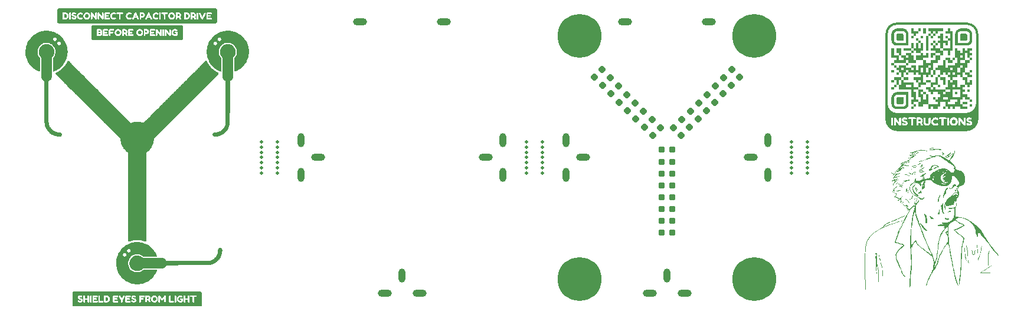
<source format=gts>
%TF.GenerationSoftware,KiCad,Pcbnew,(6.0.4-0)*%
%TF.CreationDate,2022-05-06T03:23:39+03:00*%
%TF.ProjectId,Flux_Capacitor_Mini,466c7578-5f43-4617-9061-6369746f725f,4*%
%TF.SameCoordinates,PX55d4a80PY7270e00*%
%TF.FileFunction,Soldermask,Top*%
%TF.FilePolarity,Negative*%
%FSLAX46Y46*%
G04 Gerber Fmt 4.6, Leading zero omitted, Abs format (unit mm)*
G04 Created by KiCad (PCBNEW (6.0.4-0)) date 2022-05-06 03:23:39*
%MOMM*%
%LPD*%
G01*
G04 APERTURE LIST*
G04 Aperture macros list*
%AMRoundRect*
0 Rectangle with rounded corners*
0 $1 Rounding radius*
0 $2 $3 $4 $5 $6 $7 $8 $9 X,Y pos of 4 corners*
0 Add a 4 corners polygon primitive as box body*
4,1,4,$2,$3,$4,$5,$6,$7,$8,$9,$2,$3,0*
0 Add four circle primitives for the rounded corners*
1,1,$1+$1,$2,$3*
1,1,$1+$1,$4,$5*
1,1,$1+$1,$6,$7*
1,1,$1+$1,$8,$9*
0 Add four rect primitives between the rounded corners*
20,1,$1+$1,$2,$3,$4,$5,0*
20,1,$1+$1,$4,$5,$6,$7,0*
20,1,$1+$1,$6,$7,$8,$9,0*
20,1,$1+$1,$8,$9,$2,$3,0*%
G04 Aperture macros list end*
%ADD10C,0.300000*%
%ADD11RoundRect,0.218750X0.008839X-0.318198X0.318198X-0.008839X-0.008839X0.318198X-0.318198X0.008839X0*%
%ADD12RoundRect,0.218750X-0.218750X-0.231250X0.218750X-0.231250X0.218750X0.231250X-0.218750X0.231250X0*%
%ADD13RoundRect,0.218750X-0.318198X-0.008839X-0.008839X-0.318198X0.318198X0.008839X0.008839X0.318198X0*%
%ADD14RoundRect,0.500000X0.500000X0.000000X-0.500000X0.000000X-0.500000X0.000000X0.500000X0.000000X0*%
%ADD15C,0.500000*%
%ADD16RoundRect,0.500000X0.000000X-0.500000X0.000000X0.500000X0.000000X0.500000X0.000000X-0.500000X0*%
%ADD17RoundRect,0.500000X-0.500000X0.000000X0.500000X0.000000X0.500000X0.000000X-0.500000X0.000000X0*%
%ADD18RoundRect,0.500000X0.000000X0.500000X0.000000X-0.500000X0.000000X-0.500000X0.000000X0.500000X0*%
%ADD19C,6.300000*%
G04 APERTURE END LIST*
D10*
X136500000Y26460000D02*
X126500000Y26460000D01*
X125000000Y40250000D02*
X125000000Y27960000D01*
X136500000Y41750000D02*
X126500000Y41750000D01*
X126500000Y28704787D02*
X136500000Y28750000D01*
X138000000Y27960000D02*
X138000000Y40250000D01*
X125000000Y30204787D02*
G75*
G03*
X126500000Y28704787I1500001J1D01*
G01*
X138000000Y40250000D02*
G75*
G03*
X136500000Y41750000I-1500000J0D01*
G01*
X136500000Y26460000D02*
G75*
G03*
X138000000Y27960000I0J1500000D01*
G01*
X125000000Y27960000D02*
G75*
G03*
X126500000Y26460000I1500001J1D01*
G01*
X126500000Y41750000D02*
G75*
G03*
X125000000Y40250000I1J-1500001D01*
G01*
X136500000Y28750000D02*
G75*
G03*
X138000000Y30250000I0J1500000D01*
G01*
G36*
X132732842Y32611488D02*
G01*
X132381424Y32611488D01*
X132381424Y32962906D01*
X132732842Y32962906D01*
X132732842Y32611488D01*
G37*
G36*
X137301270Y29800148D02*
G01*
X136949852Y29800148D01*
X136949852Y30151565D01*
X137301270Y30151565D01*
X137301270Y29800148D01*
G37*
G36*
X137301270Y30502983D02*
G01*
X136949852Y30502983D01*
X136949852Y30854400D01*
X137301270Y30854400D01*
X137301270Y30502983D01*
G37*
G36*
X129218666Y29800148D02*
G01*
X128867249Y29800148D01*
X128867249Y30151565D01*
X129218666Y30151565D01*
X129218666Y29800148D01*
G37*
G36*
X128867249Y39639839D02*
G01*
X128515831Y39639839D01*
X128515831Y39991257D01*
X128867249Y39991257D01*
X128867249Y39639839D01*
G37*
G36*
X126055908Y33314323D02*
G01*
X125704491Y33314323D01*
X125704491Y33665741D01*
X126055908Y33665741D01*
X126055908Y33314323D01*
G37*
G36*
X128164413Y35774246D02*
G01*
X127812996Y35774246D01*
X127812996Y36125664D01*
X128164413Y36125664D01*
X128164413Y35774246D01*
G37*
G36*
X131327171Y33314323D02*
G01*
X130624336Y33314323D01*
X130624336Y33665741D01*
X131327171Y33665741D01*
X131327171Y33314323D01*
G37*
G36*
X132381424Y32962906D02*
G01*
X131678589Y32962906D01*
X131678589Y32611488D01*
X131327171Y32611488D01*
X131327171Y33314323D01*
X132030007Y33314323D01*
X132030007Y34017158D01*
X132381424Y34017158D01*
X132381424Y32962906D01*
G37*
G36*
X126993178Y40342477D02*
G01*
X127049451Y40342116D01*
X127099964Y40341525D01*
X127143639Y40340726D01*
X127179397Y40339741D01*
X127206159Y40338590D01*
X127222845Y40337296D01*
X127226034Y40336826D01*
X127277614Y40321487D01*
X127325583Y40296360D01*
X127368480Y40262870D01*
X127404842Y40222443D01*
X127433206Y40176505D01*
X127452112Y40126480D01*
X127455212Y40113393D01*
X127456688Y40100488D01*
X127457966Y40076807D01*
X127459048Y40042246D01*
X127459936Y39996702D01*
X127460631Y39940070D01*
X127461135Y39872248D01*
X127461449Y39793130D01*
X127461576Y39702614D01*
X127461578Y39685643D01*
X127461578Y39288422D01*
X127062633Y39288902D01*
X126981296Y39289041D01*
X126910704Y39289261D01*
X126850080Y39289576D01*
X126798649Y39290002D01*
X126755634Y39290553D01*
X126720259Y39291245D01*
X126691747Y39292094D01*
X126669321Y39293114D01*
X126652206Y39294321D01*
X126639624Y39295729D01*
X126630800Y39297355D01*
X126630745Y39297368D01*
X126578420Y39315647D01*
X126530749Y39343306D01*
X126489053Y39379000D01*
X126454656Y39421387D01*
X126428882Y39469122D01*
X126413692Y39517703D01*
X126411968Y39532281D01*
X126410503Y39558021D01*
X126409306Y39594562D01*
X126408383Y39641545D01*
X126407743Y39698614D01*
X126407394Y39765407D01*
X126407326Y39815548D01*
X126407476Y39888672D01*
X126407922Y39952312D01*
X126408655Y40006108D01*
X126409669Y40049703D01*
X126410955Y40082736D01*
X126412506Y40104850D01*
X126413692Y40113393D01*
X126430225Y40165302D01*
X126456609Y40212857D01*
X126491602Y40254808D01*
X126533959Y40289908D01*
X126582437Y40316908D01*
X126633384Y40334001D01*
X126644424Y40336111D01*
X126658731Y40337862D01*
X126677348Y40339285D01*
X126701317Y40340409D01*
X126731679Y40341263D01*
X126769477Y40341879D01*
X126815753Y40342285D01*
X126871549Y40342512D01*
X126932226Y40342589D01*
X126993178Y40342477D01*
G37*
G36*
X134857467Y40378386D02*
G01*
X134882826Y40470237D01*
X134915317Y40554030D01*
X134955830Y40631392D01*
X135005258Y40703951D01*
X135064492Y40773333D01*
X135085812Y40795280D01*
X135154879Y40858408D01*
X135226143Y40911345D01*
X135301297Y40955012D01*
X135382038Y40990333D01*
X135470058Y41018228D01*
X135516299Y41029452D01*
X135526872Y41031763D01*
X135536874Y41033787D01*
X135547109Y41035542D01*
X135558379Y41037049D01*
X135571490Y41038325D01*
X135587245Y41039390D01*
X135606448Y41040263D01*
X135629901Y41040963D01*
X135658409Y41041509D01*
X135692776Y41041921D01*
X135733806Y41042217D01*
X135782301Y41042416D01*
X135839066Y41042538D01*
X135904904Y41042601D01*
X135980620Y41042625D01*
X136067016Y41042629D01*
X136566750Y41042629D01*
X136627240Y41029294D01*
X136723744Y41003089D01*
X136812788Y40968482D01*
X136895274Y40924997D01*
X136972104Y40872161D01*
X137044117Y40809555D01*
X137111290Y40737343D01*
X137168181Y40660427D01*
X137215167Y40578127D01*
X137252629Y40489760D01*
X137280945Y40394646D01*
X137285391Y40375445D01*
X137287659Y40365059D01*
X137289646Y40355175D01*
X137291372Y40344996D01*
X137292854Y40333723D01*
X137294111Y40320560D01*
X137295162Y40304710D01*
X137296025Y40285374D01*
X137296719Y40261757D01*
X137297261Y40233060D01*
X137297671Y40198487D01*
X137297968Y40157239D01*
X137298169Y40108520D01*
X137298293Y40051532D01*
X137298359Y39985479D01*
X137298385Y39909562D01*
X137298389Y39822984D01*
X137298389Y39815548D01*
X137298386Y39728080D01*
X137298362Y39651337D01*
X137298300Y39584521D01*
X137298181Y39526835D01*
X137297987Y39477481D01*
X137297699Y39435663D01*
X137297299Y39400583D01*
X137296768Y39371444D01*
X137296087Y39347449D01*
X137295238Y39327799D01*
X137294203Y39311698D01*
X137292963Y39298349D01*
X137291500Y39286954D01*
X137289794Y39276716D01*
X137287828Y39266838D01*
X137285583Y39256522D01*
X137285391Y39255651D01*
X137258288Y39158754D01*
X137221430Y39067602D01*
X137175311Y38982680D01*
X137120426Y38904472D01*
X137057272Y38833463D01*
X136986342Y38770137D01*
X136908133Y38714978D01*
X136823138Y38668472D01*
X136731854Y38631103D01*
X136634776Y38603356D01*
X136614238Y38598907D01*
X136607026Y38597579D01*
X136598566Y38596372D01*
X136588289Y38595278D01*
X136575627Y38594290D01*
X136560012Y38593402D01*
X136540875Y38592604D01*
X136517647Y38591891D01*
X136489761Y38591254D01*
X136456648Y38590687D01*
X136417739Y38590182D01*
X136372466Y38589732D01*
X136320260Y38589330D01*
X136260554Y38588968D01*
X136192778Y38588639D01*
X136116365Y38588336D01*
X136030746Y38588051D01*
X135935352Y38587777D01*
X135829615Y38587507D01*
X135712967Y38587234D01*
X135703887Y38587213D01*
X134841025Y38585263D01*
X134841798Y38953962D01*
X135209725Y38953962D01*
X135873835Y38955626D01*
X135975327Y38955883D01*
X136065959Y38956124D01*
X136146390Y38956364D01*
X136217283Y38956615D01*
X136279297Y38956891D01*
X136333095Y38957205D01*
X136379337Y38957570D01*
X136418683Y38958000D01*
X136451796Y38958507D01*
X136479335Y38959106D01*
X136501962Y38959809D01*
X136520338Y38960629D01*
X136535124Y38961581D01*
X136546981Y38962676D01*
X136556570Y38963929D01*
X136564551Y38965353D01*
X136571586Y38966960D01*
X136578336Y38968765D01*
X136582160Y38969845D01*
X136651489Y38995078D01*
X136715321Y39029481D01*
X136772629Y39072213D01*
X136822384Y39122433D01*
X136863557Y39179300D01*
X136883785Y39216410D01*
X136891747Y39232714D01*
X136898733Y39247114D01*
X136904808Y39260441D01*
X136910034Y39273523D01*
X136914475Y39287190D01*
X136918195Y39302273D01*
X136921257Y39319600D01*
X136923725Y39340001D01*
X136925663Y39364307D01*
X136927133Y39393347D01*
X136928200Y39427950D01*
X136928928Y39468946D01*
X136929378Y39517165D01*
X136929616Y39573437D01*
X136929705Y39638591D01*
X136929709Y39713456D01*
X136929690Y39798864D01*
X136929689Y39815548D01*
X136929689Y40287945D01*
X136916439Y40333707D01*
X136890651Y40402753D01*
X136855343Y40465777D01*
X136811196Y40522106D01*
X136758896Y40571068D01*
X136699123Y40611991D01*
X136632563Y40644203D01*
X136584032Y40660714D01*
X136537945Y40673929D01*
X136071308Y40673929D01*
X135987115Y40673925D01*
X135913635Y40673899D01*
X135850057Y40673832D01*
X135795573Y40673704D01*
X135749374Y40673493D01*
X135710650Y40673179D01*
X135678591Y40672743D01*
X135652389Y40672164D01*
X135631233Y40671421D01*
X135614315Y40670495D01*
X135600825Y40669365D01*
X135589954Y40668011D01*
X135580892Y40666412D01*
X135572831Y40664549D01*
X135564960Y40662400D01*
X135560562Y40661132D01*
X135487470Y40634484D01*
X135421956Y40599268D01*
X135364280Y40555737D01*
X135314703Y40504145D01*
X135273487Y40444746D01*
X135240890Y40377793D01*
X135226138Y40335926D01*
X135213132Y40293706D01*
X135211429Y39623834D01*
X135209725Y38953962D01*
X134841798Y38953962D01*
X134844667Y40322511D01*
X134857467Y40378386D01*
G37*
G36*
X129570084Y39288422D02*
G01*
X129218666Y39288422D01*
X129218666Y39639839D01*
X129570084Y39639839D01*
X129570084Y39288422D01*
G37*
G36*
X133787094Y39639839D02*
G01*
X133435677Y39639839D01*
X133435677Y39991257D01*
X133787094Y39991257D01*
X133787094Y39639839D01*
G37*
G36*
X129921501Y40694092D02*
G01*
X129570084Y40694092D01*
X129570084Y41045509D01*
X129921501Y41045509D01*
X129921501Y40694092D01*
G37*
G36*
X130272919Y37882751D02*
G01*
X129921501Y37882751D01*
X129921501Y37531334D01*
X130272919Y37531334D01*
X130272919Y37179916D01*
X130624336Y37179916D01*
X130624336Y37531334D01*
X130975754Y37531334D01*
X130975754Y36828499D01*
X130272919Y36828499D01*
X130272919Y36477081D01*
X129218666Y36477081D01*
X129218666Y36125664D01*
X128164413Y36125664D01*
X128164413Y36477081D01*
X127812996Y36477081D01*
X127812996Y36125664D01*
X126055908Y36125664D01*
X126055908Y35774246D01*
X125704491Y35774246D01*
X125704491Y36125664D01*
X126055908Y36125664D01*
X126055908Y36477081D01*
X126407326Y36477081D01*
X126758743Y36477081D01*
X127461578Y36477081D01*
X127461578Y36828499D01*
X127812996Y36828499D01*
X128164413Y36828499D01*
X128164413Y37179916D01*
X128515831Y37179916D01*
X128867249Y37179916D01*
X128867249Y36477081D01*
X129218666Y36477081D01*
X129218666Y37179916D01*
X129921501Y37179916D01*
X129921501Y37531334D01*
X129218666Y37531334D01*
X129218666Y37882751D01*
X128867249Y37882751D01*
X128867249Y37531334D01*
X128515831Y37531334D01*
X128515831Y37179916D01*
X128164413Y37179916D01*
X127812996Y37179916D01*
X127812996Y36828499D01*
X127461578Y36828499D01*
X127110161Y36828499D01*
X127110161Y37179916D01*
X126758743Y37179916D01*
X126758743Y36477081D01*
X126407326Y36477081D01*
X126407326Y36828499D01*
X125704491Y36828499D01*
X125704491Y38234169D01*
X126055908Y38234169D01*
X126055908Y37179916D01*
X126758743Y37179916D01*
X126758743Y37531334D01*
X126407326Y37531334D01*
X126407326Y38234169D01*
X127110161Y38234169D01*
X127110161Y37179916D01*
X127812996Y37179916D01*
X127812996Y37531334D01*
X128515831Y37531334D01*
X128515831Y37882751D01*
X128867249Y37882751D01*
X128867249Y38234169D01*
X128515831Y38234169D01*
X128515831Y37882751D01*
X127461578Y37882751D01*
X127461578Y38234169D01*
X128515831Y38234169D01*
X128515831Y38937004D01*
X128867249Y38937004D01*
X128867249Y38234169D01*
X129218666Y38234169D01*
X129218666Y38937004D01*
X129570084Y38937004D01*
X129570084Y39288422D01*
X129921501Y39288422D01*
X129921501Y38937004D01*
X129570084Y38937004D01*
X129570084Y38234169D01*
X129921501Y38234169D01*
X129921501Y38937004D01*
X130272919Y38937004D01*
X130272919Y37882751D01*
G37*
G36*
X133084259Y35774246D02*
G01*
X133084259Y36477081D01*
X133435677Y36477081D01*
X133435677Y36828499D01*
X134138512Y36828499D01*
X134138512Y36477081D01*
X134489929Y36477081D01*
X134489929Y36828499D01*
X134841347Y36828499D01*
X134841347Y38234169D01*
X135192765Y38234169D01*
X135192765Y37882751D01*
X135544182Y37882751D01*
X135544182Y37531334D01*
X135895600Y37531334D01*
X135895600Y38234169D01*
X136247017Y38234169D01*
X136247017Y37882751D01*
X136598435Y37882751D01*
X136598435Y38234169D01*
X137301270Y38234169D01*
X137301270Y37882751D01*
X136949852Y37882751D01*
X136949852Y37531334D01*
X137301270Y37531334D01*
X137301270Y37179916D01*
X136949852Y37179916D01*
X136949852Y36828499D01*
X137301270Y36828499D01*
X137301270Y36477081D01*
X136949852Y36477081D01*
X136949852Y36125664D01*
X136598435Y36125664D01*
X136598435Y35422829D01*
X136247017Y35422829D01*
X136247017Y34719993D01*
X135895600Y34719993D01*
X135895600Y34017158D01*
X135544182Y34017158D01*
X135544182Y34368576D01*
X135192765Y34368576D01*
X135192765Y34017158D01*
X134489929Y34017158D01*
X134489929Y33665741D01*
X134138512Y33665741D01*
X134138512Y33314323D01*
X134489929Y33314323D01*
X134489929Y33665741D01*
X135192765Y33665741D01*
X135192765Y32611488D01*
X135544182Y32611488D01*
X135544182Y32962906D01*
X136247017Y32962906D01*
X136247017Y33665741D01*
X135895600Y33665741D01*
X135895600Y34017158D01*
X136598435Y34017158D01*
X136598435Y34368576D01*
X136247017Y34368576D01*
X136247017Y34719993D01*
X136949852Y34719993D01*
X136949852Y34368576D01*
X137301270Y34368576D01*
X137301270Y34017158D01*
X136598435Y34017158D01*
X136598435Y33314323D01*
X136949852Y33314323D01*
X136949852Y33665741D01*
X137301270Y33665741D01*
X137301270Y32962906D01*
X136949852Y32962906D01*
X136949852Y32611488D01*
X136598435Y32611488D01*
X136598435Y32962906D01*
X136247017Y32962906D01*
X136247017Y32611488D01*
X135895600Y32611488D01*
X135895600Y32260071D01*
X136247017Y32260071D01*
X136247017Y31908653D01*
X135895600Y31908653D01*
X135895600Y31557235D01*
X136598435Y31557235D01*
X136598435Y31205818D01*
X136949852Y31205818D01*
X136949852Y30854400D01*
X136247017Y30854400D01*
X136247017Y31205818D01*
X135895600Y31205818D01*
X135895600Y30854400D01*
X135544182Y30854400D01*
X135544182Y30151565D01*
X135895600Y30151565D01*
X135895600Y29800148D01*
X136598435Y29800148D01*
X136598435Y29448730D01*
X135544182Y29448730D01*
X135544182Y29800148D01*
X134841347Y29800148D01*
X134841347Y29448730D01*
X134489929Y29448730D01*
X134489929Y29800148D01*
X134138512Y29800148D01*
X134138512Y29448730D01*
X133787094Y29448730D01*
X133787094Y29800148D01*
X133435677Y29800148D01*
X133435677Y30151565D01*
X133787094Y30151565D01*
X134841347Y30151565D01*
X134841347Y30502983D01*
X135192765Y30502983D01*
X135192765Y30854400D01*
X134138512Y30854400D01*
X134138512Y30502983D01*
X133787094Y30502983D01*
X133787094Y30151565D01*
X133435677Y30151565D01*
X133435677Y30502983D01*
X132732842Y30502983D01*
X132732842Y29800148D01*
X132381424Y29800148D01*
X132381424Y29448730D01*
X131678589Y29448730D01*
X131678589Y29800148D01*
X131327171Y29800148D01*
X131327171Y29448730D01*
X130975754Y29448730D01*
X130975754Y30151565D01*
X130272919Y30151565D01*
X130272919Y29800148D01*
X129570084Y29800148D01*
X129570084Y30502983D01*
X128867249Y30502983D01*
X128867249Y30151565D01*
X128515831Y30151565D01*
X128515831Y30854400D01*
X128867249Y30854400D01*
X128867249Y31205818D01*
X128515831Y31205818D01*
X128515831Y31908653D01*
X128867249Y31908653D01*
X129218666Y31908653D01*
X129218666Y30854400D01*
X129570084Y30854400D01*
X129570084Y30502983D01*
X129921501Y30502983D01*
X129921501Y31205818D01*
X129570084Y31205818D01*
X129570084Y32260071D01*
X130272919Y32260071D01*
X130272919Y31908653D01*
X129921501Y31908653D01*
X129921501Y31557235D01*
X130272919Y31557235D01*
X130272919Y30854400D01*
X130624336Y30854400D01*
X130624336Y31557235D01*
X130975754Y31557235D01*
X130975754Y30151565D01*
X132381424Y30151565D01*
X132381424Y30502983D01*
X132030007Y30502983D01*
X132030007Y30854400D01*
X132381424Y30854400D01*
X133084259Y30854400D01*
X133787094Y30854400D01*
X133787094Y31205818D01*
X134489929Y31205818D01*
X135544182Y31205818D01*
X135544182Y32260071D01*
X134489929Y32260071D01*
X134489929Y31205818D01*
X133787094Y31205818D01*
X133084259Y31205818D01*
X133084259Y30854400D01*
X132381424Y30854400D01*
X132381424Y31205818D01*
X132732842Y31205818D01*
X132732842Y31557235D01*
X133084259Y31557235D01*
X133435677Y31557235D01*
X133435677Y31908653D01*
X134138512Y31908653D01*
X134138512Y32260071D01*
X133435677Y32260071D01*
X133435677Y31908653D01*
X133084259Y31908653D01*
X133084259Y31557235D01*
X132732842Y31557235D01*
X132381424Y31557235D01*
X132381424Y31908653D01*
X131678589Y31908653D01*
X131678589Y31557235D01*
X131327171Y31557235D01*
X131327171Y31908653D01*
X130975754Y31908653D01*
X130975754Y32260071D01*
X130624336Y32260071D01*
X130624336Y32611488D01*
X131327171Y32611488D01*
X131327171Y32260071D01*
X131678589Y32260071D01*
X131678589Y32611488D01*
X132030007Y32611488D01*
X132030007Y32260071D01*
X133435677Y32260071D01*
X133435677Y32611488D01*
X133787094Y32611488D01*
X134489929Y32611488D01*
X134841347Y32611488D01*
X134841347Y32962906D01*
X134489929Y32962906D01*
X134489929Y32611488D01*
X133787094Y32611488D01*
X133787094Y33665741D01*
X134138512Y33665741D01*
X134138512Y34017158D01*
X133787094Y34017158D01*
X133787094Y34368576D01*
X134138512Y34368576D01*
X134489929Y34368576D01*
X134841347Y34368576D01*
X134841347Y34719993D01*
X135192765Y34719993D01*
X135544182Y34719993D01*
X135544182Y35422829D01*
X135895600Y35422829D01*
X135895600Y35774246D01*
X135544182Y35774246D01*
X135544182Y35422829D01*
X135192765Y35422829D01*
X135192765Y34719993D01*
X134841347Y34719993D01*
X134489929Y34719993D01*
X134489929Y34368576D01*
X134138512Y34368576D01*
X134138512Y34719993D01*
X133787094Y34719993D01*
X133787094Y34368576D01*
X133435677Y34368576D01*
X133435677Y34719993D01*
X133084259Y34719993D01*
X133084259Y34368576D01*
X132732842Y34368576D01*
X132732842Y35071411D01*
X134138512Y35071411D01*
X134489929Y35071411D01*
X134489929Y35422829D01*
X134138512Y35422829D01*
X134138512Y35071411D01*
X132732842Y35071411D01*
X132030007Y35071411D01*
X132030007Y34368576D01*
X131678589Y34368576D01*
X131678589Y35071411D01*
X131327171Y35071411D01*
X131327171Y34368576D01*
X130975754Y34368576D01*
X130975754Y34017158D01*
X130624336Y34017158D01*
X130624336Y34368576D01*
X130272919Y34368576D01*
X130272919Y33314323D01*
X130624336Y33314323D01*
X130624336Y32962906D01*
X129921501Y32962906D01*
X129921501Y32611488D01*
X129570084Y32611488D01*
X129570084Y32260071D01*
X128867249Y32260071D01*
X128867249Y31908653D01*
X128515831Y31908653D01*
X128515831Y32260071D01*
X126758743Y32260071D01*
X126758743Y32611488D01*
X127812996Y32611488D01*
X128515831Y32611488D01*
X128515831Y32962906D01*
X127812996Y32962906D01*
X127812996Y32611488D01*
X126758743Y32611488D01*
X126758743Y32962906D01*
X127110161Y32962906D01*
X127110161Y33665741D01*
X127461578Y33665741D01*
X127461578Y33314323D01*
X128867249Y33314323D01*
X128867249Y32611488D01*
X129570084Y32611488D01*
X129570084Y33314323D01*
X129921501Y33314323D01*
X129921501Y33665741D01*
X129570084Y33665741D01*
X129570084Y33314323D01*
X129218666Y33314323D01*
X129218666Y33665741D01*
X128867249Y33665741D01*
X128867249Y34017158D01*
X129921501Y34017158D01*
X129921501Y34368576D01*
X129570084Y34368576D01*
X129570084Y34719993D01*
X129921501Y34719993D01*
X130975754Y34719993D01*
X130975754Y35422829D01*
X131327171Y35422829D01*
X131327171Y35774246D01*
X130975754Y35774246D01*
X130975754Y35422829D01*
X130624336Y35422829D01*
X130624336Y34719993D01*
X130272919Y34719993D01*
X130272919Y35422829D01*
X129921501Y35422829D01*
X129921501Y34719993D01*
X129570084Y34719993D01*
X129218666Y34719993D01*
X129218666Y34368576D01*
X128867249Y34368576D01*
X128867249Y34719993D01*
X128164413Y34719993D01*
X128164413Y35071411D01*
X128515831Y35071411D01*
X128867249Y35071411D01*
X128867249Y35422829D01*
X128515831Y35422829D01*
X128515831Y35071411D01*
X128164413Y35071411D01*
X127812996Y35071411D01*
X127812996Y34719993D01*
X127461578Y34719993D01*
X127461578Y34017158D01*
X127110161Y34017158D01*
X127110161Y33665741D01*
X126758743Y33665741D01*
X126758743Y32962906D01*
X126407326Y32962906D01*
X126407326Y33665741D01*
X126055908Y33665741D01*
X126055908Y34017158D01*
X127110161Y34017158D01*
X127110161Y34719993D01*
X126758743Y34719993D01*
X126758743Y35071411D01*
X127110161Y35071411D01*
X127461578Y35071411D01*
X127461578Y35422829D01*
X127110161Y35422829D01*
X127110161Y35071411D01*
X126758743Y35071411D01*
X126407326Y35071411D01*
X126407326Y35422829D01*
X126055908Y35422829D01*
X126055908Y35774246D01*
X126407326Y35774246D01*
X126407326Y35422829D01*
X126758743Y35422829D01*
X126758743Y35774246D01*
X127812996Y35774246D01*
X127812996Y35422829D01*
X128515831Y35422829D01*
X128515831Y35774246D01*
X129218666Y35774246D01*
X129218666Y35071411D01*
X129570084Y35071411D01*
X129570084Y35774246D01*
X130272919Y35774246D01*
X130272919Y36477081D01*
X130624336Y36477081D01*
X130624336Y36125664D01*
X131327171Y36125664D01*
X131327171Y36477081D01*
X132030007Y36477081D01*
X132030007Y37179916D01*
X132732842Y37179916D01*
X132732842Y37531334D01*
X132030007Y37531334D01*
X132030007Y37179916D01*
X131678589Y37179916D01*
X131678589Y36828499D01*
X131327171Y36828499D01*
X131327171Y37531334D01*
X132030007Y37531334D01*
X132030007Y37882751D01*
X132732842Y37882751D01*
X133084259Y37882751D01*
X133084259Y38234169D01*
X134138512Y38234169D01*
X134138512Y39288422D01*
X133787094Y39288422D01*
X133787094Y38585587D01*
X133435677Y38585587D01*
X133435677Y38937004D01*
X133084259Y38937004D01*
X133084259Y38234169D01*
X132732842Y38234169D01*
X132732842Y37882751D01*
X132030007Y37882751D01*
X131327171Y37882751D01*
X131327171Y38234169D01*
X131678589Y38234169D01*
X132030007Y38234169D01*
X132732842Y38234169D01*
X132732842Y38937004D01*
X132381424Y38937004D01*
X132381424Y38585587D01*
X132030007Y38585587D01*
X132030007Y38234169D01*
X131678589Y38234169D01*
X131678589Y38585587D01*
X132030007Y38585587D01*
X132030007Y38937004D01*
X131678589Y38937004D01*
X131678589Y38585587D01*
X131327171Y38585587D01*
X131327171Y38937004D01*
X131678589Y38937004D01*
X131678589Y39288422D01*
X132030007Y39288422D01*
X132030007Y38937004D01*
X132381424Y38937004D01*
X132381424Y39288422D01*
X132732842Y39288422D01*
X132732842Y39639839D01*
X132381424Y39639839D01*
X132381424Y39991257D01*
X132732842Y39991257D01*
X132732842Y40342674D01*
X133084259Y40342674D01*
X133084259Y39288422D01*
X133787094Y39288422D01*
X133787094Y39639839D01*
X134138512Y39639839D01*
X134138512Y40342674D01*
X133435677Y40342674D01*
X133435677Y40694092D01*
X133787094Y40694092D01*
X133787094Y41045509D01*
X134138512Y41045509D01*
X134138512Y40694092D01*
X134489929Y40694092D01*
X134489929Y37882751D01*
X134138512Y37882751D01*
X134138512Y37179916D01*
X133787094Y37179916D01*
X133787094Y37882751D01*
X133084259Y37882751D01*
X133084259Y37179916D01*
X132732842Y37179916D01*
X132732842Y36477081D01*
X132381424Y36477081D01*
X132381424Y36125664D01*
X131678589Y36125664D01*
X131678589Y35071411D01*
X132030007Y35071411D01*
X132030007Y35422829D01*
X132381424Y35422829D01*
X133435677Y35422829D01*
X133787094Y35422829D01*
X133787094Y35774246D01*
X134841347Y35774246D01*
X134841347Y36125664D01*
X135192765Y36125664D01*
X135544182Y36125664D01*
X136247017Y36125664D01*
X136247017Y36477081D01*
X136949852Y36477081D01*
X136949852Y36828499D01*
X136598435Y36828499D01*
X136598435Y37531334D01*
X136247017Y37531334D01*
X136247017Y36477081D01*
X135544182Y36477081D01*
X135544182Y36125664D01*
X135192765Y36125664D01*
X135192765Y36828499D01*
X135544182Y36828499D01*
X135895600Y36828499D01*
X135895600Y37179916D01*
X135544182Y37179916D01*
X135544182Y36828499D01*
X135192765Y36828499D01*
X134841347Y36828499D01*
X134841347Y36477081D01*
X134489929Y36477081D01*
X134489929Y36125664D01*
X133787094Y36125664D01*
X133787094Y36477081D01*
X133435677Y36477081D01*
X133435677Y35422829D01*
X132381424Y35422829D01*
X132381424Y35774246D01*
X133084259Y35774246D01*
G37*
G36*
X128867249Y29448730D02*
G01*
X128515831Y29448730D01*
X128515831Y29800148D01*
X128867249Y29800148D01*
X128867249Y29448730D01*
G37*
G36*
X127461578Y30808596D02*
G01*
X127461485Y30716081D01*
X127461204Y30634982D01*
X127460733Y30565196D01*
X127460071Y30506619D01*
X127459217Y30459147D01*
X127458169Y30422677D01*
X127456925Y30397105D01*
X127455484Y30382327D01*
X127455212Y30380846D01*
X127438921Y30330016D01*
X127412803Y30282913D01*
X127378319Y30240962D01*
X127336932Y30205589D01*
X127290104Y30178220D01*
X127239296Y30160279D01*
X127226034Y30157414D01*
X127210997Y30155746D01*
X127186136Y30154370D01*
X127152917Y30153277D01*
X127112809Y30152460D01*
X127067278Y30151911D01*
X127017794Y30151623D01*
X126965823Y30151589D01*
X126912833Y30151799D01*
X126860293Y30152247D01*
X126809670Y30152926D01*
X126762431Y30153827D01*
X126720044Y30154943D01*
X126683978Y30156266D01*
X126655699Y30157788D01*
X126636676Y30159503D01*
X126630745Y30160512D01*
X126578420Y30178791D01*
X126530749Y30206450D01*
X126489053Y30242144D01*
X126454656Y30284530D01*
X126428882Y30332265D01*
X126413692Y30380846D01*
X126411968Y30395425D01*
X126410503Y30421164D01*
X126409306Y30457705D01*
X126408383Y30504689D01*
X126407743Y30561757D01*
X126407394Y30628551D01*
X126407326Y30678692D01*
X126407476Y30751816D01*
X126407922Y30815456D01*
X126408655Y30869252D01*
X126409669Y30912846D01*
X126410955Y30945880D01*
X126412506Y30967994D01*
X126413692Y30976537D01*
X126430225Y31028445D01*
X126456609Y31076000D01*
X126491602Y31117952D01*
X126533959Y31153052D01*
X126582437Y31180051D01*
X126633384Y31197144D01*
X126642288Y31198857D01*
X126653979Y31200333D01*
X126669284Y31201590D01*
X126689035Y31202644D01*
X126714059Y31203511D01*
X126745185Y31204207D01*
X126783244Y31204750D01*
X126829064Y31205156D01*
X126883475Y31205440D01*
X126947305Y31205621D01*
X127021385Y31205713D01*
X127065514Y31205733D01*
X127461578Y31205818D01*
X127461578Y30808596D01*
G37*
G36*
X130624336Y31557235D02*
G01*
X130272919Y31557235D01*
X130272919Y31908653D01*
X130624336Y31908653D01*
X130624336Y31557235D01*
G37*
G36*
X126055908Y34719993D02*
G01*
X125704491Y34719993D01*
X125704491Y35071411D01*
X126055908Y35071411D01*
X126055908Y34719993D01*
G37*
G36*
X136130035Y40342477D02*
G01*
X136186307Y40342116D01*
X136236820Y40341525D01*
X136280496Y40340726D01*
X136316253Y40339741D01*
X136343015Y40338590D01*
X136359702Y40337296D01*
X136362890Y40336826D01*
X136414470Y40321487D01*
X136462440Y40296360D01*
X136505336Y40262870D01*
X136541698Y40222443D01*
X136570063Y40176505D01*
X136588969Y40126480D01*
X136592068Y40113393D01*
X136593628Y40099891D01*
X136594975Y40076340D01*
X136596110Y40044212D01*
X136597032Y40004979D01*
X136597741Y39960112D01*
X136598238Y39911084D01*
X136598522Y39859365D01*
X136598594Y39806427D01*
X136598452Y39753742D01*
X136598098Y39702781D01*
X136597531Y39655016D01*
X136596751Y39611918D01*
X136595758Y39574959D01*
X136594552Y39545611D01*
X136593132Y39525345D01*
X136592088Y39517703D01*
X136576907Y39470313D01*
X136552325Y39424583D01*
X136520224Y39382983D01*
X136482482Y39347982D01*
X136444389Y39323730D01*
X136431285Y39317180D01*
X136419157Y39311499D01*
X136407116Y39306625D01*
X136394276Y39302497D01*
X136379746Y39299051D01*
X136362639Y39296227D01*
X136342066Y39293961D01*
X136317139Y39292192D01*
X136286969Y39290858D01*
X136250668Y39289897D01*
X136207347Y39289246D01*
X136156119Y39288844D01*
X136096094Y39288628D01*
X136026385Y39288537D01*
X135946102Y39288508D01*
X135940247Y39288507D01*
X135544182Y39288422D01*
X135544182Y39685643D01*
X135544276Y39778159D01*
X135544557Y39859258D01*
X135545028Y39929044D01*
X135545689Y39987621D01*
X135546544Y40035093D01*
X135547592Y40071563D01*
X135548836Y40097135D01*
X135550277Y40111913D01*
X135550548Y40113393D01*
X135567081Y40165302D01*
X135593466Y40212857D01*
X135628458Y40254808D01*
X135670815Y40289908D01*
X135719293Y40316908D01*
X135770240Y40334001D01*
X135781280Y40336111D01*
X135795588Y40337862D01*
X135814205Y40339285D01*
X135838173Y40340409D01*
X135868536Y40341263D01*
X135906334Y40341879D01*
X135952610Y40342285D01*
X136008405Y40342512D01*
X136069082Y40342589D01*
X136130035Y40342477D01*
G37*
G36*
X130975754Y37882751D02*
G01*
X130624336Y37882751D01*
X130624336Y39991257D01*
X130975754Y39991257D01*
X130975754Y37882751D01*
G37*
G36*
X137560660Y26899340D02*
G01*
X136900000Y26450000D01*
X126310000Y26470000D01*
X125700000Y26630000D01*
X125260727Y27234000D01*
X125657238Y27234000D01*
X125666763Y27153037D01*
X125708832Y27107793D01*
X125796938Y27092712D01*
X125878694Y27103428D01*
X125920763Y27135575D01*
X125935844Y27176850D01*
X125938225Y27232412D01*
X125938225Y27234000D01*
X126065225Y27234000D01*
X126067607Y27178437D01*
X126082688Y27135575D01*
X126123963Y27103428D01*
X126203338Y27092712D01*
X126285094Y27103428D01*
X126327163Y27135575D01*
X126342244Y27176850D01*
X126344625Y27232412D01*
X126344625Y27754700D01*
X126388987Y27696844D01*
X126446931Y27620644D01*
X126518457Y27526100D01*
X126603564Y27413211D01*
X126702254Y27281978D01*
X126814525Y27132400D01*
X126854213Y27102237D01*
X126939938Y27092712D01*
X127021694Y27103428D01*
X127063763Y27135575D01*
X127078844Y27176850D01*
X127081225Y27232412D01*
X127081225Y27347506D01*
X127184413Y27347506D01*
X127225688Y27256225D01*
X127239975Y27238762D01*
X127286013Y27190343D01*
X127357450Y27140337D01*
X127465400Y27095093D01*
X127534060Y27081401D01*
X127606688Y27076837D01*
X127702114Y27086186D01*
X127793660Y27114232D01*
X127881325Y27160975D01*
X127941650Y27212767D01*
X127989275Y27282418D01*
X128020232Y27367151D01*
X128030550Y27464187D01*
X128020430Y27559239D01*
X127990069Y27638018D01*
X127944627Y27698145D01*
X127889263Y27737237D01*
X127826160Y27763629D01*
X127757500Y27785656D01*
X127688841Y27802920D01*
X127625738Y27815025D01*
X127524932Y27851537D01*
X127484450Y27922181D01*
X127518582Y27990444D01*
X127604307Y28015050D01*
X127689238Y27994412D01*
X127713844Y27973775D01*
X127732100Y27957900D01*
X127814650Y27926150D01*
X127871007Y27945994D01*
X127925775Y28005525D01*
X127963875Y28092837D01*
X127931737Y28143637D01*
X128094050Y28143637D01*
X128101988Y28076962D01*
X128133738Y28039656D01*
X128208350Y28027750D01*
X128513150Y28027750D01*
X128513150Y27230825D01*
X128515532Y27176056D01*
X128529819Y27134781D01*
X128571094Y27102237D01*
X128649675Y27092712D01*
X128729050Y27102237D01*
X128771119Y27134781D01*
X128785407Y27175262D01*
X128787788Y27229237D01*
X128787788Y27235587D01*
X129294200Y27235587D01*
X129303725Y27153037D01*
X129345794Y27108984D01*
X129433900Y27094300D01*
X129515657Y27105015D01*
X129557725Y27137162D01*
X129572807Y27179231D01*
X129575188Y27234000D01*
X129575188Y27413387D01*
X129775213Y27413387D01*
X129824425Y27416562D01*
X129886162Y27270336D01*
X129927437Y27174557D01*
X129948250Y27129225D01*
X129977619Y27098268D01*
X130028419Y27083187D01*
X130110175Y27105412D01*
X130183994Y27151450D01*
X130208600Y27207012D01*
X130184788Y27289562D01*
X130140338Y27390633D01*
X130104355Y27473712D01*
X130076838Y27538800D01*
X130142984Y27623114D01*
X130149314Y27638812D01*
X130295913Y27638812D01*
X130303950Y27535228D01*
X130328060Y27437200D01*
X130368243Y27344728D01*
X130424500Y27257812D01*
X130495740Y27183200D01*
X130585632Y27124462D01*
X130690407Y27086362D01*
X130806294Y27073662D01*
X130922380Y27086164D01*
X131027750Y27123668D01*
X131118635Y27181414D01*
X131191263Y27254637D01*
X131248215Y27342743D01*
X131288894Y27435612D01*
X131313302Y27533243D01*
X131321438Y27635637D01*
X131321438Y27680087D01*
X131424625Y27680087D01*
X131435143Y27560826D01*
X131466694Y27450693D01*
X131514518Y27354650D01*
X131573851Y27277656D01*
X131643105Y27215347D01*
X131720694Y27163356D01*
X131801260Y27123272D01*
X131879444Y27096681D01*
X131956041Y27081798D01*
X132031844Y27076837D01*
X132108640Y27083187D01*
X132188213Y27102237D01*
X132295369Y27143512D01*
X132350138Y27176850D01*
X132400144Y27216537D01*
X132421576Y27272100D01*
X132386651Y27361000D01*
X132331485Y27427675D01*
X132280288Y27449900D01*
X132204088Y27418150D01*
X132175513Y27397512D01*
X132112807Y27372112D01*
X132019938Y27359412D01*
X131917147Y27376875D01*
X131818326Y27429262D01*
X131737363Y27529275D01*
X131713551Y27596942D01*
X131705613Y27672943D01*
X131713551Y27748945D01*
X131737363Y27816612D01*
X131816738Y27915037D01*
X131917544Y27968615D01*
X132019938Y27986475D01*
X132119951Y27972981D01*
X132197738Y27932500D01*
X132278701Y27897575D01*
X132331088Y27919006D01*
X132389826Y27983300D01*
X132423163Y28071406D01*
X132383626Y28143637D01*
X132486663Y28143637D01*
X132494601Y28076962D01*
X132526351Y28039656D01*
X132600963Y28027750D01*
X132905763Y28027750D01*
X132905763Y27230825D01*
X132908144Y27176056D01*
X132922432Y27134781D01*
X132963707Y27102237D01*
X133042288Y27092712D01*
X133121663Y27102237D01*
X133163732Y27134781D01*
X133178019Y27175262D01*
X133180401Y27229237D01*
X133180401Y27234000D01*
X133686813Y27234000D01*
X133696338Y27153037D01*
X133738407Y27107793D01*
X133826513Y27092712D01*
X133908269Y27103428D01*
X133950338Y27135575D01*
X133965419Y27176850D01*
X133967801Y27232412D01*
X133967801Y27664212D01*
X134070988Y27664212D01*
X134081555Y27547729D01*
X134113255Y27439581D01*
X134166089Y27339767D01*
X134240057Y27248287D01*
X134329106Y27171889D01*
X134427183Y27117318D01*
X134534290Y27084576D01*
X134650426Y27073662D01*
X134766313Y27084725D01*
X134872676Y27117914D01*
X134969513Y27173228D01*
X135038033Y27234000D01*
X135325113Y27234000D01*
X135327494Y27178437D01*
X135342576Y27135575D01*
X135383851Y27103428D01*
X135463226Y27092712D01*
X135544982Y27103428D01*
X135587051Y27135575D01*
X135602132Y27176850D01*
X135604513Y27232412D01*
X135604513Y27754700D01*
X135648875Y27696844D01*
X135706819Y27620644D01*
X135778344Y27526100D01*
X135863452Y27413211D01*
X135962141Y27281978D01*
X136074413Y27132400D01*
X136114101Y27102237D01*
X136199826Y27092712D01*
X136281582Y27103428D01*
X136323651Y27135575D01*
X136338732Y27176850D01*
X136341113Y27232412D01*
X136341113Y27347506D01*
X136444301Y27347506D01*
X136485576Y27256225D01*
X136499863Y27238762D01*
X136545901Y27190343D01*
X136617338Y27140337D01*
X136725288Y27095093D01*
X136793947Y27081401D01*
X136866576Y27076837D01*
X136962002Y27086186D01*
X137053548Y27114232D01*
X137141213Y27160975D01*
X137201538Y27212767D01*
X137249163Y27282418D01*
X137280119Y27367151D01*
X137290438Y27464187D01*
X137280318Y27559239D01*
X137249957Y27638018D01*
X137204515Y27698145D01*
X137149151Y27737237D01*
X137086047Y27763629D01*
X137017388Y27785656D01*
X136948729Y27802920D01*
X136885626Y27815025D01*
X136784819Y27851537D01*
X136744338Y27922181D01*
X136778469Y27990444D01*
X136864194Y28015050D01*
X136949126Y27994412D01*
X136973732Y27973775D01*
X136991988Y27957900D01*
X137074538Y27926150D01*
X137130894Y27945994D01*
X137185663Y28005525D01*
X137223763Y28092837D01*
X137174551Y28170625D01*
X137134863Y28200787D01*
X137026119Y28250794D01*
X136943371Y28269248D01*
X136852288Y28275400D01*
X136741075Y28263846D01*
X136646619Y28229186D01*
X136568919Y28171419D01*
X136511152Y28098129D01*
X136476491Y28016902D01*
X136464938Y27927737D01*
X136475058Y27833479D01*
X136505419Y27753906D01*
X136550861Y27691398D01*
X136606226Y27648337D01*
X136668932Y27617183D01*
X136736401Y27590393D01*
X136803869Y27569161D01*
X136866576Y27554675D01*
X136967382Y27518956D01*
X137007863Y27457837D01*
X136991459Y27390809D01*
X136942246Y27350593D01*
X136860226Y27337187D01*
X136784026Y27361793D01*
X136720526Y27413387D01*
X136649882Y27472918D01*
X136596701Y27492762D01*
X136512563Y27454662D01*
X136461366Y27394536D01*
X136444301Y27347506D01*
X136341113Y27347506D01*
X136341113Y28113475D01*
X136331588Y28194437D01*
X136311744Y28227775D01*
X136270469Y28246825D01*
X136197444Y28254762D01*
X136122038Y28245237D01*
X136076794Y28207931D01*
X136061713Y28119825D01*
X136061713Y27583250D01*
X136017969Y27640532D01*
X135961877Y27715012D01*
X135893438Y27806690D01*
X135812652Y27915566D01*
X135719519Y28041640D01*
X135614038Y28184912D01*
X135577526Y28226187D01*
X135538632Y28246031D01*
X135463226Y28254762D01*
X135385438Y28245237D01*
X135340194Y28207931D01*
X135325113Y28119825D01*
X135325113Y27234000D01*
X135038033Y27234000D01*
X135056826Y27250668D01*
X135129057Y27343835D01*
X135180651Y27446328D01*
X135211607Y27558147D01*
X135221926Y27679294D01*
X135211111Y27799993D01*
X135178666Y27910473D01*
X135124592Y28010734D01*
X135048888Y28100775D01*
X134958500Y28175090D01*
X134860372Y28228172D01*
X134754506Y28260021D01*
X134640901Y28270637D01*
X134532951Y28259525D01*
X134428176Y28226187D01*
X134330941Y28173403D01*
X134245613Y28103950D01*
X134174176Y28016836D01*
X134118613Y27911069D01*
X134082894Y27791808D01*
X134070988Y27664212D01*
X133967801Y27664212D01*
X133967801Y28115062D01*
X133959863Y28197612D01*
X133916604Y28241665D01*
X133828101Y28256350D01*
X133746344Y28245634D01*
X133704276Y28213487D01*
X133689194Y28171419D01*
X133686813Y28116650D01*
X133686813Y27234000D01*
X133180401Y27234000D01*
X133180401Y28027750D01*
X133483613Y28027750D01*
X133564576Y28042037D01*
X133591563Y28076169D01*
X133599501Y28142050D01*
X133591563Y28208725D01*
X133559813Y28246031D01*
X133485201Y28257937D01*
X132602551Y28257937D01*
X132521588Y28243650D01*
X132494601Y28209519D01*
X132486663Y28143637D01*
X132383626Y28143637D01*
X132381888Y28146812D01*
X132337438Y28175387D01*
X132299338Y28197612D01*
X132182657Y28244444D01*
X132106258Y28261708D01*
X132031051Y28267462D01*
X131926452Y28257937D01*
X131822206Y28229362D01*
X131718313Y28181737D01*
X131640327Y28131929D01*
X131571469Y28071406D01*
X131512930Y27996794D01*
X131465900Y27904719D01*
X131434944Y27798158D01*
X131424625Y27680087D01*
X131321438Y27680087D01*
X131321438Y28115062D01*
X131311913Y28197612D01*
X131291275Y28230950D01*
X131250000Y28250000D01*
X131177769Y28257937D01*
X131102363Y28248412D01*
X131056325Y28213487D01*
X131040450Y28126175D01*
X131040450Y27640400D01*
X131026163Y27534434D01*
X130983300Y27441962D01*
X130911466Y27377668D01*
X130810263Y27356237D01*
X130697550Y27383225D01*
X130626113Y27454662D01*
X130590394Y27544356D01*
X130578488Y27638812D01*
X130578488Y28115062D01*
X130559438Y28215075D01*
X130518163Y28248412D01*
X130437200Y28257937D01*
X130356238Y28248412D01*
X130313375Y28215075D01*
X130298294Y28173006D01*
X130295913Y28116650D01*
X130295913Y27638812D01*
X130149314Y27638812D01*
X130182671Y27721539D01*
X130195900Y27834075D01*
X130185582Y27932500D01*
X130154625Y28021400D01*
X130107794Y28096806D01*
X130049850Y28154750D01*
X129961127Y28211194D01*
X129870639Y28245061D01*
X129778388Y28256350D01*
X129435488Y28256350D01*
X129353732Y28245634D01*
X129311663Y28213487D01*
X129296582Y28171419D01*
X129294200Y28116650D01*
X129294200Y27235587D01*
X128787788Y27235587D01*
X128787788Y28027750D01*
X129091000Y28027750D01*
X129171963Y28042037D01*
X129198950Y28076169D01*
X129206888Y28142050D01*
X129198950Y28208725D01*
X129167200Y28246031D01*
X129092588Y28257937D01*
X128209938Y28257937D01*
X128128975Y28243650D01*
X128101988Y28209519D01*
X128094050Y28143637D01*
X127931737Y28143637D01*
X127914663Y28170625D01*
X127874975Y28200787D01*
X127766232Y28250794D01*
X127683483Y28269248D01*
X127592400Y28275400D01*
X127481187Y28263846D01*
X127386731Y28229186D01*
X127309032Y28171419D01*
X127251264Y28098129D01*
X127216604Y28016902D01*
X127205050Y27927737D01*
X127215171Y27833479D01*
X127245532Y27753906D01*
X127290974Y27691398D01*
X127346338Y27648337D01*
X127409044Y27617183D01*
X127476513Y27590393D01*
X127543982Y27569161D01*
X127606688Y27554675D01*
X127707494Y27518956D01*
X127747975Y27457837D01*
X127731571Y27390809D01*
X127682359Y27350593D01*
X127600338Y27337187D01*
X127524138Y27361793D01*
X127460638Y27413387D01*
X127389994Y27472918D01*
X127336813Y27492762D01*
X127252675Y27454662D01*
X127201479Y27394536D01*
X127184413Y27347506D01*
X127081225Y27347506D01*
X127081225Y28113475D01*
X127071700Y28194437D01*
X127051857Y28227775D01*
X127010582Y28246825D01*
X126937557Y28254762D01*
X126862150Y28245237D01*
X126816907Y28207931D01*
X126801825Y28119825D01*
X126801825Y27583250D01*
X126758081Y27640532D01*
X126701989Y27715012D01*
X126633550Y27806690D01*
X126552764Y27915566D01*
X126459631Y28041640D01*
X126354150Y28184912D01*
X126317638Y28226187D01*
X126278744Y28246031D01*
X126203338Y28254762D01*
X126125550Y28245237D01*
X126080307Y28207931D01*
X126065225Y28119825D01*
X126065225Y27234000D01*
X125938225Y27234000D01*
X125938225Y28115062D01*
X125930288Y28197612D01*
X125887029Y28241665D01*
X125798525Y28256350D01*
X125716769Y28245634D01*
X125703858Y28235768D01*
X125657238Y28116650D01*
X125657238Y27234000D01*
X125260727Y27234000D01*
X125060000Y27510000D01*
X124980000Y29630000D01*
X125920000Y28788030D01*
X125919649Y28787134D01*
X136800000Y28750000D01*
X137560660Y29189340D01*
X138000000Y29550000D01*
X138000000Y27550000D01*
X137560660Y26899340D01*
G37*
G36*
X133435677Y29448730D02*
G01*
X133084259Y29448730D01*
X133084259Y29800148D01*
X133435677Y29800148D01*
X133435677Y29448730D01*
G37*
G36*
X126055908Y32260071D02*
G01*
X125704491Y32260071D01*
X125704491Y32611488D01*
X126055908Y32611488D01*
X126055908Y32260071D01*
G37*
G36*
X129870463Y27939644D02*
G01*
X129916500Y27834075D01*
X129870463Y27729300D01*
X129778388Y27694375D01*
X129575188Y27694375D01*
X129575188Y27975362D01*
X129775213Y27975362D01*
X129870463Y27939644D01*
G37*
G36*
X137301270Y34719993D02*
G01*
X136949852Y34719993D01*
X136949852Y35071411D01*
X137301270Y35071411D01*
X137301270Y34719993D01*
G37*
G36*
X132030007Y30854400D02*
G01*
X131678589Y30854400D01*
X131678589Y31205818D01*
X132030007Y31205818D01*
X132030007Y30854400D01*
G37*
G36*
X131678589Y34017158D02*
G01*
X131327171Y34017158D01*
X131327171Y34368576D01*
X131678589Y34368576D01*
X131678589Y34017158D01*
G37*
G36*
X132732842Y34017158D02*
G01*
X132381424Y34017158D01*
X132381424Y34368576D01*
X132732842Y34368576D01*
X132732842Y34017158D01*
G37*
G36*
X128164413Y33665741D02*
G01*
X127461578Y33665741D01*
X127461578Y34017158D01*
X128164413Y34017158D01*
X128164413Y33665741D01*
G37*
G36*
X126407326Y32611488D02*
G01*
X126055908Y32611488D01*
X126055908Y32962906D01*
X126407326Y32962906D01*
X126407326Y32611488D01*
G37*
G36*
X125709042Y30232482D02*
G01*
X125708499Y30261179D01*
X125708089Y30295753D01*
X125707793Y30337000D01*
X125707592Y30385719D01*
X125707468Y30442707D01*
X125707402Y30508761D01*
X125707376Y30584678D01*
X125707371Y30671255D01*
X125707371Y30678692D01*
X125707375Y30766159D01*
X125707398Y30842903D01*
X125707460Y30909719D01*
X125707579Y30967405D01*
X125707773Y31016758D01*
X125708061Y31058576D01*
X125708462Y31093656D01*
X125708993Y31122795D01*
X125709674Y31146791D01*
X125710522Y31166440D01*
X125711557Y31182541D01*
X125712797Y31195890D01*
X125714261Y31207285D01*
X125715966Y31217523D01*
X125717932Y31227401D01*
X125720177Y31237717D01*
X125720370Y31238588D01*
X125747509Y31335711D01*
X125784364Y31426993D01*
X125830454Y31511961D01*
X125885299Y31590139D01*
X125948419Y31661054D01*
X126019334Y31724232D01*
X126097562Y31779198D01*
X126182624Y31825476D01*
X126274039Y31862594D01*
X126371327Y31890077D01*
X126382555Y31892531D01*
X126444772Y31905741D01*
X127304754Y31907342D01*
X128164735Y31908943D01*
X128162915Y31040336D01*
X128161094Y30171728D01*
X128148293Y30115853D01*
X128121016Y30019272D01*
X128084901Y29929806D01*
X128039527Y29846700D01*
X127984472Y29769200D01*
X127919313Y29696549D01*
X127907261Y29684684D01*
X127835476Y29622390D01*
X127758500Y29569634D01*
X127675507Y29525979D01*
X127585666Y29490988D01*
X127491050Y29464878D01*
X127480920Y29462632D01*
X127471080Y29460668D01*
X127460710Y29458966D01*
X127448995Y29457505D01*
X127435117Y29456264D01*
X127418260Y29455223D01*
X127397605Y29454359D01*
X127372336Y29453654D01*
X127341636Y29453085D01*
X127304687Y29452633D01*
X127260673Y29452276D01*
X127208776Y29451994D01*
X127148179Y29451765D01*
X127078065Y29451569D01*
X126997617Y29451385D01*
X126957496Y29451301D01*
X126883807Y29451174D01*
X126813108Y29451107D01*
X126746292Y29451096D01*
X126684255Y29451139D01*
X126627892Y29451234D01*
X126578097Y29451379D01*
X126535765Y29451572D01*
X126501791Y29451809D01*
X126477069Y29452089D01*
X126462496Y29452409D01*
X126459174Y29452596D01*
X126360669Y29469430D01*
X126266057Y29496900D01*
X126175978Y29534709D01*
X126091066Y29582561D01*
X126011961Y29640159D01*
X125962431Y29684145D01*
X125895300Y29755874D01*
X125838309Y29832639D01*
X125791139Y29915010D01*
X125753475Y30003557D01*
X125724997Y30098850D01*
X125720370Y30118795D01*
X125718102Y30129180D01*
X125716114Y30139064D01*
X125714389Y30149244D01*
X125712906Y30160517D01*
X125711649Y30173679D01*
X125710598Y30189530D01*
X125709850Y30206294D01*
X126076071Y30206294D01*
X126089322Y30160533D01*
X126114797Y30092622D01*
X126149835Y30030179D01*
X126193472Y29974065D01*
X126244741Y29925145D01*
X126302678Y29884282D01*
X126366317Y29852338D01*
X126434694Y29830178D01*
X126465879Y29823775D01*
X126476474Y29822957D01*
X126497656Y29822206D01*
X126528488Y29821531D01*
X126568035Y29820938D01*
X126615363Y29820436D01*
X126669535Y29820033D01*
X126729616Y29819738D01*
X126794670Y29819557D01*
X126863763Y29819499D01*
X126935958Y29819573D01*
X126951735Y29819606D01*
X127406849Y29820664D01*
X127450056Y29833809D01*
X127521795Y29861259D01*
X127586691Y29897630D01*
X127644195Y29942380D01*
X127693756Y29994968D01*
X127734825Y30054855D01*
X127766851Y30121498D01*
X127779393Y30157484D01*
X127792628Y30200533D01*
X127794332Y30870405D01*
X127796035Y31540278D01*
X127131926Y31538613D01*
X127030437Y31538357D01*
X126939809Y31538116D01*
X126859382Y31537876D01*
X126788492Y31537626D01*
X126726481Y31537351D01*
X126672685Y31537037D01*
X126626446Y31536673D01*
X126587101Y31536244D01*
X126553989Y31535737D01*
X126526449Y31535139D01*
X126503821Y31534436D01*
X126485443Y31533615D01*
X126470653Y31532664D01*
X126458792Y31531568D01*
X126449198Y31530314D01*
X126441210Y31528889D01*
X126434167Y31527280D01*
X126427407Y31525474D01*
X126423438Y31524353D01*
X126353139Y31498733D01*
X126288815Y31463834D01*
X126231241Y31420417D01*
X126181193Y31369245D01*
X126139450Y31311079D01*
X126106788Y31246680D01*
X126089322Y31196850D01*
X126076071Y31151089D01*
X126076071Y30206294D01*
X125709850Y30206294D01*
X125709735Y30208865D01*
X125709042Y30232482D01*
G37*
G36*
X134753018Y27967822D02*
G01*
X134849657Y27902337D01*
X134900369Y27837779D01*
X134930796Y27760521D01*
X134940938Y27670562D01*
X134930884Y27580780D01*
X134900721Y27504051D01*
X134850451Y27440375D01*
X134754407Y27376081D01*
X134647251Y27354650D01*
X134539896Y27376676D01*
X134443257Y27442756D01*
X134392545Y27507403D01*
X134362118Y27583867D01*
X134351976Y27672150D01*
X134362030Y27760432D01*
X134392192Y27836897D01*
X134442463Y27901544D01*
X134538507Y27967623D01*
X134645663Y27989650D01*
X134753018Y27967822D01*
G37*
G36*
X130272919Y39639839D02*
G01*
X129921501Y39639839D01*
X129921501Y39991257D01*
X130272919Y39991257D01*
X130272919Y39639839D01*
G37*
G36*
X128164413Y34368576D02*
G01*
X127812996Y34368576D01*
X127812996Y34719993D01*
X128164413Y34719993D01*
X128164413Y34368576D01*
G37*
G36*
X126758743Y34368576D02*
G01*
X126407326Y34368576D01*
X126407326Y34719993D01*
X126758743Y34719993D01*
X126758743Y34368576D01*
G37*
G36*
X136949852Y31908653D02*
G01*
X136598435Y31908653D01*
X136598435Y32260071D01*
X136949852Y32260071D01*
X136949852Y31908653D01*
G37*
G36*
X125707371Y39808112D02*
G01*
X125707371Y39815548D01*
X125707375Y39903016D01*
X125707398Y39979759D01*
X125707460Y40046575D01*
X125707579Y40104261D01*
X125707773Y40153614D01*
X125708061Y40195432D01*
X125708462Y40230512D01*
X125708993Y40259652D01*
X125709674Y40283647D01*
X125710522Y40303297D01*
X125711557Y40319398D01*
X125712797Y40332747D01*
X125714261Y40344142D01*
X125715966Y40354379D01*
X125717932Y40364258D01*
X125720177Y40374574D01*
X125720370Y40375445D01*
X125745217Y40467650D01*
X125777510Y40551971D01*
X125818098Y40629971D01*
X125867836Y40703214D01*
X125927572Y40773266D01*
X125948956Y40795280D01*
X126018023Y40858408D01*
X126089287Y40911345D01*
X126164441Y40955012D01*
X126245181Y40990333D01*
X126333202Y41018228D01*
X126379443Y41029452D01*
X126390016Y41031763D01*
X126400018Y41033787D01*
X126410252Y41035542D01*
X126421523Y41037049D01*
X126434634Y41038325D01*
X126450389Y41039390D01*
X126469591Y41040263D01*
X126493045Y41040963D01*
X126521553Y41041509D01*
X126555920Y41041921D01*
X126596949Y41042217D01*
X126645444Y41042416D01*
X126702209Y41042538D01*
X126768048Y41042601D01*
X126843763Y41042625D01*
X126930159Y41042629D01*
X127429893Y41042629D01*
X127490383Y41029294D01*
X127586888Y41003089D01*
X127675932Y40968482D01*
X127758418Y40924997D01*
X127835247Y40872161D01*
X127907261Y40809555D01*
X127974171Y40737650D01*
X128030906Y40661023D01*
X128077888Y40578919D01*
X128115539Y40490582D01*
X128144282Y40395257D01*
X128148293Y40378386D01*
X128161094Y40322511D01*
X128162915Y39454049D01*
X128164735Y38585587D01*
X127324917Y38586508D01*
X127227133Y38586630D01*
X127132305Y38586776D01*
X127041091Y38586943D01*
X126954152Y38587130D01*
X126872146Y38587334D01*
X126795734Y38587553D01*
X126725574Y38587784D01*
X126662326Y38588026D01*
X126606649Y38588275D01*
X126559203Y38588530D01*
X126520647Y38588787D01*
X126491641Y38589046D01*
X126472843Y38589303D01*
X126464935Y38589554D01*
X126450864Y38591494D01*
X126428871Y38595048D01*
X126402350Y38599652D01*
X126382768Y38603222D01*
X126289364Y38626415D01*
X126199719Y38660353D01*
X126114533Y38704676D01*
X126034504Y38759021D01*
X125962877Y38820574D01*
X125895520Y38892582D01*
X125838300Y38969731D01*
X125790939Y39052518D01*
X125753160Y39141442D01*
X125724686Y39237000D01*
X125720370Y39255651D01*
X125718102Y39266037D01*
X125716114Y39275921D01*
X125714389Y39286100D01*
X125712906Y39297373D01*
X125711649Y39310536D01*
X125710598Y39326386D01*
X125709735Y39345721D01*
X125709042Y39369339D01*
X125708499Y39398036D01*
X125708089Y39432609D01*
X125707793Y39473857D01*
X125707592Y39522576D01*
X125707468Y39579564D01*
X125707402Y39645617D01*
X125707400Y39651680D01*
X126076058Y39651680D01*
X126076130Y39584960D01*
X126076334Y39527280D01*
X126076730Y39477812D01*
X126077378Y39435730D01*
X126078337Y39400206D01*
X126079667Y39370413D01*
X126081428Y39345522D01*
X126083679Y39324708D01*
X126086480Y39307142D01*
X126089891Y39291998D01*
X126093971Y39278448D01*
X126098780Y39265664D01*
X126104378Y39252821D01*
X126110824Y39239089D01*
X126118178Y39223642D01*
X126118872Y39222171D01*
X126154630Y39159490D01*
X126199358Y39103701D01*
X126252313Y39055496D01*
X126312752Y39015569D01*
X126368846Y38988900D01*
X126381370Y38983893D01*
X126393028Y38979410D01*
X126404493Y38975423D01*
X126416444Y38971901D01*
X126429554Y38968814D01*
X126444500Y38966134D01*
X126461958Y38963831D01*
X126482603Y38961875D01*
X126507111Y38960236D01*
X126536159Y38958886D01*
X126570421Y38957795D01*
X126610574Y38956933D01*
X126657293Y38956270D01*
X126711254Y38955777D01*
X126773134Y38955425D01*
X126843607Y38955184D01*
X126923349Y38955025D01*
X127013037Y38954917D01*
X127113347Y38954832D01*
X127149208Y38954804D01*
X127796035Y38954287D01*
X127794332Y39623997D01*
X127792628Y40293706D01*
X127779393Y40336756D01*
X127752118Y40406639D01*
X127715545Y40470058D01*
X127670298Y40526402D01*
X127617001Y40575065D01*
X127556279Y40615437D01*
X127488754Y40646909D01*
X127447176Y40660714D01*
X127401088Y40673929D01*
X126934452Y40673929D01*
X126850259Y40673925D01*
X126776778Y40673899D01*
X126713201Y40673832D01*
X126658717Y40673704D01*
X126612518Y40673493D01*
X126573793Y40673179D01*
X126541735Y40672743D01*
X126515532Y40672164D01*
X126494377Y40671421D01*
X126477459Y40670495D01*
X126463969Y40669365D01*
X126453098Y40668011D01*
X126444036Y40666412D01*
X126435974Y40664549D01*
X126428103Y40662400D01*
X126423706Y40661132D01*
X126350830Y40634549D01*
X126285408Y40599412D01*
X126227790Y40556062D01*
X126178328Y40504846D01*
X126137370Y40446105D01*
X126105269Y40380183D01*
X126089094Y40332876D01*
X126076071Y40287945D01*
X126076071Y39815548D01*
X126076058Y39728267D01*
X126076058Y39651680D01*
X125707400Y39651680D01*
X125707376Y39721534D01*
X125707371Y39808112D01*
G37*
G36*
X128867249Y40694092D02*
G01*
X129570084Y40694092D01*
X129570084Y40342674D01*
X129218666Y40342674D01*
X129218666Y39991257D01*
X128867249Y39991257D01*
X128867249Y40342674D01*
X128515831Y40342674D01*
X128515831Y41045509D01*
X128867249Y41045509D01*
X128867249Y40694092D01*
G37*
G36*
X130624336Y40342674D02*
G01*
X130272919Y40342674D01*
X130272919Y41045509D01*
X130624336Y41045509D01*
X130624336Y40342674D01*
G37*
G36*
X133435677Y32962906D02*
G01*
X133084259Y32962906D01*
X133084259Y33665741D01*
X132732842Y33665741D01*
X132732842Y34017158D01*
X133435677Y34017158D01*
X133435677Y32962906D01*
G37*
G36*
X136598435Y30151565D02*
G01*
X135895600Y30151565D01*
X135895600Y30502983D01*
X136598435Y30502983D01*
X136598435Y30151565D01*
G37*
G36*
X135192765Y31557235D02*
G01*
X134841347Y31557235D01*
X134841347Y31908653D01*
X135192765Y31908653D01*
X135192765Y31557235D01*
G37*
G36*
X133084259Y40694092D02*
G01*
X132381424Y40694092D01*
X132381424Y40342674D01*
X132030007Y40342674D01*
X132030007Y39991257D01*
X131678589Y39991257D01*
X131678589Y39639839D01*
X131327171Y39639839D01*
X131327171Y39991257D01*
X131678589Y39991257D01*
X131678589Y40342674D01*
X132030007Y40342674D01*
X132030007Y40694092D01*
X131678589Y40694092D01*
X131678589Y40342674D01*
X131327171Y40342674D01*
X131327171Y39991257D01*
X130975754Y39991257D01*
X130975754Y40342674D01*
X131327171Y40342674D01*
X131327171Y40694092D01*
X130975754Y40694092D01*
X130975754Y41045509D01*
X133084259Y41045509D01*
X133084259Y40694092D01*
G37*
G36*
X10316331Y43109472D02*
G01*
X10360616Y43100707D01*
X10402530Y43072749D01*
X10417097Y43062974D01*
X10428283Y43055221D01*
X10436959Y43048732D01*
X10443996Y43042749D01*
X10450265Y43036514D01*
X10456638Y43029269D01*
X10463984Y43020257D01*
X10466544Y43017050D01*
X10476039Y43004879D01*
X10483122Y42994937D01*
X10488714Y42985626D01*
X10493735Y42975347D01*
X10499106Y42962501D01*
X10501569Y42956261D01*
X10506841Y42942441D01*
X10510675Y42931198D01*
X10513468Y42920913D01*
X10515611Y42909967D01*
X10517501Y42896740D01*
X10518919Y42884941D01*
X10520624Y42869594D01*
X10521672Y42857653D01*
X10522067Y42847488D01*
X10521811Y42837467D01*
X10520907Y42825959D01*
X10519358Y42811333D01*
X10519048Y42808570D01*
X10517163Y42792837D01*
X10515308Y42780568D01*
X10513095Y42770164D01*
X10510137Y42760025D01*
X10506047Y42748553D01*
X10501935Y42737940D01*
X10495941Y42723264D01*
X10490565Y42711731D01*
X10484847Y42701654D01*
X10477826Y42691349D01*
X10468541Y42679129D01*
X10468050Y42678502D01*
X10460601Y42669100D01*
X10454298Y42661617D01*
X10448288Y42655309D01*
X10441716Y42649431D01*
X10433728Y42643238D01*
X10423470Y42635984D01*
X10410088Y42626925D01*
X10405070Y42623566D01*
X10363156Y42595536D01*
X10321425Y42587118D01*
X10306916Y42584297D01*
X10293616Y42581905D01*
X10282553Y42580114D01*
X10274754Y42579092D01*
X10271890Y42578922D01*
X10266810Y42579520D01*
X10257801Y42581032D01*
X10245893Y42583267D01*
X10232118Y42586034D01*
X10222735Y42588010D01*
X10181383Y42596877D01*
X10140470Y42625017D01*
X10126051Y42635004D01*
X10114969Y42642955D01*
X10106336Y42649661D01*
X10099268Y42655910D01*
X10092877Y42662491D01*
X10086277Y42670194D01*
X10078581Y42679809D01*
X10077736Y42680881D01*
X10067974Y42693612D01*
X10060634Y42704205D01*
X10054753Y42714312D01*
X10049371Y42725585D01*
X10043581Y42739538D01*
X10038458Y42752788D01*
X10034699Y42763840D01*
X10031905Y42774307D01*
X10029677Y42785800D01*
X10027617Y42799930D01*
X10026515Y42808570D01*
X10024683Y42823907D01*
X10023543Y42835829D01*
X10023077Y42845950D01*
X10023270Y42855888D01*
X10024104Y42867257D01*
X10025565Y42881673D01*
X10025762Y42883500D01*
X10027565Y42899063D01*
X10029404Y42911267D01*
X10031689Y42921820D01*
X10034833Y42932429D01*
X10039247Y42944803D01*
X10042745Y42953964D01*
X10048571Y42968575D01*
X10053691Y42979969D01*
X10059009Y42989747D01*
X10065425Y42999511D01*
X10073842Y43010861D01*
X10077391Y43015456D01*
X10085304Y43025511D01*
X10091983Y43033473D01*
X10098341Y43040166D01*
X10105292Y43046413D01*
X10113752Y43053037D01*
X10124633Y43060863D01*
X10138373Y43070385D01*
X10151093Y43079052D01*
X10162656Y43086774D01*
X10172306Y43093056D01*
X10179285Y43097407D01*
X10182798Y43099319D01*
X10186911Y43100431D01*
X10195061Y43102321D01*
X10206299Y43104780D01*
X10219677Y43107601D01*
X10229963Y43109710D01*
X10272047Y43118236D01*
X10316331Y43109472D01*
G37*
G36*
X4959136Y38911399D02*
G01*
X4948374Y38915766D01*
X4937816Y38919739D01*
X4926922Y38923503D01*
X4915148Y38927241D01*
X4901955Y38931137D01*
X4886799Y38935374D01*
X4869140Y38940137D01*
X4848436Y38945609D01*
X4824145Y38951973D01*
X4795725Y38959414D01*
X4782218Y38962959D01*
X4721252Y38978979D01*
X4609481Y38988433D01*
X4497709Y38997887D01*
X4391010Y38988878D01*
X4284310Y38979869D01*
X4175214Y38951581D01*
X4066118Y38923294D01*
X3862646Y38830828D01*
X3680780Y38707214D01*
X3520460Y38551750D01*
X3393528Y38378810D01*
X3292990Y38178150D01*
X3229396Y37964790D01*
X3202860Y37746350D01*
X3208414Y37635860D01*
X3213969Y37525370D01*
X3238147Y37417420D01*
X3262326Y37309470D01*
X3304184Y37207870D01*
X3314308Y37183319D01*
X3322806Y37162835D01*
X3329983Y37145785D01*
X3336147Y37131538D01*
X3341604Y37119464D01*
X3346659Y37108930D01*
X3351620Y37099305D01*
X3356793Y37089957D01*
X3362483Y37080254D01*
X3368999Y37069566D01*
X3376645Y37057261D01*
X3379348Y37052930D01*
X3399440Y37020954D01*
X3417371Y36992879D01*
X3433491Y36968194D01*
X3448156Y36946388D01*
X3461717Y36926947D01*
X3474527Y36909361D01*
X3486939Y36893117D01*
X3499307Y36877704D01*
X3504224Y36871772D01*
X3514820Y36859031D01*
X3524534Y36847227D01*
X3532805Y36837048D01*
X3539074Y36829186D01*
X3542781Y36824331D01*
X3543271Y36823623D01*
X3543649Y36822856D01*
X3544005Y36821645D01*
X3544339Y36819837D01*
X3544653Y36817284D01*
X3544946Y36813835D01*
X3545219Y36809339D01*
X3545473Y36803645D01*
X3545710Y36796604D01*
X3545928Y36788066D01*
X3546130Y36777878D01*
X3546315Y36765892D01*
X3546485Y36751956D01*
X3546640Y36735921D01*
X3546781Y36717635D01*
X3546908Y36696949D01*
X3547022Y36673711D01*
X3547124Y36647772D01*
X3547215Y36618981D01*
X3547295Y36587188D01*
X3547365Y36552241D01*
X3547425Y36513992D01*
X3547476Y36472288D01*
X3547519Y36426980D01*
X3547555Y36377918D01*
X3547584Y36324950D01*
X3547607Y36267927D01*
X3547625Y36206698D01*
X3547637Y36141113D01*
X3547646Y36071020D01*
X3547651Y35996270D01*
X3547654Y35916713D01*
X3547654Y34880432D01*
X3539886Y34870671D01*
X3530456Y34861530D01*
X3518995Y34854425D01*
X3507227Y34850285D01*
X3500756Y34849611D01*
X3495546Y34850482D01*
X3486497Y34852824D01*
X3474545Y34856361D01*
X3460622Y34860817D01*
X3446044Y34865783D01*
X3421862Y34874313D01*
X3400697Y34881915D01*
X3381775Y34888915D01*
X3364324Y34895642D01*
X3347571Y34902421D01*
X3330743Y34909580D01*
X3313067Y34917447D01*
X3293771Y34926347D01*
X3272082Y34936609D01*
X3247227Y34948559D01*
X3225042Y34959311D01*
X3189545Y34976557D01*
X3158142Y34991841D01*
X3130359Y35005424D01*
X3105722Y35017569D01*
X3083757Y35028537D01*
X3063989Y35038590D01*
X3045946Y35047990D01*
X3029153Y35057000D01*
X3013135Y35065880D01*
X2997420Y35074892D01*
X2981533Y35084299D01*
X2964999Y35094362D01*
X2947347Y35105343D01*
X2928100Y35117504D01*
X2906785Y35131107D01*
X2882929Y35146414D01*
X2861923Y35159916D01*
X2719806Y35251270D01*
X2610091Y35340970D01*
X2769066Y35340970D01*
X2770337Y35339700D01*
X2771607Y35340970D01*
X2770337Y35342240D01*
X2769066Y35340970D01*
X2610091Y35340970D01*
X2597664Y35351130D01*
X2756365Y35351130D01*
X2757635Y35349860D01*
X2758905Y35351130D01*
X2757635Y35352400D01*
X2756365Y35351130D01*
X2597664Y35351130D01*
X2586305Y35360417D01*
X2582131Y35363830D01*
X2741124Y35363830D01*
X2742394Y35362560D01*
X2743664Y35363830D01*
X2742394Y35365100D01*
X2741124Y35363830D01*
X2582131Y35363830D01*
X2569704Y35373990D01*
X2728422Y35373990D01*
X2729693Y35372720D01*
X2730963Y35373990D01*
X2729693Y35375260D01*
X2728422Y35373990D01*
X2569704Y35373990D01*
X2554170Y35386690D01*
X2713181Y35386690D01*
X2714451Y35385420D01*
X2715721Y35386690D01*
X2714451Y35387960D01*
X2713181Y35386690D01*
X2554170Y35386690D01*
X2526210Y35409550D01*
X2685238Y35409550D01*
X2686508Y35408280D01*
X2687778Y35409550D01*
X2686508Y35410820D01*
X2685238Y35409550D01*
X2526210Y35409550D01*
X2513783Y35419710D01*
X2672537Y35419710D01*
X2673807Y35418440D01*
X2675077Y35419710D01*
X2673807Y35420980D01*
X2672537Y35419710D01*
X2513783Y35419710D01*
X2498249Y35432410D01*
X2657295Y35432410D01*
X2658565Y35431140D01*
X2659836Y35432410D01*
X2658565Y35433680D01*
X2657295Y35432410D01*
X2498249Y35432410D01*
X2485822Y35442570D01*
X2644594Y35442570D01*
X2645864Y35441300D01*
X2647134Y35442570D01*
X2645864Y35443840D01*
X2644594Y35442570D01*
X2485822Y35442570D01*
X2470288Y35455270D01*
X2629352Y35455270D01*
X2630623Y35454000D01*
X2631893Y35455270D01*
X2630623Y35456540D01*
X2629352Y35455270D01*
X2470288Y35455270D01*
X2457861Y35465430D01*
X2616651Y35465430D01*
X2617921Y35464160D01*
X2619191Y35465430D01*
X2617921Y35466700D01*
X2616651Y35465430D01*
X2457861Y35465430D01*
X2452805Y35469564D01*
X2444485Y35478130D01*
X2601410Y35478130D01*
X2602680Y35476860D01*
X2603950Y35478130D01*
X2602680Y35479400D01*
X2601410Y35478130D01*
X2444485Y35478130D01*
X2434616Y35488290D01*
X2588708Y35488290D01*
X2589979Y35487020D01*
X2591249Y35488290D01*
X2589979Y35489560D01*
X2588708Y35488290D01*
X2434616Y35488290D01*
X2422281Y35500990D01*
X2573467Y35500990D01*
X2574737Y35499720D01*
X2576007Y35500990D01*
X2574737Y35502260D01*
X2573467Y35500990D01*
X2422281Y35500990D01*
X2412413Y35511150D01*
X2560766Y35511150D01*
X2562036Y35509880D01*
X2563306Y35511150D01*
X2562036Y35512420D01*
X2560766Y35511150D01*
X2412413Y35511150D01*
X2400078Y35523850D01*
X2545524Y35523850D01*
X2546794Y35522580D01*
X2548064Y35523850D01*
X2546794Y35525120D01*
X2545524Y35523850D01*
X2400078Y35523850D01*
X2390210Y35534010D01*
X2532823Y35534010D01*
X2534093Y35532740D01*
X2535363Y35534010D01*
X2534093Y35535280D01*
X2532823Y35534010D01*
X2390210Y35534010D01*
X2332694Y35593227D01*
X2293996Y35633070D01*
X2435023Y35633070D01*
X2447629Y35619735D01*
X2454696Y35612346D01*
X2458974Y35608148D01*
X2461097Y35606574D01*
X2461695Y35607059D01*
X2461696Y35607131D01*
X2459993Y35609096D01*
X2455504Y35613599D01*
X2449156Y35619712D01*
X2448359Y35620466D01*
X2435023Y35633070D01*
X2293996Y35633070D01*
X2212584Y35716890D01*
X2106626Y35854050D01*
X2000669Y35991210D01*
X1911668Y36138605D01*
X1822668Y36286000D01*
X1678676Y36600810D01*
X1625326Y36764640D01*
X1571975Y36928470D01*
X1503853Y37261210D01*
X1488409Y37436470D01*
X1472964Y37611730D01*
X1478344Y37789530D01*
X1483723Y37967330D01*
X1507506Y38132430D01*
X1531288Y38297530D01*
X1574927Y38464530D01*
X1618565Y38631529D01*
X1682073Y38794730D01*
X1745580Y38957930D01*
X1825925Y39110330D01*
X1906271Y39262730D01*
X2003983Y39405578D01*
X2069590Y39501490D01*
X5452845Y39501490D01*
X5452941Y39482048D01*
X5453375Y39466545D01*
X5454364Y39453841D01*
X5456125Y39442797D01*
X5458875Y39432274D01*
X5462833Y39421132D01*
X5468214Y39408232D01*
X5472464Y39398620D01*
X5488234Y39369092D01*
X5507840Y39341984D01*
X5530752Y39317700D01*
X5556440Y39296647D01*
X5584373Y39279232D01*
X5614021Y39265860D01*
X5644853Y39256937D01*
X5661146Y39254194D01*
X5690998Y39251692D01*
X5719140Y39251850D01*
X5744552Y39254630D01*
X5758475Y39257652D01*
X5789919Y39267618D01*
X5817088Y39279574D01*
X5836631Y39291087D01*
X5864450Y39312136D01*
X5888153Y39335396D01*
X5908162Y39361423D01*
X5924898Y39390769D01*
X5938781Y39423990D01*
X5939941Y39427293D01*
X5942758Y39435581D01*
X5944832Y39442464D01*
X5946276Y39448949D01*
X5947204Y39456045D01*
X5947731Y39464761D01*
X5947969Y39476103D01*
X5948033Y39491081D01*
X5948036Y39498950D01*
X5947881Y39519411D01*
X5947289Y39535921D01*
X5946064Y39549606D01*
X5944015Y39561588D01*
X5940947Y39572992D01*
X5936666Y39584942D01*
X5930979Y39598562D01*
X5930802Y39598967D01*
X5915717Y39627880D01*
X5896651Y39655142D01*
X5874329Y39679977D01*
X5849477Y39701611D01*
X5822819Y39719271D01*
X5813539Y39724199D01*
X5781640Y39737258D01*
X5747657Y39745742D01*
X5711817Y39749602D01*
X5697979Y39749846D01*
X5662246Y39747224D01*
X5628212Y39739928D01*
X5596154Y39728163D01*
X5566351Y39712130D01*
X5539081Y39692035D01*
X5514621Y39668081D01*
X5493249Y39640472D01*
X5475244Y39609410D01*
X5461343Y39576420D01*
X5452845Y39552290D01*
X5452845Y39501490D01*
X2069590Y39501490D01*
X2101695Y39548425D01*
X2215645Y39679898D01*
X2329595Y39811370D01*
X2457246Y39928354D01*
X2584898Y40045338D01*
X2723916Y40146251D01*
X2862933Y40247164D01*
X3014775Y40332818D01*
X3166616Y40418471D01*
X3324112Y40484906D01*
X3481608Y40551342D01*
X3819462Y40650548D01*
X3990929Y40679722D01*
X4162396Y40708897D01*
X4280518Y40715427D01*
X4316943Y40717461D01*
X4348877Y40719268D01*
X4376852Y40720848D01*
X4401402Y40722202D01*
X4423062Y40723328D01*
X4442364Y40724227D01*
X4459843Y40724900D01*
X4476033Y40725345D01*
X4491466Y40725564D01*
X4506678Y40725555D01*
X4522200Y40725320D01*
X4538568Y40724858D01*
X4556315Y40724168D01*
X4575975Y40723252D01*
X4598081Y40722109D01*
X4623167Y40720739D01*
X4651767Y40719142D01*
X4684415Y40717318D01*
X4718711Y40715427D01*
X4838103Y40708907D01*
X4934633Y40692453D01*
X4973936Y40685764D01*
X5008723Y40679850D01*
X5039482Y40674599D01*
X5066699Y40669904D01*
X5090863Y40665653D01*
X5112461Y40661737D01*
X5131980Y40658047D01*
X5149907Y40654472D01*
X5166730Y40650903D01*
X5182936Y40647231D01*
X5199013Y40643345D01*
X5215447Y40639136D01*
X5232726Y40634494D01*
X5251338Y40629309D01*
X5271769Y40623472D01*
X5294508Y40616873D01*
X5320041Y40609402D01*
X5348856Y40600950D01*
X5374630Y40593399D01*
X5517418Y40551617D01*
X5676485Y40484419D01*
X5835551Y40417222D01*
X5957919Y40348231D01*
X5981888Y40334711D01*
X6005400Y40321435D01*
X6027919Y40308708D01*
X6048909Y40296833D01*
X6067835Y40286114D01*
X6084159Y40276853D01*
X6097347Y40269354D01*
X6106862Y40263922D01*
X6109556Y40262374D01*
X6116694Y40257948D01*
X6127495Y40250819D01*
X6141529Y40241291D01*
X6158362Y40229665D01*
X6177562Y40216245D01*
X6198698Y40201334D01*
X6221337Y40185233D01*
X6245046Y40168245D01*
X6269395Y40150674D01*
X6278152Y40144322D01*
X6417480Y40043135D01*
X6544823Y39926106D01*
X6672167Y39809077D01*
X6897685Y39548659D01*
X6994994Y39406519D01*
X7092302Y39264380D01*
X7172370Y39113039D01*
X7252437Y38961698D01*
X7379167Y38637086D01*
X7468415Y38297530D01*
X7516647Y37957170D01*
X7521740Y37786990D01*
X7526834Y37616810D01*
X7511468Y37440280D01*
X7496103Y37263750D01*
X7461989Y37096439D01*
X7427876Y36929128D01*
X7374471Y36765136D01*
X7321066Y36601143D01*
X7248989Y36443497D01*
X7176912Y36285850D01*
X6997190Y35988670D01*
X6892181Y35852780D01*
X6787173Y35716890D01*
X6544785Y35467926D01*
X6412131Y35359635D01*
X6279476Y35251344D01*
X6135207Y35158419D01*
X5990938Y35065495D01*
X5843824Y34993424D01*
X5811693Y34977695D01*
X5783605Y34963984D01*
X5759047Y34952062D01*
X5737505Y34941700D01*
X5718465Y34932669D01*
X5701414Y34924740D01*
X5685838Y34917683D01*
X5671225Y34911270D01*
X5657060Y34905272D01*
X5642830Y34899458D01*
X5628021Y34893601D01*
X5612121Y34887471D01*
X5594615Y34880839D01*
X5575010Y34873483D01*
X5555397Y34866171D01*
X5539889Y34860485D01*
X5527847Y34856240D01*
X5518631Y34853250D01*
X5511601Y34851328D01*
X5506118Y34850287D01*
X5501541Y34849942D01*
X5497231Y34850106D01*
X5495353Y34850281D01*
X5480152Y34854108D01*
X5467318Y34861899D01*
X5457883Y34872918D01*
X5456759Y34874995D01*
X5455805Y34877490D01*
X5454997Y34880838D01*
X5454315Y34885473D01*
X5453735Y34891830D01*
X5453236Y34900345D01*
X5452796Y34911451D01*
X5452393Y34925584D01*
X5452004Y34943179D01*
X5451609Y34964670D01*
X5451185Y34990492D01*
X5450849Y35012040D01*
X5450692Y35024966D01*
X5450543Y35042742D01*
X5450401Y35065141D01*
X5450269Y35091934D01*
X5450145Y35122893D01*
X5450029Y35157789D01*
X5449924Y35196393D01*
X5449827Y35238477D01*
X5449741Y35283811D01*
X5449665Y35332168D01*
X5449599Y35383319D01*
X5449544Y35437036D01*
X5449500Y35493088D01*
X5449468Y35551249D01*
X5449447Y35611289D01*
X5449439Y35672980D01*
X5449442Y35736093D01*
X5449458Y35800399D01*
X5449488Y35865671D01*
X5449530Y35931678D01*
X5449568Y35978696D01*
X5450305Y36814542D01*
X5457014Y36824516D01*
X5460769Y36829593D01*
X5467182Y36837723D01*
X5475604Y36848106D01*
X5485385Y36859940D01*
X5495874Y36872424D01*
X5496015Y36872590D01*
X5507682Y36886713D01*
X5519436Y36901712D01*
X5531608Y36918065D01*
X5544524Y36936246D01*
X5558513Y36956732D01*
X5573904Y36979999D01*
X5591025Y37006521D01*
X5610205Y37036776D01*
X5618981Y37050753D01*
X5627138Y37063806D01*
X5634051Y37075020D01*
X5640029Y37085030D01*
X5645381Y37094470D01*
X5650417Y37103975D01*
X5655445Y37114177D01*
X5660775Y37125713D01*
X5666717Y37139216D01*
X5673579Y37155319D01*
X5681672Y37174658D01*
X5691304Y37197867D01*
X5694546Y37205693D01*
X5736477Y37306930D01*
X5784637Y37517750D01*
X5796807Y37746350D01*
X5783032Y37858110D01*
X5769256Y37969870D01*
X5706376Y38178150D01*
X5656129Y38278480D01*
X5605883Y38378810D01*
X5477317Y38554070D01*
X5397137Y38631261D01*
X5316958Y38708452D01*
X5226135Y38770013D01*
X5135313Y38831575D01*
X5034973Y38877238D01*
X5015063Y38886326D01*
X4998067Y38894102D01*
X4983441Y38900751D01*
X4983376Y38900780D01*
X6052667Y38900780D01*
X6052737Y38880985D01*
X6053349Y38865013D01*
X6054720Y38851616D01*
X6057065Y38839549D01*
X6060600Y38827563D01*
X6065542Y38814413D01*
X6069132Y38805777D01*
X6084390Y38775657D01*
X6103454Y38747655D01*
X6125724Y38722426D01*
X6150601Y38700626D01*
X6177484Y38682912D01*
X6185417Y38678709D01*
X6201960Y38671086D01*
X6219399Y38664211D01*
X6236091Y38658671D01*
X6250392Y38655054D01*
X6252738Y38654626D01*
X6264101Y38653335D01*
X6278803Y38652538D01*
X6295452Y38652223D01*
X6312657Y38652377D01*
X6329026Y38652986D01*
X6343169Y38654038D01*
X6353694Y38655518D01*
X6354011Y38655584D01*
X6385342Y38664749D01*
X6415499Y38678473D01*
X6443921Y38696273D01*
X6470045Y38717666D01*
X6493311Y38742170D01*
X6513156Y38769300D01*
X6529018Y38798573D01*
X6533986Y38810421D01*
X6541482Y38832926D01*
X6546400Y38855510D01*
X6549035Y38879867D01*
X6549693Y38900780D01*
X6547471Y38936584D01*
X6540526Y38970743D01*
X6529027Y39002987D01*
X6513141Y39033044D01*
X6493037Y39060644D01*
X6468882Y39085515D01*
X6440846Y39107389D01*
X6410098Y39125486D01*
X6388005Y39135392D01*
X6365746Y39142522D01*
X6342228Y39147076D01*
X6316360Y39149257D01*
X6287051Y39149267D01*
X6282313Y39149094D01*
X6267265Y39148300D01*
X6255520Y39147120D01*
X6245302Y39145255D01*
X6234834Y39142402D01*
X6226316Y39139627D01*
X6191952Y39125691D01*
X6161339Y39108396D01*
X6134263Y39087555D01*
X6110507Y39062986D01*
X6089857Y39034501D01*
X6076372Y39010640D01*
X6068377Y38994009D01*
X6062363Y38979008D01*
X6058062Y38964403D01*
X6055208Y38948959D01*
X6053535Y38931442D01*
X6052776Y38910616D01*
X6052667Y38900780D01*
X4983376Y38900780D01*
X4970645Y38906455D01*
X4959136Y38911399D01*
G37*
G36*
X17908680Y40724684D02*
G01*
X17954362Y40715541D01*
X17995430Y40687564D01*
X18009834Y40677688D01*
X18020892Y40669843D01*
X18029485Y40663246D01*
X18036496Y40657116D01*
X18042806Y40650668D01*
X18049298Y40643121D01*
X18056854Y40633690D01*
X18058505Y40631593D01*
X18067534Y40619906D01*
X18074289Y40610431D01*
X18079583Y40601710D01*
X18084229Y40592286D01*
X18089040Y40580703D01*
X18093661Y40568618D01*
X18099094Y40553819D01*
X18102988Y40541991D01*
X18105752Y40531410D01*
X18107792Y40520354D01*
X18109515Y40507099D01*
X18110625Y40496808D01*
X18112097Y40481789D01*
X18112946Y40469950D01*
X18113153Y40459640D01*
X18112701Y40449207D01*
X18111572Y40437000D01*
X18109809Y40421878D01*
X18107754Y40405976D01*
X18105741Y40393537D01*
X18103375Y40382963D01*
X18100261Y40372656D01*
X18096001Y40361019D01*
X18092589Y40352379D01*
X18086455Y40337710D01*
X18080785Y40325976D01*
X18074558Y40315410D01*
X18066754Y40304244D01*
X18058755Y40293777D01*
X18051218Y40284234D01*
X18044887Y40276682D01*
X18038897Y40270367D01*
X18032382Y40264533D01*
X18024477Y40258423D01*
X18014317Y40251283D01*
X18001035Y40242357D01*
X17996148Y40239108D01*
X17954786Y40211642D01*
X17912380Y40203095D01*
X17897762Y40200252D01*
X17884356Y40197835D01*
X17873180Y40196014D01*
X17865248Y40194956D01*
X17862169Y40194760D01*
X17857065Y40195354D01*
X17848044Y40196857D01*
X17836152Y40199077D01*
X17822432Y40201823D01*
X17813734Y40203648D01*
X17773102Y40212323D01*
X17732690Y40239631D01*
X17718346Y40249393D01*
X17707339Y40257165D01*
X17698760Y40263747D01*
X17691700Y40269941D01*
X17685252Y40276547D01*
X17678505Y40284367D01*
X17670552Y40294200D01*
X17670012Y40294878D01*
X17660438Y40307148D01*
X17653279Y40317193D01*
X17647605Y40326617D01*
X17642489Y40337022D01*
X17637004Y40350009D01*
X17634599Y40356030D01*
X17629184Y40370050D01*
X17625273Y40381368D01*
X17622453Y40391651D01*
X17620312Y40402564D01*
X17618438Y40415776D01*
X17617149Y40426546D01*
X17615476Y40441680D01*
X17614464Y40453453D01*
X17614116Y40463522D01*
X17614432Y40473542D01*
X17615413Y40485168D01*
X17617061Y40500056D01*
X17617204Y40501285D01*
X17619159Y40517014D01*
X17621109Y40529347D01*
X17623465Y40539951D01*
X17626640Y40550492D01*
X17631043Y40562639D01*
X17634583Y40571738D01*
X17640575Y40586432D01*
X17645898Y40597936D01*
X17651481Y40607885D01*
X17658251Y40617910D01*
X17667139Y40629645D01*
X17668535Y40631428D01*
X17676122Y40640945D01*
X17682680Y40648623D01*
X17689084Y40655243D01*
X17696208Y40661583D01*
X17704929Y40668423D01*
X17716121Y40676542D01*
X17730560Y40686650D01*
X17771652Y40715201D01*
X17817326Y40724514D01*
X17862999Y40733826D01*
X17908680Y40724684D01*
G37*
G36*
X22495714Y43109043D02*
G01*
X22541151Y43099797D01*
X22581786Y43072294D01*
X22596172Y43062488D01*
X22607218Y43054680D01*
X22615830Y43048073D01*
X22622910Y43041871D01*
X22629362Y43035278D01*
X22636091Y43027496D01*
X22644001Y43017730D01*
X22644702Y43016850D01*
X22654215Y43004678D01*
X22661306Y42994765D01*
X22666885Y42985536D01*
X22671862Y42975414D01*
X22677145Y42962823D01*
X22679882Y42955890D01*
X22685128Y42942132D01*
X22688933Y42930991D01*
X22691686Y42920854D01*
X22693775Y42910109D01*
X22695590Y42897143D01*
X22697030Y42884770D01*
X22698674Y42869351D01*
X22699666Y42857306D01*
X22700007Y42846974D01*
X22699694Y42836693D01*
X22698728Y42824800D01*
X22697106Y42809632D01*
X22696987Y42808570D01*
X22695097Y42792799D01*
X22693229Y42780472D01*
X22690991Y42769973D01*
X22687994Y42759684D01*
X22683844Y42747986D01*
X22679794Y42737450D01*
X22674020Y42723109D01*
X22668978Y42712004D01*
X22663765Y42702562D01*
X22657479Y42693212D01*
X22649216Y42682379D01*
X22645541Y42677760D01*
X22637780Y42668212D01*
X22631120Y42660551D01*
X22624666Y42653998D01*
X22617524Y42647772D01*
X22608800Y42641093D01*
X22597598Y42633179D01*
X22583299Y42623435D01*
X22542410Y42595779D01*
X22500041Y42587240D01*
X22485429Y42584398D01*
X22472030Y42581984D01*
X22460860Y42580165D01*
X22452935Y42579110D01*
X22449868Y42578917D01*
X22444764Y42579512D01*
X22435743Y42581015D01*
X22423850Y42583235D01*
X22410129Y42585980D01*
X22401420Y42587806D01*
X22360776Y42596478D01*
X22320132Y42623987D01*
X22305714Y42633818D01*
X22294635Y42641655D01*
X22285989Y42648296D01*
X22278870Y42654535D01*
X22272371Y42661170D01*
X22265586Y42668998D01*
X22257609Y42678814D01*
X22257289Y42679213D01*
X22247661Y42691504D01*
X22240444Y42701620D01*
X22234690Y42711180D01*
X22229454Y42721806D01*
X22223791Y42735119D01*
X22221839Y42739949D01*
X22216342Y42753990D01*
X22212379Y42765320D01*
X22209525Y42775625D01*
X22207352Y42786595D01*
X22205436Y42799919D01*
X22204224Y42809819D01*
X22202498Y42825152D01*
X22201472Y42837187D01*
X22201136Y42847656D01*
X22201479Y42858289D01*
X22202490Y42870820D01*
X22203788Y42883500D01*
X22205565Y42899026D01*
X22207375Y42911185D01*
X22209629Y42921679D01*
X22212735Y42932209D01*
X22217101Y42944475D01*
X22220723Y42953964D01*
X22226546Y42968569D01*
X22231662Y42979955D01*
X22236970Y42989719D01*
X22243372Y42999460D01*
X22251769Y43010776D01*
X22255339Y43015395D01*
X22263246Y43025432D01*
X22269929Y43033387D01*
X22276301Y43040085D01*
X22283277Y43046347D01*
X22291771Y43052998D01*
X22302696Y43060860D01*
X22316321Y43070311D01*
X22329044Y43078990D01*
X22340610Y43086723D01*
X22350265Y43093018D01*
X22357250Y43097381D01*
X22360776Y43099306D01*
X22364887Y43100421D01*
X22373036Y43102315D01*
X22384277Y43104778D01*
X22397664Y43107602D01*
X22408067Y43109735D01*
X22450278Y43118288D01*
X22495714Y43109043D01*
G37*
G36*
X19101634Y2390978D02*
G01*
X19115051Y2385840D01*
X19126816Y2381196D01*
X19136097Y2377385D01*
X19142062Y2374747D01*
X19143853Y2373747D01*
X19145486Y2370854D01*
X19148770Y2364065D01*
X19153350Y2354151D01*
X19158870Y2341882D01*
X19164902Y2328192D01*
X19183869Y2284718D01*
X19164342Y2240158D01*
X19144814Y2195598D01*
X19104170Y2180153D01*
X19063526Y2164709D01*
X18978983Y2164735D01*
X18954809Y2164785D01*
X18935304Y2164929D01*
X18920060Y2165183D01*
X18908666Y2165561D01*
X18900712Y2166080D01*
X18895788Y2166753D01*
X18893485Y2167598D01*
X18893222Y2167935D01*
X18892987Y2171056D01*
X18892796Y2178736D01*
X18892650Y2190457D01*
X18892551Y2205698D01*
X18892504Y2223941D01*
X18892509Y2244665D01*
X18892569Y2267350D01*
X18892667Y2287950D01*
X18893329Y2404790D01*
X19061495Y2406128D01*
X19101634Y2390978D01*
G37*
G36*
X18929394Y40691477D02*
G01*
X18968586Y40601279D01*
X18949278Y40557414D01*
X18943183Y40543626D01*
X18937779Y40531516D01*
X18933401Y40521823D01*
X18930382Y40515283D01*
X18929055Y40512636D01*
X18929044Y40512624D01*
X18926477Y40511464D01*
X18919954Y40508838D01*
X18910276Y40505059D01*
X18898245Y40500441D01*
X18888206Y40496633D01*
X18848293Y40481568D01*
X18678628Y40481568D01*
X18679948Y40721598D01*
X18762506Y40722283D01*
X18845064Y40722967D01*
X18929394Y40691477D01*
G37*
G36*
X13048204Y2406064D02*
G01*
X13063886Y2405944D01*
X13076637Y2405630D01*
X13087533Y2405034D01*
X13097649Y2404066D01*
X13108059Y2402637D01*
X13119841Y2400659D01*
X13134067Y2398041D01*
X13140805Y2396772D01*
X13190221Y2387446D01*
X13232379Y2359968D01*
X13247042Y2350351D01*
X13258158Y2342831D01*
X13266472Y2336784D01*
X13272728Y2331587D01*
X13277670Y2326614D01*
X13282043Y2321242D01*
X13286589Y2314848D01*
X13287149Y2314030D01*
X13294258Y2303656D01*
X13302893Y2291101D01*
X13311682Y2278358D01*
X13315960Y2272173D01*
X13332160Y2248776D01*
X13341699Y2198551D01*
X13351237Y2148326D01*
X13331353Y2047882D01*
X13272883Y1967020D01*
X13240562Y1945777D01*
X13224887Y1935479D01*
X13212572Y1927525D01*
X13202704Y1921510D01*
X13194370Y1917029D01*
X13186659Y1913676D01*
X13178657Y1911047D01*
X13169453Y1908735D01*
X13158133Y1906337D01*
X13146476Y1903989D01*
X13133865Y1901473D01*
X13123379Y1899512D01*
X13114106Y1898037D01*
X13105137Y1896979D01*
X13095560Y1896269D01*
X13084463Y1895838D01*
X13070937Y1895615D01*
X13054071Y1895532D01*
X13035052Y1895520D01*
X12965646Y1895520D01*
X12965646Y2406060D01*
X13028517Y2406079D01*
X13048204Y2406064D01*
G37*
G36*
X6041299Y42598179D02*
G01*
X6041356Y42665146D01*
X6041418Y42736772D01*
X6041482Y42813221D01*
X6041519Y42859370D01*
X6042184Y43715350D01*
X6047728Y43734772D01*
X6059770Y43769104D01*
X6075424Y43800061D01*
X6094953Y43828089D01*
X6117558Y43852621D01*
X6144399Y43875539D01*
X6172256Y43893691D01*
X6201766Y43907378D01*
X6233570Y43916901D01*
X6265726Y43922279D01*
X6268844Y43922345D01*
X6276981Y43922410D01*
X6290072Y43922474D01*
X6308057Y43922538D01*
X6330872Y43922600D01*
X6358456Y43922662D01*
X6390744Y43922724D01*
X6427676Y43922784D01*
X6469188Y43922843D01*
X6515218Y43922902D01*
X6565703Y43922960D01*
X6620582Y43923017D01*
X6679791Y43923073D01*
X6743267Y43923128D01*
X6810950Y43923183D01*
X6882775Y43923237D01*
X6958680Y43923290D01*
X7038603Y43923342D01*
X7122482Y43923393D01*
X7210254Y43923443D01*
X7301855Y43923493D01*
X7397225Y43923542D01*
X7496300Y43923590D01*
X7599018Y43923637D01*
X7705317Y43923684D01*
X7815133Y43923729D01*
X7928404Y43923774D01*
X8045069Y43923818D01*
X8165063Y43923861D01*
X8288326Y43923903D01*
X8414793Y43923945D01*
X8544404Y43923985D01*
X8677095Y43924025D01*
X8812803Y43924064D01*
X8951467Y43924103D01*
X9093024Y43924140D01*
X9237410Y43924177D01*
X9384565Y43924212D01*
X9534425Y43924247D01*
X9686927Y43924281D01*
X9842010Y43924315D01*
X9999611Y43924347D01*
X10159666Y43924379D01*
X10322115Y43924410D01*
X10486893Y43924440D01*
X10653940Y43924469D01*
X10823191Y43924497D01*
X10994585Y43924525D01*
X11168059Y43924552D01*
X11343551Y43924578D01*
X11520999Y43924603D01*
X11700338Y43924627D01*
X11881508Y43924651D01*
X12064446Y43924673D01*
X12249088Y43924695D01*
X12435374Y43924716D01*
X12623239Y43924737D01*
X12812622Y43924756D01*
X13003460Y43924775D01*
X13195691Y43924792D01*
X13389251Y43924809D01*
X13584080Y43924826D01*
X13780113Y43924841D01*
X13977289Y43924855D01*
X14175545Y43924869D01*
X14374819Y43924882D01*
X14575047Y43924894D01*
X14776168Y43924905D01*
X14978120Y43924916D01*
X15180838Y43924925D01*
X15384262Y43924934D01*
X15588328Y43924942D01*
X15792974Y43924949D01*
X15998138Y43924956D01*
X16203757Y43924961D01*
X16409768Y43924966D01*
X16616109Y43924970D01*
X16822717Y43924973D01*
X17029531Y43924975D01*
X17236487Y43924977D01*
X17650576Y43924977D01*
X17857584Y43924976D01*
X18064485Y43924974D01*
X18271216Y43924972D01*
X18477714Y43924968D01*
X18683917Y43924964D01*
X18889762Y43924959D01*
X19095187Y43924953D01*
X19300130Y43924946D01*
X19504527Y43924939D01*
X19708317Y43924930D01*
X19911436Y43924921D01*
X20113823Y43924911D01*
X20315415Y43924901D01*
X20516149Y43924889D01*
X20715963Y43924876D01*
X20914795Y43924863D01*
X21112581Y43924849D01*
X21309259Y43924834D01*
X21504767Y43924819D01*
X21699043Y43924802D01*
X21892023Y43924785D01*
X22083646Y43924767D01*
X22273848Y43924748D01*
X22462568Y43924728D01*
X22649742Y43924707D01*
X22835308Y43924686D01*
X23019205Y43924664D01*
X23201368Y43924640D01*
X23381737Y43924617D01*
X23560247Y43924592D01*
X23736837Y43924566D01*
X23911445Y43924540D01*
X24084007Y43924513D01*
X24254461Y43924485D01*
X24422745Y43924456D01*
X24588797Y43924427D01*
X24752552Y43924396D01*
X24913950Y43924365D01*
X25072928Y43924333D01*
X25229423Y43924300D01*
X25383372Y43924266D01*
X25534714Y43924232D01*
X25683385Y43924197D01*
X25829324Y43924160D01*
X25972467Y43924123D01*
X26112752Y43924086D01*
X26250116Y43924047D01*
X26384498Y43924008D01*
X26515834Y43923968D01*
X26644063Y43923926D01*
X26769121Y43923885D01*
X26890946Y43923842D01*
X27009475Y43923798D01*
X27124647Y43923754D01*
X27236398Y43923709D01*
X27344667Y43923663D01*
X27449389Y43923616D01*
X27550504Y43923569D01*
X27647948Y43923520D01*
X27741660Y43923471D01*
X27831576Y43923421D01*
X27917633Y43923370D01*
X27999771Y43923319D01*
X28077925Y43923266D01*
X28152034Y43923213D01*
X28222034Y43923159D01*
X28287865Y43923104D01*
X28349462Y43923048D01*
X28406763Y43922992D01*
X28459707Y43922934D01*
X28508230Y43922876D01*
X28552269Y43922817D01*
X28591764Y43922757D01*
X28626650Y43922697D01*
X28656865Y43922635D01*
X28682348Y43922573D01*
X28703035Y43922510D01*
X28718863Y43922446D01*
X28729772Y43922381D01*
X28735696Y43922316D01*
X28736813Y43922279D01*
X28772164Y43915835D01*
X28805537Y43904868D01*
X28836617Y43889654D01*
X28865088Y43870471D01*
X28890633Y43847595D01*
X28912937Y43821304D01*
X28931684Y43791875D01*
X28946557Y43759584D01*
X28955886Y43730218D01*
X28956294Y43728445D01*
X28956676Y43726297D01*
X28957034Y43723613D01*
X28957368Y43720231D01*
X28957679Y43715989D01*
X28957968Y43710725D01*
X28958235Y43704278D01*
X28958482Y43696486D01*
X28958708Y43687187D01*
X28958916Y43676219D01*
X28959106Y43663420D01*
X28959278Y43648629D01*
X28959434Y43631684D01*
X28959574Y43612423D01*
X28959699Y43590684D01*
X28959811Y43566306D01*
X28959909Y43539126D01*
X28959995Y43508983D01*
X28960069Y43475715D01*
X28960132Y43439161D01*
X28960185Y43399158D01*
X28960230Y43355544D01*
X28960266Y43308159D01*
X28960295Y43256839D01*
X28960316Y43201424D01*
X28960333Y43141751D01*
X28960344Y43077659D01*
X28960351Y43008986D01*
X28960354Y42935570D01*
X28960356Y42857249D01*
X28960356Y41988150D01*
X28954838Y41967494D01*
X28942971Y41932291D01*
X28927064Y41900102D01*
X28907279Y41871092D01*
X28883780Y41845423D01*
X28856730Y41823259D01*
X28826294Y41804762D01*
X28792633Y41790095D01*
X28769837Y41782892D01*
X28749515Y41777336D01*
X17510161Y41777077D01*
X17270761Y41777072D01*
X17032538Y41777067D01*
X16795543Y41777063D01*
X16559828Y41777059D01*
X16325443Y41777056D01*
X16092439Y41777052D01*
X15860868Y41777050D01*
X15630782Y41777048D01*
X15402230Y41777046D01*
X15175265Y41777045D01*
X14949937Y41777044D01*
X14726297Y41777043D01*
X14504398Y41777043D01*
X14284290Y41777044D01*
X14066023Y41777044D01*
X13849651Y41777046D01*
X13635222Y41777047D01*
X13422790Y41777049D01*
X13212404Y41777052D01*
X13004116Y41777054D01*
X12797978Y41777057D01*
X12594039Y41777061D01*
X12392353Y41777065D01*
X12192969Y41777069D01*
X11995939Y41777074D01*
X11801314Y41777079D01*
X11609146Y41777085D01*
X11419485Y41777090D01*
X11232382Y41777097D01*
X11047890Y41777103D01*
X10866058Y41777110D01*
X10686939Y41777118D01*
X10510582Y41777125D01*
X10337041Y41777133D01*
X10166365Y41777142D01*
X9998605Y41777150D01*
X9833814Y41777159D01*
X9672042Y41777169D01*
X9513341Y41777178D01*
X9357761Y41777188D01*
X9205353Y41777199D01*
X9056170Y41777210D01*
X8910261Y41777221D01*
X8767679Y41777232D01*
X8628475Y41777244D01*
X8492698Y41777256D01*
X8360402Y41777268D01*
X8231637Y41777280D01*
X8106453Y41777293D01*
X7984903Y41777307D01*
X7867038Y41777320D01*
X7752908Y41777334D01*
X7642565Y41777348D01*
X7536060Y41777362D01*
X7433444Y41777377D01*
X7334768Y41777392D01*
X7240084Y41777407D01*
X7149443Y41777423D01*
X7062895Y41777439D01*
X6980493Y41777455D01*
X6902286Y41777471D01*
X6828328Y41777487D01*
X6758667Y41777504D01*
X6693357Y41777521D01*
X6632447Y41777539D01*
X6575989Y41777556D01*
X6524035Y41777574D01*
X6476635Y41777592D01*
X6433841Y41777611D01*
X6395704Y41777629D01*
X6362274Y41777648D01*
X6333604Y41777667D01*
X6309744Y41777686D01*
X6290745Y41777706D01*
X6276659Y41777726D01*
X6267537Y41777746D01*
X6263430Y41777766D01*
X6263186Y41777771D01*
X6228290Y41784576D01*
X6195197Y41795874D01*
X6164292Y41811365D01*
X6135957Y41830746D01*
X6110579Y41853714D01*
X6088540Y41879967D01*
X6070226Y41909203D01*
X6056195Y41940638D01*
X6054806Y41944304D01*
X6053502Y41947559D01*
X6052282Y41950566D01*
X6051143Y41953488D01*
X6050081Y41956490D01*
X6049095Y41959735D01*
X6048181Y41963386D01*
X6047338Y41967607D01*
X6046562Y41972561D01*
X6045851Y41978413D01*
X6045203Y41985325D01*
X6044614Y41993461D01*
X6044083Y42002985D01*
X6043605Y42014061D01*
X6043180Y42026851D01*
X6042804Y42041519D01*
X6042475Y42058230D01*
X6042189Y42077146D01*
X6041946Y42098431D01*
X6041740Y42122249D01*
X6041572Y42148763D01*
X6041436Y42178137D01*
X6041332Y42210534D01*
X6041256Y42246118D01*
X6041206Y42285053D01*
X6041179Y42327501D01*
X6041172Y42373627D01*
X6041184Y42423594D01*
X6041210Y42477566D01*
X6041212Y42480910D01*
X6802925Y42480910D01*
X6811592Y42435658D01*
X6814402Y42421196D01*
X6816932Y42408578D01*
X6819013Y42398602D01*
X6820481Y42392068D01*
X6821151Y42389780D01*
X6833612Y42381016D01*
X6842897Y42374653D01*
X6850029Y42370231D01*
X6856033Y42367293D01*
X6861932Y42365381D01*
X6868751Y42364037D01*
X6877513Y42362803D01*
X6883158Y42362055D01*
X6893847Y42361021D01*
X6908974Y42360126D01*
X6927901Y42359374D01*
X6949987Y42358763D01*
X6974594Y42358295D01*
X7001081Y42357971D01*
X7028809Y42357791D01*
X7057138Y42357755D01*
X7085429Y42357866D01*
X7113042Y42358122D01*
X7139338Y42358525D01*
X7163676Y42359076D01*
X7185417Y42359776D01*
X7203922Y42360624D01*
X7218551Y42361622D01*
X7219396Y42361696D01*
X7235817Y42363244D01*
X7249241Y42364799D01*
X7261063Y42366634D01*
X7272677Y42369020D01*
X7285477Y42372232D01*
X7300860Y42376543D01*
X7312311Y42379889D01*
X7329996Y42385190D01*
X7344138Y42389737D01*
X7356099Y42394091D01*
X7367243Y42398813D01*
X7378933Y42404463D01*
X7392532Y42411603D01*
X7402490Y42417008D01*
X7419043Y42426233D01*
X7432699Y42434365D01*
X7444830Y42442351D01*
X7456809Y42451135D01*
X7470011Y42461665D01*
X7482659Y42472221D01*
X7499337Y42486624D01*
X7513273Y42499501D01*
X7525868Y42512270D01*
X7538521Y42526350D01*
X7552482Y42542976D01*
X7564912Y42558355D01*
X7574886Y42571408D01*
X7583364Y42583571D01*
X7591302Y42596280D01*
X7599659Y42610970D01*
X7607306Y42625144D01*
X7616065Y42641852D01*
X7622878Y42655596D01*
X7627501Y42665950D01*
X7753099Y42665950D01*
X7753102Y42635024D01*
X7753134Y42607592D01*
X7753200Y42583389D01*
X7753300Y42562150D01*
X7753437Y42543610D01*
X7753614Y42527507D01*
X7753833Y42513573D01*
X7754095Y42501547D01*
X7754404Y42491162D01*
X7754761Y42482155D01*
X7755168Y42474261D01*
X7755629Y42467215D01*
X7756145Y42460754D01*
X7756718Y42454612D01*
X7757147Y42450430D01*
X7761712Y42407250D01*
X7779606Y42388200D01*
X7797499Y42369150D01*
X7834333Y42362438D01*
X7848035Y42360103D01*
X7860534Y42358269D01*
X7870704Y42357082D01*
X7877422Y42356683D01*
X7878787Y42356761D01*
X7884434Y42357529D01*
X7893690Y42358787D01*
X7905134Y42360342D01*
X7914117Y42361563D01*
X7926372Y42363301D01*
X7935054Y42364936D01*
X7941627Y42367025D01*
X7947556Y42370124D01*
X7954304Y42374791D01*
X7959842Y42378941D01*
X7968787Y42385939D01*
X7974705Y42391530D01*
X7978750Y42397187D01*
X7982076Y42404388D01*
X7984208Y42410062D01*
X7990559Y42427570D01*
X7990866Y42572171D01*
X8080620Y42572171D01*
X8098355Y42532891D01*
X8105129Y42518067D01*
X8110620Y42506749D01*
X8115562Y42497781D01*
X8120685Y42490005D01*
X8126722Y42482264D01*
X8134404Y42473401D01*
X8139693Y42467521D01*
X8162027Y42444959D01*
X8185979Y42425112D01*
X8212424Y42407388D01*
X8242240Y42391196D01*
X8273816Y42376970D01*
X8300827Y42366339D01*
X8325317Y42358126D01*
X8348772Y42352009D01*
X8372674Y42347663D01*
X8398508Y42344766D01*
X8427760Y42342995D01*
X8430302Y42342891D01*
X8436514Y42342996D01*
X8446584Y42343559D01*
X8459318Y42344498D01*
X8473523Y42345730D01*
X8479837Y42346334D01*
X8519887Y42352075D01*
X8557674Y42361358D01*
X8594481Y42374579D01*
X8631591Y42392134D01*
X8635983Y42394474D01*
X8662872Y42409951D01*
X8685649Y42425396D01*
X8705220Y42441588D01*
X8722488Y42459310D01*
X8738357Y42479342D01*
X8744589Y42488286D01*
X8754061Y42502852D01*
X8761471Y42515703D01*
X8767780Y42528735D01*
X8773950Y42543841D01*
X8777258Y42552697D01*
X8782294Y42566792D01*
X8786016Y42578356D01*
X8788774Y42588924D01*
X8790917Y42600030D01*
X8792796Y42613209D01*
X8794648Y42628994D01*
X8796338Y42644562D01*
X8797441Y42656684D01*
X8797954Y42666831D01*
X8797878Y42676474D01*
X8797209Y42687084D01*
X8795947Y42700131D01*
X8794565Y42712814D01*
X8792695Y42729031D01*
X8790979Y42741554D01*
X8789096Y42751747D01*
X8786726Y42760974D01*
X8783549Y42770599D01*
X8779245Y42781985D01*
X8776994Y42787699D01*
X8770465Y42803432D01*
X8764386Y42816073D01*
X8757772Y42827402D01*
X8749635Y42839200D01*
X8745047Y42845358D01*
X8741812Y42849465D01*
X8868833Y42849465D01*
X8869323Y42837311D01*
X8870310Y42822978D01*
X8871774Y42805238D01*
X8873382Y42787227D01*
X8874921Y42772754D01*
X8876654Y42760386D01*
X8878846Y42748687D01*
X8881760Y42736224D01*
X8885658Y42721562D01*
X8889984Y42706160D01*
X8895669Y42686686D01*
X8900762Y42670702D01*
X8905815Y42656752D01*
X8911381Y42643376D01*
X8918015Y42629116D01*
X8923217Y42618571D01*
X8946673Y42577266D01*
X8974220Y42538867D01*
X9005896Y42503338D01*
X9041738Y42470644D01*
X9081784Y42440747D01*
X9126073Y42413611D01*
X9150423Y42400765D01*
X9196304Y42380016D01*
X9241923Y42364032D01*
X9288071Y42352610D01*
X9335543Y42345548D01*
X9376267Y42342859D01*
X9383527Y42342941D01*
X9394255Y42343443D01*
X9406863Y42344279D01*
X9416911Y42345100D01*
X9453460Y42350064D01*
X9491788Y42358659D01*
X9532407Y42371014D01*
X9562215Y42381868D01*
X9589071Y42392799D01*
X9612187Y42403521D01*
X9632821Y42414732D01*
X9652233Y42427128D01*
X9671681Y42441406D01*
X9676164Y42444928D01*
X9685249Y42452282D01*
X9691446Y42458034D01*
X9695832Y42463657D01*
X9699484Y42470625D01*
X9703478Y42480410D01*
X9705010Y42484390D01*
X9714131Y42508190D01*
X9698879Y42546620D01*
X9692979Y42561298D01*
X9688175Y42572456D01*
X9683752Y42581322D01*
X9678997Y42589123D01*
X9673195Y42597085D01*
X9665631Y42606437D01*
X9660485Y42612590D01*
X9650823Y42623912D01*
X9643371Y42632058D01*
X9637200Y42637845D01*
X9631380Y42642087D01*
X9624980Y42645603D01*
X9620481Y42647700D01*
X9611159Y42651664D01*
X9602844Y42654818D01*
X9597317Y42656485D01*
X9597269Y42656494D01*
X9592235Y42655962D01*
X9583731Y42653519D01*
X9572793Y42649605D01*
X9560457Y42644657D01*
X9547756Y42639113D01*
X9535728Y42633412D01*
X9525407Y42627992D01*
X9517829Y42623291D01*
X9516546Y42622328D01*
X9510084Y42618145D01*
X9500342Y42612955D01*
X9488805Y42607512D01*
X9480273Y42603883D01*
X9468398Y42599320D01*
X9457516Y42595795D01*
X9446170Y42592947D01*
X9432900Y42590419D01*
X9416247Y42587851D01*
X9413364Y42587440D01*
X9372983Y42581726D01*
X9329536Y42589311D01*
X9286088Y42596895D01*
X9245444Y42618132D01*
X9230641Y42626116D01*
X9217490Y42633684D01*
X9206809Y42640338D01*
X9199415Y42645578D01*
X9196957Y42647770D01*
X9189431Y42656215D01*
X9180468Y42666872D01*
X9170690Y42678937D01*
X9160718Y42691601D01*
X9151175Y42704058D01*
X9142681Y42715502D01*
X9135859Y42725127D01*
X9131330Y42732126D01*
X9130016Y42734621D01*
X9117972Y42769010D01*
X9110316Y42804834D01*
X9107380Y42837917D01*
X9785045Y42837917D01*
X9785389Y42827052D01*
X9786203Y42814745D01*
X9787487Y42799698D01*
X9788247Y42791358D01*
X9789988Y42773285D01*
X9791659Y42758779D01*
X9793547Y42746336D01*
X9795940Y42734456D01*
X9799124Y42721635D01*
X9803385Y42706374D01*
X9806543Y42695540D01*
X9811913Y42677658D01*
X9816611Y42663228D01*
X9821234Y42650783D01*
X9826382Y42638857D01*
X9832651Y42625984D01*
X9840641Y42610697D01*
X9842809Y42606640D01*
X9865427Y42568156D01*
X9890506Y42532864D01*
X9918822Y42499801D01*
X9951153Y42468006D01*
X9964336Y42456330D01*
X9978966Y42443871D01*
X9991198Y42433959D01*
X10002350Y42425673D01*
X10013739Y42418096D01*
X10026684Y42410309D01*
X10042501Y42401393D01*
X10045624Y42399670D01*
X10062329Y42390609D01*
X10076115Y42383547D01*
X10088418Y42377871D01*
X10100675Y42372961D01*
X10114321Y42368204D01*
X10130793Y42362983D01*
X10131993Y42362613D01*
X10149398Y42357391D01*
X10163660Y42353505D01*
X10176434Y42350615D01*
X10189372Y42348385D01*
X10204130Y42346475D01*
X10218361Y42344951D01*
X10236482Y42343127D01*
X10250802Y42341808D01*
X10262545Y42340995D01*
X10272935Y42340687D01*
X10283196Y42340886D01*
X10294552Y42341592D01*
X10308228Y42342805D01*
X10325447Y42344527D01*
X10330133Y42345005D01*
X10347968Y42346900D01*
X10362178Y42348677D01*
X10374197Y42350627D01*
X10385464Y42353045D01*
X10397416Y42356221D01*
X10411489Y42360449D01*
X10421614Y42363634D01*
X10438568Y42369150D01*
X10452404Y42374079D01*
X10464616Y42379077D01*
X10476696Y42384803D01*
X10490135Y42391915D01*
X10506020Y42400837D01*
X10521877Y42410042D01*
X10534840Y42418049D01*
X10546201Y42425791D01*
X10557252Y42434205D01*
X10569286Y42444224D01*
X10583593Y42456783D01*
X10584624Y42457702D01*
X10613601Y42485055D01*
X10638643Y42512169D01*
X10660683Y42540255D01*
X10680656Y42570525D01*
X10699494Y42604189D01*
X10703435Y42611885D01*
X10711960Y42628967D01*
X10718601Y42642908D01*
X10723878Y42655041D01*
X10728310Y42666701D01*
X10732416Y42679222D01*
X10736716Y42693939D01*
X10740011Y42705865D01*
X10744654Y42723221D01*
X10748172Y42737478D01*
X10750824Y42750117D01*
X10752867Y42762618D01*
X10754562Y42776460D01*
X10756165Y42793125D01*
X10757048Y42803395D01*
X10758510Y42821360D01*
X10759487Y42835713D01*
X10759978Y42847876D01*
X10759979Y42859269D01*
X10759488Y42871315D01*
X10758501Y42885436D01*
X10757017Y42903053D01*
X10756847Y42904995D01*
X10755191Y42923156D01*
X10753640Y42937640D01*
X10751936Y42949839D01*
X10749818Y42961143D01*
X10747029Y42972943D01*
X10743308Y42986630D01*
X10738606Y43002880D01*
X10733295Y43020626D01*
X10728660Y43034929D01*
X10724100Y43047259D01*
X10719012Y43059086D01*
X10712795Y43071880D01*
X10704846Y43087110D01*
X10701671Y43093050D01*
X10692570Y43109733D01*
X10684721Y43123270D01*
X10677196Y43135026D01*
X10669068Y43146365D01*
X10659408Y43158651D01*
X10647290Y43173249D01*
X10646600Y43174068D01*
X10614808Y43209012D01*
X10596507Y43226006D01*
X10849450Y43226006D01*
X10850167Y42826788D01*
X10850885Y42427570D01*
X10858023Y42409537D01*
X10862012Y42400186D01*
X10865978Y42393397D01*
X10871174Y42387576D01*
X10878857Y42381127D01*
X10882710Y42378165D01*
X10900258Y42364825D01*
X10932727Y42360261D01*
X10945568Y42358594D01*
X10957075Y42357354D01*
X10966052Y42356654D01*
X10971306Y42356603D01*
X10971547Y42356633D01*
X10976981Y42357372D01*
X10985807Y42358508D01*
X10996372Y42359827D01*
X10999490Y42360209D01*
X11013953Y42362041D01*
X11024541Y42363701D01*
X11032429Y42365595D01*
X11038788Y42368128D01*
X11044792Y42371704D01*
X11051614Y42376730D01*
X11055010Y42379373D01*
X11063684Y42386359D01*
X11069399Y42391879D01*
X11073280Y42397488D01*
X11076451Y42404743D01*
X11079291Y42412950D01*
X11085858Y42432668D01*
X11085858Y42674594D01*
X11085878Y42709171D01*
X11085934Y42742267D01*
X11086026Y42773536D01*
X11086149Y42802629D01*
X11086301Y42829197D01*
X11086479Y42852893D01*
X11086681Y42873368D01*
X11086904Y42890274D01*
X11087145Y42903263D01*
X11087401Y42911987D01*
X11087670Y42916098D01*
X11087763Y42916383D01*
X11088187Y42916202D01*
X11088917Y42915580D01*
X11090094Y42914331D01*
X11091862Y42912267D01*
X11094362Y42909201D01*
X11097738Y42904946D01*
X11102131Y42899315D01*
X11107683Y42892121D01*
X11114538Y42883176D01*
X11122838Y42872294D01*
X11132724Y42859287D01*
X11144340Y42843969D01*
X11157827Y42826152D01*
X11173328Y42805648D01*
X11190986Y42782272D01*
X11210943Y42755836D01*
X11233340Y42726152D01*
X11258321Y42693034D01*
X11286028Y42656295D01*
X11316603Y42615747D01*
X11327300Y42601560D01*
X11353404Y42566954D01*
X11376648Y42536176D01*
X11397219Y42508990D01*
X11415300Y42485161D01*
X11431080Y42464450D01*
X11444743Y42446623D01*
X11456475Y42431441D01*
X11466463Y42418669D01*
X11474891Y42408069D01*
X11481947Y42399406D01*
X11487817Y42392442D01*
X11492685Y42386941D01*
X11496738Y42382666D01*
X11500162Y42379382D01*
X11503142Y42376850D01*
X11504924Y42375500D01*
X11520717Y42364070D01*
X11556678Y42360009D01*
X11571556Y42358407D01*
X11583069Y42357476D01*
X11592890Y42357228D01*
X11602690Y42357675D01*
X11614143Y42358827D01*
X11627425Y42360501D01*
X11662211Y42365055D01*
X11680020Y42378381D01*
X11689032Y42385400D01*
X11695053Y42391151D01*
X11699321Y42397186D01*
X11703070Y42405054D01*
X11704930Y42409638D01*
X11712031Y42427570D01*
X11712042Y42432668D01*
X11822532Y42432668D01*
X11829118Y42412893D01*
X11832614Y42402993D01*
X11835938Y42396018D01*
X11840232Y42390352D01*
X11846641Y42384378D01*
X11852998Y42379147D01*
X11870292Y42365176D01*
X11902933Y42360518D01*
X11916108Y42358812D01*
X11928250Y42357553D01*
X11938057Y42356856D01*
X11944230Y42356836D01*
X11944464Y42356859D01*
X11950711Y42357617D01*
X11960472Y42358866D01*
X11972226Y42360409D01*
X11980620Y42361531D01*
X11992810Y42363255D01*
X12001449Y42364904D01*
X12008025Y42367038D01*
X12014029Y42370218D01*
X12020950Y42375005D01*
X12025595Y42378455D01*
X12034574Y42385452D01*
X12040565Y42391189D01*
X12044808Y42397228D01*
X12048540Y42405129D01*
X12050356Y42409638D01*
X12057409Y42427570D01*
X12058727Y42672482D01*
X12060046Y42917394D01*
X12121665Y42836312D01*
X12132836Y42821591D01*
X12146697Y42803293D01*
X12162882Y42781899D01*
X12181028Y42757892D01*
X12200770Y42731756D01*
X12221745Y42703971D01*
X12243586Y42675021D01*
X12265932Y42645389D01*
X12288416Y42615556D01*
X12310675Y42586006D01*
X12321075Y42572193D01*
X12345130Y42540257D01*
X12366352Y42512132D01*
X12384945Y42487558D01*
X12401114Y42466276D01*
X12415064Y42448024D01*
X12427000Y42432544D01*
X12437129Y42419576D01*
X12445653Y42408859D01*
X12452780Y42400134D01*
X12458714Y42393141D01*
X12463659Y42387620D01*
X12467822Y42383311D01*
X12471407Y42379954D01*
X12474620Y42377290D01*
X12475373Y42376714D01*
X12491880Y42364272D01*
X12528023Y42360027D01*
X12542814Y42358360D01*
X12554191Y42357367D01*
X12563775Y42357055D01*
X12573189Y42357431D01*
X12584054Y42358501D01*
X12597993Y42360273D01*
X12598377Y42360324D01*
X12611215Y42362133D01*
X12622369Y42363903D01*
X12630800Y42365454D01*
X12635469Y42366606D01*
X12635907Y42366798D01*
X12639405Y42369227D01*
X12645643Y42373897D01*
X12653391Y42379881D01*
X12654915Y42381077D01*
X12663006Y42387731D01*
X12668325Y42393305D01*
X12672083Y42399541D01*
X12675491Y42408180D01*
X12677143Y42413046D01*
X12683678Y42432668D01*
X12683658Y42832709D01*
X12683657Y42851750D01*
X12792880Y42851750D01*
X12792882Y42800115D01*
X12792895Y42753296D01*
X12792921Y42711032D01*
X12792965Y42673059D01*
X12793028Y42639115D01*
X12793113Y42608936D01*
X12793223Y42582261D01*
X12793360Y42558825D01*
X12793528Y42538367D01*
X12793728Y42520624D01*
X12793964Y42505331D01*
X12794238Y42492228D01*
X12794553Y42481051D01*
X12794912Y42471537D01*
X12795317Y42463423D01*
X12795771Y42456446D01*
X12796277Y42450344D01*
X12796837Y42444854D01*
X12797072Y42442810D01*
X12801285Y42407250D01*
X12835947Y42369150D01*
X12911031Y42355712D01*
X13175611Y42355446D01*
X13219722Y42355412D01*
X13259065Y42355407D01*
X13293953Y42355432D01*
X13324698Y42355494D01*
X13351612Y42355595D01*
X13375008Y42355739D01*
X13395198Y42355929D01*
X13412494Y42356171D01*
X13427210Y42356466D01*
X13439657Y42356819D01*
X13450148Y42357234D01*
X13458996Y42357715D01*
X13466512Y42358264D01*
X13473010Y42358886D01*
X13474090Y42359006D01*
X13487094Y42360516D01*
X13498618Y42361932D01*
X13507540Y42363113D01*
X13512739Y42363913D01*
X13513201Y42364007D01*
X13517116Y42366276D01*
X13523437Y42371429D01*
X13531145Y42378598D01*
X13536181Y42383677D01*
X13553951Y42402170D01*
X13559736Y42439000D01*
X13561973Y42453523D01*
X13563432Y42464499D01*
X13564148Y42473396D01*
X13564153Y42481683D01*
X13563482Y42490826D01*
X13562169Y42502295D01*
X13561347Y42508850D01*
X13559183Y42524332D01*
X13557077Y42535589D01*
X13554830Y42543471D01*
X13552243Y42548827D01*
X13551796Y42549490D01*
X13543599Y42560992D01*
X13537396Y42569145D01*
X13532295Y42574780D01*
X13527404Y42578729D01*
X13521828Y42581821D01*
X13514675Y42584889D01*
X13513071Y42585535D01*
X13495289Y42592670D01*
X13031693Y42594142D01*
X13031693Y42731100D01*
X13165162Y42731100D01*
X13197074Y42731130D01*
X13224404Y42731228D01*
X13247650Y42731406D01*
X13267309Y42731676D01*
X13283880Y42732051D01*
X13297860Y42732542D01*
X13309748Y42733162D01*
X13320041Y42733923D01*
X13329237Y42734837D01*
X13332183Y42735182D01*
X13365736Y42739264D01*
X13384408Y42755959D01*
X13392473Y42763347D01*
X13399000Y42769662D01*
X13403111Y42774034D01*
X13404056Y42775372D01*
X13404823Y42778745D01*
X13406260Y42786144D01*
X13408182Y42796586D01*
X13410408Y42809088D01*
X13411204Y42813650D01*
X13417375Y42849210D01*
X13416827Y42853330D01*
X13635169Y42853330D01*
X13635592Y42841150D01*
X13636504Y42826745D01*
X13637799Y42809840D01*
X13639253Y42792345D01*
X13640661Y42778218D01*
X13642267Y42766096D01*
X13644316Y42754615D01*
X13647054Y42742410D01*
X13650724Y42728116D01*
X13655573Y42710370D01*
X13655805Y42709535D01*
X13661153Y42690640D01*
X13665822Y42675328D01*
X13670322Y42662240D01*
X13675164Y42650020D01*
X13680859Y42637312D01*
X13687916Y42622758D01*
X13690157Y42618264D01*
X13712961Y42577847D01*
X13739413Y42540531D01*
X13769763Y42506036D01*
X13804263Y42474085D01*
X13843163Y42444396D01*
X13851192Y42438907D01*
X13892089Y42413798D01*
X13934708Y42392116D01*
X13978333Y42374126D01*
X14022244Y42360091D01*
X14065724Y42350276D01*
X14106220Y42345082D01*
X14122489Y42343894D01*
X14135312Y42343191D01*
X14146303Y42342976D01*
X14157074Y42343250D01*
X14169238Y42344015D01*
X14183261Y42345174D01*
X14217208Y42349629D01*
X14252777Y42357295D01*
X14290616Y42368333D01*
X14327222Y42381314D01*
X14353317Y42391764D01*
X14375728Y42401978D01*
X14395761Y42412675D01*
X14414722Y42424575D01*
X14433918Y42438396D01*
X14441534Y42444293D01*
X14451096Y42451917D01*
X14457633Y42457703D01*
X14462122Y42462944D01*
X14465540Y42468932D01*
X14468864Y42476960D01*
X14471406Y42483799D01*
X14475001Y42493793D01*
X14477803Y42501996D01*
X14479419Y42507241D01*
X14479661Y42508429D01*
X14478769Y42511417D01*
X14476325Y42518256D01*
X14472651Y42528077D01*
X14468071Y42540009D01*
X14465408Y42546840D01*
X14459627Y42561319D01*
X14454816Y42572376D01*
X14450196Y42581359D01*
X14444992Y42589615D01*
X14438427Y42598492D01*
X14429722Y42609338D01*
X14428557Y42610762D01*
X14419226Y42622011D01*
X14412037Y42630118D01*
X14406007Y42635945D01*
X14400151Y42640352D01*
X14393485Y42644202D01*
X14386266Y42647765D01*
X14376738Y42652083D01*
X14368554Y42655390D01*
X14363086Y42657144D01*
X14362109Y42657290D01*
X14357189Y42656305D01*
X14348798Y42653468D01*
X14337988Y42649240D01*
X14325813Y42644086D01*
X14313324Y42638466D01*
X14301574Y42632844D01*
X14291614Y42627681D01*
X14284498Y42623440D01*
X14283542Y42622768D01*
X14275913Y42617968D01*
X14265251Y42612274D01*
X14253277Y42606576D01*
X14246708Y42603742D01*
X14235542Y42599379D01*
X14225108Y42595976D01*
X14214016Y42593192D01*
X14200874Y42590684D01*
X14184290Y42588113D01*
X14181158Y42587663D01*
X14140514Y42581875D01*
X14096292Y42589289D01*
X14052071Y42596703D01*
X14010319Y42618817D01*
X13968567Y42640930D01*
X13933878Y42683709D01*
X13922457Y42697833D01*
X13913723Y42708852D01*
X13907156Y42717600D01*
X13902235Y42724911D01*
X13898440Y42731620D01*
X13895251Y42738560D01*
X13892148Y42746567D01*
X13888743Y42756099D01*
X13878974Y42791303D01*
X13873927Y42827670D01*
X13873606Y42864487D01*
X13878010Y42901042D01*
X13887141Y42936623D01*
X13888398Y42940341D01*
X13891933Y42950427D01*
X13895025Y42958544D01*
X13898200Y42965548D01*
X13901982Y42972293D01*
X13906896Y42979637D01*
X13913465Y42988435D01*
X13922215Y42999543D01*
X13932662Y43012562D01*
X13966483Y43054613D01*
X14010314Y43077898D01*
X14054145Y43101182D01*
X14140555Y43115544D01*
X14182159Y43109909D01*
X14223763Y43104273D01*
X14263426Y43084307D01*
X14278752Y43076721D01*
X14294614Y43069095D01*
X14310280Y43061760D01*
X14325014Y43055045D01*
X14338083Y43049280D01*
X14348753Y43044795D01*
X14356288Y43041920D01*
X14359849Y43040980D01*
X14363137Y43041908D01*
X14369901Y43044392D01*
X14378948Y43047983D01*
X14383719Y43049955D01*
X14392505Y43053767D01*
X14399381Y43057301D01*
X14405387Y43061373D01*
X14411561Y43066798D01*
X14418944Y43074391D01*
X14428575Y43084967D01*
X14429062Y43085509D01*
X14438102Y43095634D01*
X14444822Y43103590D01*
X14449932Y43110562D01*
X14454140Y43117733D01*
X14458154Y43126289D01*
X14462684Y43137414D01*
X14467386Y43149559D01*
X14481808Y43187030D01*
X14467635Y43213700D01*
X14461580Y43224915D01*
X14455917Y43235091D01*
X14451323Y43243026D01*
X14450785Y43243883D01*
X14538471Y43243883D01*
X14539487Y43227840D01*
X14540248Y43220460D01*
X14543361Y43192461D01*
X14569817Y43160987D01*
X14604110Y43155568D01*
X14612243Y43154331D01*
X14619981Y43153297D01*
X14627862Y43152448D01*
X14636425Y43151766D01*
X14646206Y43151234D01*
X14657746Y43150833D01*
X14671582Y43150546D01*
X14688252Y43150355D01*
X14708295Y43150241D01*
X14732249Y43150186D01*
X14760652Y43150174D01*
X14766051Y43150175D01*
X14893699Y43150200D01*
X14893699Y42431203D01*
X14900244Y42411400D01*
X14903661Y42401600D01*
X14906863Y42394749D01*
X14910978Y42389283D01*
X14917134Y42383632D01*
X14924405Y42377834D01*
X14942021Y42364070D01*
X14974381Y42359878D01*
X14987062Y42358346D01*
X14998257Y42357199D01*
X15006821Y42356541D01*
X15011607Y42356474D01*
X15011821Y42356502D01*
X15016305Y42357090D01*
X15024603Y42358066D01*
X15035476Y42359285D01*
X15046114Y42360440D01*
X15075327Y42363561D01*
X15093712Y42377681D01*
X15102570Y42384662D01*
X15108417Y42390102D01*
X15112338Y42395462D01*
X15115420Y42402202D01*
X15118479Y42410965D01*
X15124862Y42430128D01*
X15124862Y42851175D01*
X15879626Y42851175D01*
X15880066Y42839333D01*
X15880991Y42825454D01*
X15882401Y42808151D01*
X15882702Y42804610D01*
X15884329Y42786302D01*
X15885860Y42771671D01*
X15887546Y42759330D01*
X15889641Y42747888D01*
X15892397Y42735955D01*
X15896067Y42722143D01*
X15900643Y42705971D01*
X15916023Y42659696D01*
X15934687Y42617024D01*
X15956891Y42577608D01*
X15982890Y42541100D01*
X16012937Y42507152D01*
X16047288Y42475415D01*
X16086197Y42445542D01*
X16096335Y42438549D01*
X16141983Y42410421D01*
X16188452Y42387265D01*
X16235968Y42369005D01*
X16284756Y42355569D01*
X16335040Y42346881D01*
X16387045Y42342869D01*
X16387368Y42342859D01*
X16394628Y42342942D01*
X16405356Y42343447D01*
X16417963Y42344288D01*
X16428012Y42345113D01*
X16467794Y42350735D01*
X16510086Y42360692D01*
X16554791Y42374960D01*
X16571474Y42381154D01*
X16597488Y42391664D01*
X16619839Y42401925D01*
X16639849Y42412663D01*
X16658840Y42424602D01*
X16678136Y42438470D01*
X16683572Y42442640D01*
X16696189Y42452433D01*
X16780931Y42452433D01*
X16790674Y42429842D01*
X16800418Y42407250D01*
X16829866Y42386807D01*
X16841996Y42378521D01*
X16851730Y42372374D01*
X16860543Y42367654D01*
X16869908Y42363650D01*
X16881298Y42359650D01*
X16895225Y42355241D01*
X16931136Y42344117D01*
X16952017Y42350003D01*
X16960222Y42352456D01*
X16967469Y42355119D01*
X16974026Y42358368D01*
X16980158Y42362580D01*
X16986135Y42368129D01*
X16992222Y42375393D01*
X16998686Y42384747D01*
X17005796Y42396567D01*
X17013817Y42411228D01*
X17023018Y42429108D01*
X17033664Y42450581D01*
X17046024Y42476024D01*
X17055422Y42495532D01*
X17089330Y42566033D01*
X17276846Y42565382D01*
X17464361Y42564730D01*
X17499499Y42492340D01*
X17511972Y42466688D01*
X17522491Y42445180D01*
X17531292Y42427378D01*
X17538611Y42412844D01*
X17544685Y42401137D01*
X17549749Y42391820D01*
X17554040Y42384453D01*
X17557793Y42378597D01*
X17561245Y42373814D01*
X17564632Y42369665D01*
X17566816Y42367204D01*
X17573288Y42360659D01*
X17579531Y42356114D01*
X17587295Y42352547D01*
X17597974Y42349046D01*
X17607589Y42346219D01*
X17615396Y42344034D01*
X17620070Y42342859D01*
X17620662Y42342759D01*
X17623849Y42343435D01*
X17630951Y42345457D01*
X17641065Y42348551D01*
X17653290Y42352445D01*
X17660036Y42354648D01*
X17674920Y42359660D01*
X17686343Y42363912D01*
X17695714Y42368102D01*
X17704438Y42372927D01*
X17713922Y42379087D01*
X17725010Y42386876D01*
X17753151Y42406977D01*
X17762515Y42429974D01*
X17771878Y42452970D01*
X17759776Y42488920D01*
X17757808Y42494458D01*
X17755243Y42501099D01*
X17751980Y42509054D01*
X17747922Y42518532D01*
X17742969Y42529746D01*
X17737021Y42542904D01*
X17729980Y42558218D01*
X17721746Y42575899D01*
X17712220Y42596155D01*
X17701303Y42619199D01*
X17688897Y42645241D01*
X17674901Y42674490D01*
X17659216Y42707158D01*
X17641744Y42743455D01*
X17622386Y42783592D01*
X17601041Y42827778D01*
X17577611Y42876225D01*
X17566424Y42899343D01*
X17387839Y43268310D01*
X17847955Y43268310D01*
X17848095Y42866990D01*
X17848114Y42810931D01*
X17848136Y42759722D01*
X17848171Y42713133D01*
X17848225Y42670935D01*
X17848307Y42632898D01*
X17848427Y42598792D01*
X17848592Y42568387D01*
X17848810Y42541453D01*
X17849090Y42517761D01*
X17849441Y42497081D01*
X17849870Y42479183D01*
X17850387Y42463838D01*
X17850998Y42450814D01*
X17851714Y42439884D01*
X17852542Y42430816D01*
X17853491Y42423382D01*
X17854569Y42417351D01*
X17855784Y42412493D01*
X17857145Y42408580D01*
X17858660Y42405380D01*
X17860337Y42402664D01*
X17862186Y42400203D01*
X17864214Y42397766D01*
X17865255Y42396536D01*
X17874102Y42386197D01*
X17881167Y42378832D01*
X17887697Y42373743D01*
X17894936Y42370233D01*
X17904131Y42367606D01*
X17916529Y42365163D01*
X17923525Y42363931D01*
X17938207Y42361383D01*
X17949256Y42359629D01*
X17958051Y42358632D01*
X17965972Y42358358D01*
X17974398Y42358770D01*
X17984707Y42359832D01*
X17998280Y42361508D01*
X18001414Y42361903D01*
X18034723Y42366085D01*
X18052403Y42379759D01*
X18061676Y42387302D01*
X18067917Y42393610D01*
X18072367Y42400201D01*
X18076266Y42408589D01*
X18076530Y42409232D01*
X18078140Y42413254D01*
X18079463Y42417025D01*
X18080534Y42421079D01*
X18081389Y42425954D01*
X18082062Y42432184D01*
X18082590Y42440306D01*
X18083006Y42450856D01*
X18083074Y42453562D01*
X18666104Y42453562D01*
X18675693Y42430526D01*
X18685283Y42407490D01*
X18714368Y42387280D01*
X18726911Y42378738D01*
X18737085Y42372407D01*
X18746490Y42367499D01*
X18756728Y42363225D01*
X18769400Y42358798D01*
X18777747Y42356089D01*
X18790482Y42352111D01*
X18801770Y42348769D01*
X18810594Y42346351D01*
X18815932Y42345147D01*
X18816727Y42345064D01*
X18821381Y42345741D01*
X18829253Y42347565D01*
X18838715Y42350155D01*
X18839589Y42350412D01*
X18851056Y42354391D01*
X18859900Y42359209D01*
X18868549Y42366277D01*
X18871240Y42368827D01*
X18875464Y42373152D01*
X18879442Y42377897D01*
X18883524Y42383663D01*
X18888057Y42391048D01*
X18893390Y42400649D01*
X18899871Y42413067D01*
X18907848Y42428899D01*
X18917250Y42447890D01*
X18926344Y42466397D01*
X18935371Y42484857D01*
X18943892Y42502364D01*
X18951467Y42518015D01*
X18957658Y42530903D01*
X18961950Y42539965D01*
X18974113Y42566000D01*
X19349633Y42566000D01*
X19359327Y42545045D01*
X19362912Y42537437D01*
X19368369Y42526043D01*
X19375323Y42511633D01*
X19383401Y42494980D01*
X19392230Y42476854D01*
X19401436Y42458026D01*
X19404537Y42451700D01*
X19414711Y42431050D01*
X19423024Y42414430D01*
X19429796Y42401282D01*
X19435345Y42391049D01*
X19439989Y42383172D01*
X19444049Y42377093D01*
X19447843Y42372254D01*
X19451690Y42368098D01*
X19453149Y42366661D01*
X19462029Y42358903D01*
X19470652Y42353641D01*
X19481379Y42349513D01*
X19484618Y42348513D01*
X19493749Y42345828D01*
X19500987Y42343790D01*
X19504953Y42342785D01*
X19505182Y42342747D01*
X19508262Y42343384D01*
X19515267Y42345316D01*
X19525288Y42348277D01*
X19537415Y42352004D01*
X19543286Y42353850D01*
X19557928Y42358596D01*
X19569162Y42362655D01*
X19578463Y42366752D01*
X19587304Y42371610D01*
X19597159Y42377951D01*
X19608817Y42386018D01*
X19638436Y42406817D01*
X19647880Y42430185D01*
X19657325Y42453553D01*
X19646461Y42486282D01*
X19644546Y42491637D01*
X19641833Y42498522D01*
X19638228Y42507131D01*
X19633641Y42517658D01*
X19627979Y42530299D01*
X19621152Y42545247D01*
X19613066Y42562698D01*
X19603632Y42582844D01*
X19592757Y42605882D01*
X19580349Y42632005D01*
X19566317Y42661407D01*
X19550569Y42694284D01*
X19533013Y42730829D01*
X19513558Y42771237D01*
X19492113Y42815703D01*
X19470675Y42860090D01*
X19713415Y42860090D01*
X19713436Y42848690D01*
X19713959Y42836506D01*
X19714986Y42822089D01*
X19716430Y42804986D01*
X19718108Y42786661D01*
X19719727Y42771922D01*
X19721558Y42759286D01*
X19723871Y42747270D01*
X19726939Y42734392D01*
X19731031Y42719169D01*
X19734106Y42708240D01*
X19750103Y42660232D01*
X19769887Y42615608D01*
X19793463Y42574356D01*
X19820839Y42536466D01*
X19852020Y42501926D01*
X19866340Y42488338D01*
X19903093Y42457898D01*
X19942720Y42430417D01*
X19984569Y42406186D01*
X20027984Y42385501D01*
X20072314Y42368655D01*
X20116905Y42355941D01*
X20161103Y42347653D01*
X20185048Y42345085D01*
X20201316Y42343895D01*
X20214141Y42343192D01*
X20225135Y42342976D01*
X20235913Y42343251D01*
X20248087Y42344017D01*
X20262089Y42345174D01*
X20297737Y42349943D01*
X20335186Y42358258D01*
X20374969Y42370253D01*
X20404780Y42381020D01*
X20432646Y42392325D01*
X20456756Y42403554D01*
X20478375Y42415399D01*
X20498769Y42428551D01*
X20518518Y42443165D01*
X20528198Y42450825D01*
X20534862Y42456654D01*
X20539496Y42461948D01*
X20543090Y42468001D01*
X20546631Y42476109D01*
X20549784Y42484159D01*
X20558982Y42507896D01*
X20544107Y42545737D01*
X20538242Y42560433D01*
X20533417Y42571646D01*
X20528896Y42580654D01*
X20523947Y42588736D01*
X20517836Y42597171D01*
X20509828Y42607235D01*
X20506380Y42611455D01*
X20497188Y42622566D01*
X20490206Y42630535D01*
X20484465Y42636183D01*
X20478995Y42640331D01*
X20472828Y42643800D01*
X20464994Y42647410D01*
X20462765Y42648386D01*
X20453167Y42652438D01*
X20445205Y42655553D01*
X20440114Y42657259D01*
X20439123Y42657440D01*
X20434542Y42656369D01*
X20426479Y42653469D01*
X20415983Y42649209D01*
X20404103Y42644059D01*
X20391887Y42638489D01*
X20380384Y42632968D01*
X20370642Y42627966D01*
X20363711Y42623953D01*
X20362484Y42623119D01*
X20354704Y42618305D01*
X20343852Y42612595D01*
X20331625Y42606850D01*
X20324050Y42603628D01*
X20311967Y42599002D01*
X20300701Y42595414D01*
X20288742Y42592492D01*
X20274585Y42589862D01*
X20258715Y42587435D01*
X20219341Y42581773D01*
X20174887Y42589285D01*
X20130433Y42596798D01*
X20088518Y42619054D01*
X20046604Y42641311D01*
X20011921Y42683952D01*
X20000506Y42698022D01*
X19991783Y42708987D01*
X19985233Y42717677D01*
X19980338Y42724926D01*
X19976579Y42731564D01*
X19973439Y42738423D01*
X19970399Y42746336D01*
X19966940Y42756133D01*
X19966933Y42756152D01*
X19957458Y42790728D01*
X19952458Y42826661D01*
X19951933Y42863062D01*
X19955884Y42899043D01*
X19964309Y42933717D01*
X19966940Y42941583D01*
X19970430Y42951302D01*
X19973556Y42959224D01*
X19976842Y42966197D01*
X19980817Y42973070D01*
X19986006Y42980694D01*
X19992936Y42989917D01*
X20002133Y43001589D01*
X20011030Y43012703D01*
X20044927Y43054950D01*
X20132973Y43101248D01*
X20219341Y43115578D01*
X20261256Y43109900D01*
X20303170Y43104222D01*
X20336193Y43086889D01*
X20347557Y43081101D01*
X20360805Y43074640D01*
X20375128Y43067866D01*
X20389720Y43061143D01*
X20403773Y43054834D01*
X20416480Y43049300D01*
X20427033Y43044905D01*
X20434624Y43042011D01*
X20438428Y43040980D01*
X20441586Y43041943D01*
X20448225Y43044524D01*
X20457191Y43048263D01*
X20462371Y43050505D01*
X20471417Y43054624D01*
X20478549Y43058465D01*
X20484847Y43062874D01*
X20491387Y43068696D01*
X20499247Y43076776D01*
X20507953Y43086250D01*
X20531793Y43112470D01*
X20560265Y43187790D01*
X20542942Y43219160D01*
X20533247Y43235868D01*
X20525231Y43247838D01*
X20518860Y43255115D01*
X20517274Y43256384D01*
X20495952Y43270051D01*
X20649915Y43270051D01*
X20650036Y42865321D01*
X20650058Y42809350D01*
X20650093Y42758230D01*
X20650146Y42711733D01*
X20650221Y42669631D01*
X20650322Y42631694D01*
X20650455Y42597695D01*
X20650625Y42567404D01*
X20650834Y42540594D01*
X20651090Y42517035D01*
X20651395Y42496499D01*
X20651755Y42478758D01*
X20652174Y42463583D01*
X20652657Y42450745D01*
X20653209Y42440016D01*
X20653835Y42431167D01*
X20654538Y42423970D01*
X20655324Y42418196D01*
X20656197Y42413617D01*
X20657162Y42410004D01*
X20658224Y42407129D01*
X20659387Y42404763D01*
X20659416Y42404710D01*
X20662484Y42400663D01*
X20668199Y42394283D01*
X20675512Y42386722D01*
X20678311Y42383956D01*
X20694369Y42368281D01*
X20729933Y42361951D01*
X20743284Y42359719D01*
X20755302Y42357977D01*
X20764876Y42356865D01*
X20770900Y42356526D01*
X20771847Y42356596D01*
X20777282Y42357353D01*
X20786108Y42358501D01*
X20796673Y42359827D01*
X20799790Y42360209D01*
X20814253Y42362041D01*
X20824841Y42363701D01*
X20832729Y42365595D01*
X20839088Y42368128D01*
X20845092Y42371704D01*
X20851914Y42376730D01*
X20855310Y42379373D01*
X20863984Y42386359D01*
X20869699Y42391879D01*
X20873580Y42397488D01*
X20876751Y42404743D01*
X20879591Y42412950D01*
X20886158Y42432668D01*
X20886158Y42832310D01*
X20886141Y42894387D01*
X20886090Y42951442D01*
X20886005Y43003534D01*
X20885885Y43050721D01*
X20885730Y43093061D01*
X20885540Y43130613D01*
X20885313Y43163435D01*
X20885050Y43191585D01*
X20884751Y43215122D01*
X20884415Y43234103D01*
X20884076Y43247244D01*
X20963182Y43247244D01*
X20963891Y43232883D01*
X20965033Y43221193D01*
X20968166Y43192821D01*
X20981937Y43176591D01*
X20988428Y43169169D01*
X20993731Y43163530D01*
X20996972Y43160585D01*
X20997453Y43160360D01*
X21000502Y43159968D01*
X21007524Y43158901D01*
X21017485Y43157320D01*
X21029348Y43155388D01*
X21029683Y43155333D01*
X21037035Y43154184D01*
X21044304Y43153222D01*
X21052013Y43152432D01*
X21060682Y43151795D01*
X21070832Y43151295D01*
X21082985Y43150916D01*
X21097661Y43150642D01*
X21115382Y43150455D01*
X21136668Y43150338D01*
X21162042Y43150276D01*
X21189001Y43150253D01*
X21317837Y43150200D01*
X21318586Y42787615D01*
X21319336Y42425030D01*
X21325336Y42408908D01*
X21328905Y42400329D01*
X21332917Y42393664D01*
X21338542Y42387403D01*
X21346951Y42380030D01*
X21348898Y42378428D01*
X21366460Y42364070D01*
X21398751Y42359949D01*
X21411573Y42358438D01*
X21423057Y42357315D01*
X21432000Y42356680D01*
X21437199Y42356638D01*
X21437393Y42356660D01*
X21442453Y42357267D01*
X21451235Y42358264D01*
X21462409Y42359503D01*
X21472205Y42360572D01*
X21500667Y42363651D01*
X21519223Y42378119D01*
X21528145Y42385261D01*
X21534054Y42390826D01*
X21538027Y42396251D01*
X21541141Y42402975D01*
X21544107Y42411349D01*
X21550435Y42430110D01*
X21551301Y42842334D01*
X21963150Y42842334D01*
X21963297Y42832244D01*
X21963894Y42821246D01*
X21964931Y42808149D01*
X21966369Y42792060D01*
X21968119Y42773738D01*
X21969797Y42759020D01*
X21971677Y42746441D01*
X21974031Y42734535D01*
X21977132Y42721840D01*
X21981252Y42706888D01*
X21983983Y42697406D01*
X21989135Y42680109D01*
X21993746Y42665939D01*
X21998411Y42653433D01*
X22003725Y42641130D01*
X22010284Y42627567D01*
X22018681Y42611282D01*
X22020167Y42608454D01*
X22029545Y42590984D01*
X22037756Y42576657D01*
X22045764Y42564014D01*
X22054529Y42551599D01*
X22065016Y42537952D01*
X22074516Y42526122D01*
X22089010Y42508709D01*
X22102144Y42494035D01*
X22115370Y42480604D01*
X22130141Y42466925D01*
X22143103Y42455607D01*
X22157904Y42443103D01*
X22170422Y42433095D01*
X22182053Y42424615D01*
X22194194Y42416693D01*
X22208242Y42408359D01*
X22223602Y42399745D01*
X22240205Y42390707D01*
X22253874Y42383674D01*
X22266030Y42378034D01*
X22278096Y42373176D01*
X22291493Y42368490D01*
X22307644Y42363365D01*
X22309971Y42362650D01*
X22327413Y42357431D01*
X22341718Y42353547D01*
X22354545Y42350658D01*
X22367556Y42348426D01*
X22382409Y42346512D01*
X22396339Y42345022D01*
X22414559Y42343189D01*
X22428941Y42341861D01*
X22440701Y42341037D01*
X22451056Y42340713D01*
X22461222Y42340886D01*
X22472417Y42341554D01*
X22485856Y42342714D01*
X22502756Y42344362D01*
X22506840Y42344768D01*
X22524735Y42346641D01*
X22539089Y42348448D01*
X22551425Y42350494D01*
X22563271Y42353083D01*
X22576151Y42356520D01*
X22591590Y42361110D01*
X22597019Y42362779D01*
X22613258Y42367908D01*
X22626483Y42372455D01*
X22638065Y42377017D01*
X22649372Y42382195D01*
X22661773Y42388586D01*
X22676637Y42396790D01*
X22683095Y42400439D01*
X22699295Y42409763D01*
X22712344Y42417703D01*
X22723532Y42425190D01*
X22734149Y42433150D01*
X22745486Y42442514D01*
X22758833Y42454210D01*
X22763113Y42458035D01*
X22792095Y42485522D01*
X22817140Y42512760D01*
X22839176Y42540957D01*
X22859133Y42571322D01*
X22877941Y42605063D01*
X22881393Y42611819D01*
X22889935Y42628950D01*
X22896595Y42642954D01*
X22901897Y42655175D01*
X22903087Y42658314D01*
X23027830Y42658314D01*
X23027848Y42626716D01*
X23027895Y42598661D01*
X23027974Y42573893D01*
X23028087Y42552156D01*
X23028235Y42533195D01*
X23028421Y42516752D01*
X23028647Y42502572D01*
X23028915Y42490399D01*
X23029226Y42479977D01*
X23029583Y42471049D01*
X23029988Y42463360D01*
X23030442Y42456653D01*
X23030948Y42450672D01*
X23031487Y42445350D01*
X23035639Y42407250D01*
X23054210Y42388489D01*
X23072780Y42369728D01*
X23143174Y42357430D01*
X23179542Y42361790D01*
X23215909Y42366151D01*
X23234157Y42380541D01*
X23242984Y42387696D01*
X23248818Y42393289D01*
X23252742Y42398789D01*
X23255839Y42405666D01*
X23258664Y42413791D01*
X23260253Y42418708D01*
X23261555Y42423316D01*
X23262602Y42428179D01*
X23263431Y42433862D01*
X23264075Y42440929D01*
X23264570Y42449945D01*
X23264951Y42461474D01*
X23265252Y42476081D01*
X23265508Y42494331D01*
X23265754Y42516787D01*
X23265897Y42531020D01*
X23266871Y42629390D01*
X23371409Y42630080D01*
X23393985Y42630197D01*
X23414976Y42630243D01*
X23433840Y42630221D01*
X23450033Y42630135D01*
X23463013Y42629989D01*
X23472236Y42629786D01*
X23477161Y42629529D01*
X23477825Y42629401D01*
X23479204Y42626832D01*
X23482329Y42620096D01*
X23486974Y42609711D01*
X23492912Y42596190D01*
X23499918Y42580049D01*
X23507766Y42561804D01*
X23516229Y42541971D01*
X23517932Y42537961D01*
X23530634Y42508062D01*
X23541550Y42482461D01*
X23550860Y42460773D01*
X23558747Y42442614D01*
X23565394Y42427599D01*
X23570983Y42415344D01*
X23575695Y42405462D01*
X23579713Y42397571D01*
X23583219Y42391284D01*
X23586395Y42386218D01*
X23589424Y42381988D01*
X23592487Y42378208D01*
X23594861Y42375500D01*
X23601018Y42369166D01*
X23607367Y42364096D01*
X23614918Y42359782D01*
X23624677Y42355713D01*
X23637653Y42351377D01*
X23649536Y42347810D01*
X23652161Y42348337D01*
X23658790Y42349957D01*
X23668522Y42352441D01*
X23680454Y42355562D01*
X23685100Y42356793D01*
X23699347Y42360700D01*
X23710438Y42364177D01*
X23719882Y42367883D01*
X23729191Y42372480D01*
X23739877Y42378628D01*
X23751825Y42385977D01*
X23783839Y42405928D01*
X23794183Y42429449D01*
X23804526Y42452970D01*
X23793608Y42489800D01*
X23787354Y42508938D01*
X23778703Y42532286D01*
X23767743Y42559623D01*
X23754561Y42590725D01*
X23750390Y42600290D01*
X23737666Y42629365D01*
X23726888Y42654133D01*
X23717921Y42674921D01*
X23710634Y42692058D01*
X23704892Y42705873D01*
X23700563Y42716692D01*
X23697512Y42724845D01*
X23695608Y42730658D01*
X23694715Y42734461D01*
X23694701Y42736582D01*
X23694852Y42736944D01*
X23696980Y42739892D01*
X23701679Y42746095D01*
X23708379Y42754813D01*
X23716515Y42765306D01*
X23722583Y42773085D01*
X23732156Y42785451D01*
X23739479Y42795405D01*
X23745263Y42804189D01*
X23750219Y42813050D01*
X23755059Y42823230D01*
X23760495Y42835974D01*
X23765358Y42847885D01*
X23782258Y42889590D01*
X23787956Y42937980D01*
X23789919Y42954879D01*
X23791297Y42967991D01*
X23792108Y42978570D01*
X23792369Y42987874D01*
X23792097Y42997159D01*
X23791311Y43007680D01*
X23790029Y43020693D01*
X23789227Y43028329D01*
X23787391Y43044851D01*
X23785615Y43057865D01*
X23783550Y43068929D01*
X23780847Y43079597D01*
X23777157Y43091427D01*
X23772132Y43105975D01*
X23771295Y43108339D01*
X23756997Y43143640D01*
X23740385Y43175080D01*
X23720909Y43203561D01*
X23698019Y43229987D01*
X23695896Y43232169D01*
X23685210Y43242708D01*
X23675110Y43251749D01*
X23664407Y43260222D01*
X23655132Y43266778D01*
X24221512Y43266778D01*
X24221532Y42473290D01*
X24229121Y42433078D01*
X24231753Y42419370D01*
X24234130Y42407442D01*
X24236069Y42398179D01*
X24237385Y42392463D01*
X24237817Y42391075D01*
X24240297Y42388896D01*
X24245924Y42384674D01*
X24253626Y42379203D01*
X24256255Y42377386D01*
X24261886Y42373689D01*
X24267499Y42370502D01*
X24273505Y42367787D01*
X24280312Y42365505D01*
X24288329Y42363618D01*
X24297966Y42362088D01*
X24309632Y42360876D01*
X24323736Y42359943D01*
X24340688Y42359252D01*
X24360896Y42358763D01*
X24384770Y42358439D01*
X24412719Y42358241D01*
X24445152Y42358130D01*
X24461566Y42358098D01*
X24493004Y42358069D01*
X24519935Y42358107D01*
X24542933Y42358225D01*
X24562571Y42358437D01*
X24579423Y42358758D01*
X24594062Y42359202D01*
X24607062Y42359783D01*
X24618996Y42360515D01*
X24630439Y42361413D01*
X24641962Y42362492D01*
X24643194Y42362615D01*
X24661223Y42364532D01*
X24675731Y42366391D01*
X24688261Y42368500D01*
X24700360Y42371167D01*
X24713571Y42374702D01*
X24729441Y42379411D01*
X24733373Y42380614D01*
X24750945Y42386179D01*
X24765558Y42391297D01*
X24778791Y42396635D01*
X24792222Y42402860D01*
X24807431Y42410640D01*
X24818526Y42416580D01*
X24834959Y42425644D01*
X24848498Y42433619D01*
X24860498Y42441430D01*
X24872313Y42450004D01*
X24885297Y42460267D01*
X24899001Y42471630D01*
X24915244Y42485550D01*
X24928714Y42497854D01*
X24940757Y42509902D01*
X24952717Y42523054D01*
X24965940Y42538672D01*
X24969344Y42542808D01*
X24981996Y42558499D01*
X24992175Y42571859D01*
X25000832Y42584306D01*
X25008918Y42597259D01*
X25017387Y42612138D01*
X25023800Y42623987D01*
X25032633Y42640809D01*
X25039523Y42654800D01*
X25045109Y42667504D01*
X25050026Y42680466D01*
X25054915Y42695231D01*
X25059651Y42710780D01*
X25064394Y42726996D01*
X25068003Y42740311D01*
X25070744Y42752121D01*
X25072882Y42763820D01*
X25074682Y42776802D01*
X25076408Y42792461D01*
X25077740Y42806030D01*
X25079378Y42823449D01*
X25080522Y42837135D01*
X25081168Y42848409D01*
X25081313Y42858593D01*
X25080957Y42869009D01*
X25080096Y42880978D01*
X25078729Y42895821D01*
X25077568Y42907630D01*
X25075700Y42925828D01*
X25073978Y42940325D01*
X25072132Y42952486D01*
X25069895Y42963672D01*
X25066998Y42975249D01*
X25063173Y42988577D01*
X25058812Y43002880D01*
X25053303Y43020299D01*
X25048446Y43034361D01*
X25043583Y43046599D01*
X25038054Y43058546D01*
X25031198Y43071734D01*
X25022358Y43087698D01*
X25022204Y43087970D01*
X25012404Y43104976D01*
X25003632Y43119099D01*
X24994836Y43131832D01*
X24984963Y43144670D01*
X24972961Y43159106D01*
X24967959Y43164933D01*
X24954568Y43180102D01*
X24942463Y43192935D01*
X24930368Y43204650D01*
X24917007Y43216467D01*
X24901102Y43229606D01*
X24895949Y43233744D01*
X24879568Y43246625D01*
X24865608Y43257017D01*
X24852710Y43265822D01*
X24850509Y43267176D01*
X25171567Y43267176D01*
X25171589Y42868963D01*
X25171598Y42814714D01*
X25171621Y42765305D01*
X25171660Y42720497D01*
X25171716Y42680051D01*
X25171792Y42643726D01*
X25171891Y42611283D01*
X25172013Y42582482D01*
X25172161Y42557085D01*
X25172338Y42534851D01*
X25172545Y42515540D01*
X25172784Y42498914D01*
X25173058Y42484733D01*
X25173368Y42472756D01*
X25173716Y42462745D01*
X25174106Y42454460D01*
X25174538Y42447661D01*
X25175014Y42442108D01*
X25175309Y42439388D01*
X25179008Y42408026D01*
X25195848Y42389212D01*
X25203601Y42381024D01*
X25210705Y42374365D01*
X25216146Y42370144D01*
X25218165Y42369165D01*
X25222684Y42368301D01*
X25231065Y42366832D01*
X25242152Y42364956D01*
X25254790Y42362872D01*
X25256109Y42362657D01*
X25269313Y42360566D01*
X25279394Y42359248D01*
X25287910Y42358682D01*
X25296419Y42358847D01*
X25306478Y42359721D01*
X25319648Y42361285D01*
X25323394Y42361755D01*
X25358212Y42366128D01*
X25376519Y42379906D01*
X25385354Y42386724D01*
X25391171Y42392042D01*
X25395069Y42397333D01*
X25398147Y42404073D01*
X25401318Y42413175D01*
X25407810Y42432668D01*
X25407810Y42529664D01*
X25407864Y42551363D01*
X25408018Y42571438D01*
X25408259Y42589330D01*
X25408576Y42604477D01*
X25408956Y42616321D01*
X25409387Y42624299D01*
X25409858Y42627853D01*
X25409940Y42627977D01*
X25412862Y42628268D01*
X25420320Y42628552D01*
X25431772Y42628820D01*
X25446673Y42629065D01*
X25464481Y42629278D01*
X25484652Y42629451D01*
X25506642Y42629575D01*
X25517009Y42629613D01*
X25621948Y42629932D01*
X25635782Y42597331D01*
X25652749Y42557401D01*
X25667801Y42522094D01*
X25680966Y42491340D01*
X25692276Y42465069D01*
X25701761Y42443212D01*
X25709450Y42425698D01*
X25715374Y42412458D01*
X25718950Y42404710D01*
X25727759Y42388012D01*
X25736802Y42375446D01*
X25747030Y42366114D01*
X25759393Y42359120D01*
X25772337Y42354328D01*
X25781777Y42351403D01*
X25789217Y42349140D01*
X25793441Y42347909D01*
X25793929Y42347791D01*
X25796700Y42348374D01*
X25803448Y42350108D01*
X25813262Y42352750D01*
X25825232Y42356058D01*
X25829961Y42357384D01*
X25844906Y42361746D01*
X25856637Y42365694D01*
X25866818Y42369961D01*
X25877112Y42375283D01*
X25889184Y42382395D01*
X25895721Y42386426D01*
X25926720Y42405684D01*
X25936532Y42427720D01*
X25940809Y42437690D01*
X25944142Y42446154D01*
X25946061Y42451884D01*
X25946344Y42453384D01*
X25945383Y42460265D01*
X25942679Y42471036D01*
X25938499Y42484922D01*
X25933110Y42501147D01*
X25926780Y42518937D01*
X25919778Y42537516D01*
X25912369Y42556109D01*
X25904823Y42573941D01*
X25904406Y42574890D01*
X25892443Y42602196D01*
X25881232Y42627953D01*
X25870933Y42651786D01*
X25861704Y42673320D01*
X25853705Y42692180D01*
X25847094Y42707991D01*
X25842029Y42720378D01*
X25838671Y42728967D01*
X25837177Y42733381D01*
X25837113Y42733787D01*
X25838616Y42736696D01*
X25842780Y42742854D01*
X25849089Y42751546D01*
X25857027Y42762057D01*
X25864095Y42771158D01*
X25873962Y42783821D01*
X25881495Y42793942D01*
X25887404Y42802753D01*
X25891356Y42809661D01*
X26022601Y42809661D01*
X26022610Y42761707D01*
X26022634Y42718325D01*
X26022674Y42679261D01*
X26022733Y42644261D01*
X26022814Y42613069D01*
X26022919Y42585433D01*
X26023049Y42561097D01*
X26023209Y42539809D01*
X26023400Y42521313D01*
X26023624Y42505356D01*
X26023885Y42491683D01*
X26024184Y42480040D01*
X26024524Y42470173D01*
X26024907Y42461829D01*
X26025336Y42454752D01*
X26025814Y42448689D01*
X26026342Y42443385D01*
X26026642Y42440808D01*
X26030731Y42407267D01*
X26047941Y42388209D01*
X26065150Y42369150D01*
X26101642Y42362532D01*
X26115426Y42360208D01*
X26128144Y42358382D01*
X26138618Y42357203D01*
X26145669Y42356816D01*
X26147024Y42356886D01*
X26153271Y42357633D01*
X26163031Y42358873D01*
X26174786Y42360410D01*
X26183181Y42361531D01*
X26195375Y42363257D01*
X26204017Y42364907D01*
X26210592Y42367041D01*
X26216589Y42370216D01*
X26223494Y42374992D01*
X26228052Y42378378D01*
X26237025Y42385380D01*
X26243022Y42391155D01*
X26247297Y42397285D01*
X26251108Y42405353D01*
X26252817Y42409562D01*
X26259976Y42427570D01*
X26260767Y42823004D01*
X26260869Y42876587D01*
X26260949Y42925342D01*
X26261006Y42969520D01*
X26261037Y43009373D01*
X26261042Y43045153D01*
X26261017Y43077111D01*
X26260962Y43105498D01*
X26260874Y43130568D01*
X26260752Y43152570D01*
X26260593Y43171757D01*
X26260397Y43188381D01*
X26260161Y43202692D01*
X26259883Y43214944D01*
X26259562Y43225386D01*
X26259196Y43234272D01*
X26258782Y43241852D01*
X26258664Y43243524D01*
X26335599Y43243524D01*
X26341669Y43224167D01*
X26345207Y43212817D01*
X26348726Y43201413D01*
X26351485Y43192360D01*
X26351560Y43192110D01*
X26353089Y43188469D01*
X26356750Y43180522D01*
X26362421Y43168516D01*
X26369984Y43152698D01*
X26379316Y43133316D01*
X26390299Y43110618D01*
X26402811Y43084851D01*
X26416732Y43056262D01*
X26431941Y43025098D01*
X26448318Y42991608D01*
X26465743Y42956038D01*
X26484095Y42918635D01*
X26503254Y42879648D01*
X26523099Y42839324D01*
X26541615Y42801751D01*
X26727849Y42424091D01*
X26750523Y42399716D01*
X26773197Y42375342D01*
X26802410Y42366791D01*
X26814952Y42363349D01*
X26826746Y42360521D01*
X26836365Y42358625D01*
X26841875Y42357980D01*
X26848347Y42358578D01*
X26858291Y42360400D01*
X26870329Y42363158D01*
X26882519Y42366406D01*
X26912911Y42375091D01*
X26935773Y42399305D01*
X26958635Y42423518D01*
X27144074Y42799687D01*
X27168521Y42849294D01*
X27170356Y42853020D01*
X27424968Y42853020D01*
X27424972Y42802045D01*
X27424983Y42755881D01*
X27425007Y42714256D01*
X27425045Y42676903D01*
X27425100Y42643551D01*
X27425177Y42613931D01*
X27425278Y42587772D01*
X27425406Y42564805D01*
X27425564Y42544761D01*
X27425755Y42527370D01*
X27425983Y42512362D01*
X27426249Y42499467D01*
X27426559Y42488416D01*
X27426914Y42478938D01*
X27427317Y42470765D01*
X27427772Y42463627D01*
X27428282Y42457254D01*
X27428850Y42451375D01*
X27429479Y42445723D01*
X27429633Y42444418D01*
X27434299Y42405385D01*
X27453033Y42386817D01*
X27471767Y42368250D01*
X27507330Y42361960D01*
X27542894Y42355671D01*
X27807080Y42355410D01*
X27850489Y42355375D01*
X27889145Y42355363D01*
X27923378Y42355379D01*
X27953516Y42355427D01*
X27979887Y42355512D01*
X28002819Y42355637D01*
X28022642Y42355808D01*
X28039683Y42356028D01*
X28054271Y42356302D01*
X28066734Y42356633D01*
X28077400Y42357027D01*
X28086599Y42357488D01*
X28094659Y42358020D01*
X28101907Y42358627D01*
X28108673Y42359314D01*
X28109370Y42359391D01*
X28147474Y42363634D01*
X28166794Y42381148D01*
X28186113Y42398663D01*
X28192356Y42436335D01*
X28198598Y42474007D01*
X28194014Y42508899D01*
X28189429Y42543790D01*
X28175478Y42562002D01*
X28168496Y42570862D01*
X28163022Y42576702D01*
X28157596Y42580624D01*
X28150756Y42583731D01*
X28143070Y42586442D01*
X28124612Y42592670D01*
X27894084Y42593395D01*
X27663556Y42594119D01*
X27663556Y42731100D01*
X27797554Y42731124D01*
X27830387Y42731165D01*
X27858604Y42731284D01*
X27882672Y42731492D01*
X27903054Y42731799D01*
X27920217Y42732217D01*
X27934625Y42732755D01*
X27946743Y42733425D01*
X27957037Y42734238D01*
X27964217Y42734992D01*
X27976874Y42736617D01*
X27987931Y42738287D01*
X27996282Y42739818D01*
X28000818Y42741024D01*
X28001051Y42741137D01*
X28004637Y42743915D01*
X28010676Y42749382D01*
X28018104Y42756560D01*
X28021453Y42759922D01*
X28037687Y42776407D01*
X28043818Y42811539D01*
X28046218Y42825517D01*
X28047789Y42836055D01*
X28048570Y42844698D01*
X28048603Y42852990D01*
X28047929Y42862473D01*
X28046587Y42874692D01*
X28045689Y42882230D01*
X28041430Y42917790D01*
X28027994Y42935828D01*
X28021063Y42944809D01*
X28015456Y42950797D01*
X28009639Y42955001D01*
X28002078Y42958627D01*
X27995918Y42961086D01*
X27977277Y42968306D01*
X27820376Y42969312D01*
X27663474Y42970319D01*
X27664150Y43038035D01*
X27664826Y43105750D01*
X27889639Y43107179D01*
X27933882Y43107486D01*
X27973214Y43107813D01*
X28007805Y43108164D01*
X28037822Y43108543D01*
X28063436Y43108952D01*
X28084815Y43109394D01*
X28102130Y43109873D01*
X28115548Y43110392D01*
X28125240Y43110954D01*
X28131374Y43111562D01*
X28132233Y43111697D01*
X28140547Y43113286D01*
X28146710Y43115163D01*
X28152066Y43118114D01*
X28157959Y43122927D01*
X28165732Y43130390D01*
X28168075Y43132710D01*
X28186135Y43150635D01*
X28192299Y43187883D01*
X28194357Y43200472D01*
X28195835Y43210629D01*
X28196718Y43219371D01*
X28196986Y43227717D01*
X28196623Y43236684D01*
X28195610Y43247290D01*
X28193930Y43260552D01*
X28191566Y43277488D01*
X28190624Y43284110D01*
X28188316Y43292220D01*
X28183247Y43301510D01*
X28175429Y43312301D01*
X28168357Y43321025D01*
X28162659Y43326802D01*
X28156747Y43330807D01*
X28149031Y43334220D01*
X28142785Y43336506D01*
X28123813Y43343240D01*
X27832083Y43343039D01*
X27540354Y43342838D01*
X27451572Y43319110D01*
X27424970Y43222590D01*
X27424968Y42853020D01*
X27170356Y42853020D01*
X27190814Y42894566D01*
X27211057Y42935720D01*
X27229353Y42972973D01*
X27245807Y43006541D01*
X27260522Y43036641D01*
X27273602Y43063490D01*
X27285151Y43087303D01*
X27295272Y43108298D01*
X27304069Y43126691D01*
X27311645Y43142699D01*
X27318105Y43156538D01*
X27323552Y43168424D01*
X27328090Y43178575D01*
X27331823Y43187206D01*
X27334854Y43194535D01*
X27337287Y43200778D01*
X27339226Y43206152D01*
X27340303Y43209383D01*
X27351094Y43242910D01*
X27341574Y43265298D01*
X27332053Y43287685D01*
X27301570Y43308785D01*
X27289532Y43317032D01*
X27280100Y43323095D01*
X27271888Y43327624D01*
X27263510Y43331269D01*
X27253580Y43334680D01*
X27240710Y43338505D01*
X27234163Y43340373D01*
X27221014Y43344044D01*
X27209446Y43347154D01*
X27200410Y43349457D01*
X27194855Y43350707D01*
X27193714Y43350860D01*
X27190311Y43349610D01*
X27183518Y43346189D01*
X27174265Y43341097D01*
X27163487Y43334831D01*
X27161621Y43333715D01*
X27133054Y43316570D01*
X27124339Y43297520D01*
X27122200Y43292842D01*
X27118087Y43283841D01*
X27112137Y43270816D01*
X27104485Y43254067D01*
X27095268Y43233893D01*
X27084624Y43210591D01*
X27072687Y43184461D01*
X27059596Y43155802D01*
X27045485Y43124912D01*
X27030492Y43092090D01*
X27014754Y43057635D01*
X26998406Y43021845D01*
X26981622Y42985100D01*
X26964950Y42948608D01*
X26948845Y42913366D01*
X26933433Y42879654D01*
X26918844Y42847751D01*
X26905204Y42817936D01*
X26892641Y42790489D01*
X26881284Y42765689D01*
X26871261Y42743815D01*
X26862698Y42725145D01*
X26855724Y42709960D01*
X26850467Y42698538D01*
X26847054Y42691158D01*
X26845614Y42688100D01*
X26845589Y42688053D01*
X26843792Y42687491D01*
X26840972Y42691009D01*
X26836872Y42698952D01*
X26836035Y42700753D01*
X26833712Y42705803D01*
X26829456Y42715046D01*
X26823461Y42728059D01*
X26815921Y42744424D01*
X26807031Y42763718D01*
X26796984Y42785520D01*
X26785974Y42809410D01*
X26774195Y42834966D01*
X26761842Y42861768D01*
X26754166Y42878420D01*
X26739720Y42909782D01*
X26724321Y42943248D01*
X26708361Y42977964D01*
X26692233Y43013076D01*
X26676329Y43047730D01*
X26661039Y43081071D01*
X26646758Y43112247D01*
X26633876Y43140402D01*
X26624178Y43161630D01*
X26608836Y43195138D01*
X26595334Y43224308D01*
X26583468Y43249450D01*
X26573036Y43270877D01*
X26563834Y43288902D01*
X26555657Y43303836D01*
X26548304Y43315990D01*
X26541570Y43325678D01*
X26535251Y43333212D01*
X26529145Y43338902D01*
X26523048Y43343061D01*
X26516755Y43346002D01*
X26510065Y43348035D01*
X26502773Y43349474D01*
X26501527Y43349671D01*
X26494318Y43350710D01*
X26488456Y43351152D01*
X26482806Y43350808D01*
X26476233Y43349492D01*
X26467604Y43347018D01*
X26455782Y43343198D01*
X26449391Y43341080D01*
X26434499Y43335965D01*
X26422802Y43331381D01*
X26412634Y43326497D01*
X26402327Y43320485D01*
X26390216Y43312513D01*
X26385344Y43309176D01*
X26355515Y43288630D01*
X26335599Y43243524D01*
X26258664Y43243524D01*
X26258320Y43248379D01*
X26257807Y43254103D01*
X26257658Y43255567D01*
X26256113Y43269063D01*
X26254512Y43280983D01*
X26253011Y43290302D01*
X26251765Y43295992D01*
X26251378Y43297013D01*
X26248530Y43300687D01*
X26242998Y43306748D01*
X26235795Y43314099D01*
X26232940Y43316899D01*
X26216881Y43332467D01*
X26179644Y43338318D01*
X26142406Y43344170D01*
X26107324Y43339620D01*
X26072241Y43335070D01*
X26055072Y43322010D01*
X26045843Y43314580D01*
X26039733Y43308346D01*
X26035530Y43301856D01*
X26032523Y43294980D01*
X26028977Y43284011D01*
X26025967Y43271705D01*
X26024899Y43265770D01*
X26024643Y43261520D01*
X26024395Y43252480D01*
X26024156Y43238938D01*
X26023927Y43221186D01*
X26023712Y43199513D01*
X26023510Y43174208D01*
X26023325Y43145562D01*
X26023156Y43113863D01*
X26023007Y43079402D01*
X26022879Y43042468D01*
X26022773Y43003350D01*
X26022691Y42962340D01*
X26022635Y42919726D01*
X26022606Y42875798D01*
X26022603Y42862440D01*
X26022601Y42809661D01*
X25891356Y42809661D01*
X25892402Y42811489D01*
X25897201Y42821383D01*
X25902513Y42833667D01*
X25908275Y42847672D01*
X25925473Y42889850D01*
X25931126Y42937756D01*
X25933088Y42954653D01*
X25934456Y42967779D01*
X25935251Y42978405D01*
X25935493Y42987804D01*
X25935202Y42997246D01*
X25934400Y43008004D01*
X25933106Y43021350D01*
X25932563Y43026656D01*
X25930736Y43043316D01*
X25928905Y43056565D01*
X25926708Y43068059D01*
X25923782Y43079455D01*
X25919766Y43092410D01*
X25915269Y43105750D01*
X25908765Y43123868D01*
X25902625Y43138842D01*
X25896015Y43152464D01*
X25888101Y43166526D01*
X25883365Y43174330D01*
X25860514Y43206565D01*
X25833480Y43236249D01*
X25802632Y43263088D01*
X25768337Y43286786D01*
X25730965Y43307049D01*
X25701550Y43319658D01*
X25690153Y43323947D01*
X25679559Y43327679D01*
X25669332Y43330892D01*
X25659034Y43333625D01*
X25648229Y43335918D01*
X25636480Y43337808D01*
X25623351Y43339336D01*
X25608404Y43340540D01*
X25591204Y43341458D01*
X25571313Y43342130D01*
X25548295Y43342595D01*
X25521712Y43342891D01*
X25491130Y43343057D01*
X25456110Y43343133D01*
X25437883Y43343149D01*
X25404238Y43343149D01*
X25375233Y43343103D01*
X25350428Y43343000D01*
X25329382Y43342830D01*
X25311657Y43342585D01*
X25296810Y43342255D01*
X25284403Y43341830D01*
X25273995Y43341300D01*
X25265145Y43340658D01*
X25257414Y43339892D01*
X25251326Y43339127D01*
X25238581Y43337322D01*
X25229516Y43335707D01*
X25222779Y43333782D01*
X25217016Y43331049D01*
X25210873Y43327009D01*
X25203349Y43321425D01*
X25194593Y43314664D01*
X25188824Y43309353D01*
X25184918Y43303960D01*
X25181749Y43296955D01*
X25178430Y43287506D01*
X25171567Y43267176D01*
X24850509Y43267176D01*
X24839511Y43273940D01*
X24824650Y43282274D01*
X24814242Y43287819D01*
X24797124Y43296631D01*
X24782692Y43303525D01*
X24769266Y43309182D01*
X24755168Y43314284D01*
X24738718Y43319513D01*
X24729143Y43322371D01*
X24714891Y43326446D01*
X24701446Y43329970D01*
X24688306Y43332988D01*
X24674972Y43335543D01*
X24660943Y43337681D01*
X24645719Y43339444D01*
X24628799Y43340878D01*
X24609683Y43342025D01*
X24587870Y43342930D01*
X24562860Y43343638D01*
X24534153Y43344192D01*
X24501248Y43344636D01*
X24472997Y43344929D01*
X24443295Y43345196D01*
X24418136Y43345381D01*
X24396984Y43345474D01*
X24379304Y43345461D01*
X24364557Y43345332D01*
X24352209Y43345073D01*
X24341722Y43344674D01*
X24332561Y43344122D01*
X24324188Y43343404D01*
X24316067Y43342510D01*
X24307663Y43341427D01*
X24306004Y43341201D01*
X24269835Y43336240D01*
X24252126Y43321933D01*
X24243538Y43314811D01*
X24237882Y43309234D01*
X24234070Y43303637D01*
X24231014Y43296457D01*
X24227964Y43287202D01*
X24221512Y43266778D01*
X23655132Y43266778D01*
X23651910Y43269055D01*
X23636430Y43279176D01*
X23632173Y43281879D01*
X23616061Y43291880D01*
X23602618Y43299695D01*
X23590360Y43306064D01*
X23577805Y43311726D01*
X23563468Y43317421D01*
X23553425Y43321150D01*
X23542114Y43325219D01*
X23531693Y43328756D01*
X23521722Y43331797D01*
X23511764Y43334382D01*
X23501379Y43336545D01*
X23490131Y43338325D01*
X23477579Y43339760D01*
X23463286Y43340885D01*
X23446814Y43341739D01*
X23427724Y43342358D01*
X23405578Y43342780D01*
X23379937Y43343042D01*
X23350363Y43343181D01*
X23316417Y43343234D01*
X23293089Y43343240D01*
X23259597Y43343221D01*
X23230739Y43343155D01*
X23206073Y43343034D01*
X23185152Y43342846D01*
X23167532Y43342583D01*
X23152767Y43342234D01*
X23140414Y43341789D01*
X23130027Y43341239D01*
X23121161Y43340573D01*
X23113371Y43339782D01*
X23108030Y43339109D01*
X23095167Y43337304D01*
X23086024Y43335701D01*
X23079282Y43333826D01*
X23073627Y43331204D01*
X23067742Y43327359D01*
X23060505Y43321964D01*
X23051545Y43314841D01*
X23045533Y43308843D01*
X23041160Y43302318D01*
X23037121Y43293615D01*
X23036117Y43291170D01*
X23028904Y43273390D01*
X23028119Y42878420D01*
X23028018Y42825264D01*
X23027936Y42776931D01*
X23027876Y42733166D01*
X23027840Y42693712D01*
X23027830Y42658314D01*
X22903087Y42658314D01*
X22906365Y42666960D01*
X22910523Y42679654D01*
X22914896Y42694603D01*
X22918002Y42705799D01*
X22922715Y42723339D01*
X22926278Y42737736D01*
X22928960Y42750501D01*
X22931026Y42763145D01*
X22932743Y42777179D01*
X22934378Y42794114D01*
X22935134Y42802791D01*
X22936596Y42820493D01*
X22937577Y42834667D01*
X22938073Y42846718D01*
X22938084Y42858046D01*
X22937607Y42870056D01*
X22936640Y42884149D01*
X22935179Y42901728D01*
X22934972Y42904122D01*
X22933333Y42922329D01*
X22931800Y42936850D01*
X22930117Y42949069D01*
X22928030Y42960366D01*
X22925282Y42972123D01*
X22921619Y42985722D01*
X22916785Y43002546D01*
X22916781Y43002562D01*
X22911526Y43020247D01*
X22906960Y43034465D01*
X22902492Y43046667D01*
X22897529Y43058300D01*
X22891479Y43070815D01*
X22883750Y43085660D01*
X22879826Y43093001D01*
X22870851Y43109457D01*
X22863132Y43122799D01*
X22855767Y43134350D01*
X22847852Y43145434D01*
X22838486Y43157375D01*
X22826764Y43171495D01*
X22824240Y43174482D01*
X22792389Y43209383D01*
X22759467Y43239907D01*
X22724623Y43266748D01*
X22687007Y43290605D01*
X22673192Y43298291D01*
X22656676Y43307036D01*
X22642999Y43313838D01*
X22630624Y43319332D01*
X22618011Y43324152D01*
X22603624Y43328935D01*
X22586182Y43334239D01*
X22569212Y43339182D01*
X22555423Y43342893D01*
X22543300Y43345660D01*
X22531328Y43347774D01*
X22517991Y43349525D01*
X22501773Y43351201D01*
X22493258Y43351997D01*
X22475888Y43353541D01*
X22462179Y43354562D01*
X22450738Y43355064D01*
X22440172Y43355046D01*
X22429091Y43354510D01*
X22416100Y43353458D01*
X22401809Y43352089D01*
X22385701Y43350412D01*
X22372584Y43348752D01*
X22361064Y43346817D01*
X22349750Y43344314D01*
X22337248Y43340948D01*
X22322165Y43336426D01*
X22311241Y43333019D01*
X22292729Y43327057D01*
X22277600Y43321758D01*
X22264329Y43316478D01*
X22251388Y43310572D01*
X22237253Y43303395D01*
X22223170Y43295821D01*
X22188273Y43275295D01*
X22157312Y43253770D01*
X22129140Y43230307D01*
X22102614Y43203967D01*
X22081160Y43179410D01*
X22069483Y43165088D01*
X22060150Y43153065D01*
X22052313Y43142061D01*
X22045127Y43130794D01*
X22037746Y43117985D01*
X22029322Y43102353D01*
X22025769Y43095590D01*
X22016770Y43078135D01*
X22009683Y43063602D01*
X22003898Y43050506D01*
X21998807Y43037359D01*
X21993799Y43022674D01*
X21988265Y43004964D01*
X21987248Y43001610D01*
X21982381Y42985355D01*
X21978633Y42972169D01*
X21975768Y42960822D01*
X21973548Y42950079D01*
X21971738Y42938707D01*
X21970099Y42925474D01*
X21968397Y42909146D01*
X21967257Y42897470D01*
X21965506Y42879085D01*
X21964244Y42864562D01*
X21963462Y42852709D01*
X21963150Y42842334D01*
X21551301Y42842334D01*
X21551947Y43150200D01*
X21679474Y43150211D01*
X21708302Y43150220D01*
X21732583Y43150255D01*
X21752851Y43150336D01*
X21769639Y43150486D01*
X21783481Y43150724D01*
X21794911Y43151070D01*
X21804462Y43151548D01*
X21812668Y43152175D01*
X21820062Y43152975D01*
X21827177Y43153967D01*
X21834549Y43155172D01*
X21842438Y43156562D01*
X21855271Y43158968D01*
X21866255Y43161233D01*
X21874445Y43163149D01*
X21878898Y43164504D01*
X21879398Y43164806D01*
X21887737Y43175240D01*
X21893546Y43182910D01*
X21897388Y43189083D01*
X21899823Y43195026D01*
X21901413Y43202008D01*
X21902721Y43211295D01*
X21903760Y43219773D01*
X21905342Y43234170D01*
X21906009Y43245715D01*
X21905761Y43256553D01*
X21904596Y43268830D01*
X21903738Y43275657D01*
X21901827Y43288939D01*
X21899768Y43298618D01*
X21896940Y43306152D01*
X21892720Y43312997D01*
X21886488Y43320608D01*
X21882761Y43324782D01*
X21878549Y43329299D01*
X21874801Y43332494D01*
X21870427Y43334793D01*
X21864336Y43336625D01*
X21855440Y43338417D01*
X21842646Y43340597D01*
X21842282Y43340657D01*
X21837980Y43341354D01*
X21833679Y43341984D01*
X21829116Y43342552D01*
X21824030Y43343060D01*
X21818160Y43343512D01*
X21811243Y43343911D01*
X21803019Y43344260D01*
X21793226Y43344563D01*
X21781603Y43344823D01*
X21767887Y43345043D01*
X21751817Y43345226D01*
X21733132Y43345377D01*
X21711570Y43345497D01*
X21686869Y43345591D01*
X21658769Y43345662D01*
X21627007Y43345712D01*
X21591323Y43345746D01*
X21551453Y43345766D01*
X21507138Y43345777D01*
X21458115Y43345780D01*
X21435751Y43345780D01*
X21384659Y43345779D01*
X21338388Y43345772D01*
X21296676Y43345757D01*
X21259264Y43345730D01*
X21225890Y43345688D01*
X21196295Y43345627D01*
X21170218Y43345545D01*
X21147399Y43345437D01*
X21127577Y43345302D01*
X21110492Y43345134D01*
X21095883Y43344932D01*
X21083491Y43344691D01*
X21073054Y43344408D01*
X21064312Y43344081D01*
X21057005Y43343706D01*
X21050873Y43343279D01*
X21045655Y43342797D01*
X21041090Y43342257D01*
X21036919Y43341655D01*
X21032880Y43340989D01*
X21030863Y43340637D01*
X21018762Y43338479D01*
X21008070Y43336538D01*
X21000037Y43335040D01*
X20996162Y43334273D01*
X20991899Y43331720D01*
X20985989Y43326170D01*
X20979681Y43318802D01*
X20979419Y43318462D01*
X20974421Y43311714D01*
X20971038Y43306128D01*
X20968785Y43300293D01*
X20967178Y43292800D01*
X20965733Y43282239D01*
X20965077Y43276718D01*
X20963576Y43260999D01*
X20963182Y43247244D01*
X20884076Y43247244D01*
X20884041Y43248587D01*
X20883629Y43258633D01*
X20883339Y43262831D01*
X20880520Y43293710D01*
X20842722Y43332176D01*
X20805241Y43338102D01*
X20790657Y43340370D01*
X20779646Y43341868D01*
X20770761Y43342628D01*
X20762559Y43342683D01*
X20753593Y43342064D01*
X20742420Y43340806D01*
X20733677Y43339708D01*
X20699595Y43335389D01*
X20681525Y43321791D01*
X20672669Y43314922D01*
X20666815Y43309475D01*
X20662814Y43303939D01*
X20659518Y43296804D01*
X20656685Y43289122D01*
X20649915Y43270051D01*
X20495952Y43270051D01*
X20492805Y43272068D01*
X20464597Y43287642D01*
X20433968Y43302524D01*
X20402238Y43316130D01*
X20370725Y43327877D01*
X20340748Y43337184D01*
X20326032Y43340904D01*
X20296059Y43346931D01*
X20267840Y43350655D01*
X20239687Y43352180D01*
X20209911Y43351607D01*
X20182840Y43349621D01*
X20141166Y43344221D01*
X20101297Y43335769D01*
X20061892Y43323899D01*
X20021610Y43308245D01*
X20005960Y43301304D01*
X19958759Y43277519D01*
X19915982Y43251317D01*
X19877518Y43222579D01*
X19843259Y43191180D01*
X19813095Y43157000D01*
X19786915Y43119916D01*
X19764611Y43079805D01*
X19746073Y43036547D01*
X19733363Y42997800D01*
X19728703Y42981238D01*
X19725186Y42967664D01*
X19722545Y42955617D01*
X19720517Y42943637D01*
X19718835Y42930264D01*
X19717235Y42914035D01*
X19716352Y42904046D01*
X19714874Y42886321D01*
X19713895Y42872151D01*
X19713415Y42860090D01*
X19470675Y42860090D01*
X19468584Y42864420D01*
X19453223Y42896200D01*
X19270849Y43273390D01*
X19248241Y43300172D01*
X19225633Y43326953D01*
X19195955Y43335097D01*
X19184036Y43338266D01*
X19173626Y43340845D01*
X19165858Y43342567D01*
X19161896Y43343164D01*
X19157833Y43342433D01*
X19150049Y43340504D01*
X19139677Y43337672D01*
X19128302Y43334369D01*
X19099089Y43325650D01*
X19078239Y43303330D01*
X19068548Y43292293D01*
X19059420Y43280721D01*
X19052020Y43270145D01*
X19048674Y43264500D01*
X19046606Y43260389D01*
X19042456Y43251958D01*
X19036349Y43239468D01*
X19028409Y43223174D01*
X19018762Y43203334D01*
X19007533Y43180207D01*
X18994845Y43154049D01*
X18980825Y43125119D01*
X18965597Y43093673D01*
X18949285Y43059969D01*
X18932015Y43024266D01*
X18913911Y42986819D01*
X18895099Y42947888D01*
X18875702Y42907729D01*
X18864018Y42883528D01*
X18839366Y42832434D01*
X18816855Y42785714D01*
X18796397Y42743182D01*
X18777902Y42704648D01*
X18761281Y42669923D01*
X18746447Y42638819D01*
X18733310Y42611146D01*
X18721781Y42586717D01*
X18711771Y42565342D01*
X18703192Y42546832D01*
X18695954Y42530999D01*
X18689969Y42517654D01*
X18685148Y42506608D01*
X18681403Y42497672D01*
X18678643Y42490658D01*
X18677090Y42486314D01*
X18666104Y42453562D01*
X18083074Y42453562D01*
X18083347Y42464369D01*
X18083648Y42481381D01*
X18083944Y42502428D01*
X18084252Y42526630D01*
X18085528Y42628230D01*
X18185868Y42629760D01*
X18215849Y42630264D01*
X18241358Y42630837D01*
X18263004Y42631554D01*
X18281395Y42632491D01*
X18297140Y42633723D01*
X18310847Y42635326D01*
X18323126Y42637375D01*
X18334584Y42639946D01*
X18345831Y42643113D01*
X18357475Y42646952D01*
X18370124Y42651539D01*
X18374270Y42653097D01*
X18413458Y42670447D01*
X18451261Y42692202D01*
X18486609Y42717696D01*
X18507891Y42736078D01*
X18519730Y42747428D01*
X18529321Y42757617D01*
X18537869Y42768110D01*
X18546579Y42780369D01*
X18555047Y42793330D01*
X18564248Y42808134D01*
X18571404Y42820786D01*
X18577350Y42833017D01*
X18582922Y42846555D01*
X18588955Y42863130D01*
X18589447Y42864538D01*
X18594660Y42879788D01*
X18598491Y42892090D01*
X18601290Y42903029D01*
X18603408Y42914196D01*
X18605195Y42927176D01*
X18607002Y42943558D01*
X18607094Y42944448D01*
X18608704Y42960613D01*
X18609717Y42973310D01*
X18610133Y42984115D01*
X18609953Y42994607D01*
X18609176Y43006361D01*
X18607802Y43020954D01*
X18607094Y43027855D01*
X18605273Y43044446D01*
X18603489Y43057559D01*
X18601390Y43068780D01*
X18598626Y43079697D01*
X18594848Y43091896D01*
X18589705Y43106964D01*
X18589521Y43107489D01*
X18575100Y43143162D01*
X18557787Y43175408D01*
X18537167Y43204741D01*
X18512824Y43231672D01*
X18484342Y43256715D01*
X18451306Y43280384D01*
X18447322Y43282960D01*
X18431832Y43292613D01*
X18418330Y43300296D01*
X18405106Y43306855D01*
X18390449Y43313139D01*
X18372651Y43319994D01*
X18372385Y43320093D01*
X18360740Y43324365D01*
X18350059Y43328078D01*
X18339897Y43331269D01*
X18329812Y43333979D01*
X18319361Y43336247D01*
X18308101Y43338111D01*
X18295590Y43339612D01*
X18281384Y43340788D01*
X18265040Y43341679D01*
X18246117Y43342325D01*
X18224170Y43342764D01*
X18198757Y43343035D01*
X18169436Y43343179D01*
X18135763Y43343234D01*
X18111505Y43343240D01*
X18077950Y43343220D01*
X18049034Y43343150D01*
X18024313Y43343023D01*
X18003345Y43342828D01*
X17985688Y43342555D01*
X17970899Y43342194D01*
X17958536Y43341737D01*
X17948157Y43341173D01*
X17939319Y43340491D01*
X17931580Y43339684D01*
X17927622Y43339181D01*
X17897549Y43335121D01*
X17879604Y43321493D01*
X17870832Y43314638D01*
X17865041Y43309213D01*
X17861089Y43303679D01*
X17857832Y43296497D01*
X17854807Y43288088D01*
X17847955Y43268310D01*
X17387839Y43268310D01*
X17385174Y43273816D01*
X17362959Y43300336D01*
X17340744Y43326857D01*
X17309371Y43335442D01*
X17297698Y43338646D01*
X17288783Y43340870D01*
X17281500Y43342055D01*
X17274720Y43342143D01*
X17267315Y43341076D01*
X17258157Y43338795D01*
X17246119Y43335241D01*
X17233977Y43331541D01*
X17213088Y43325195D01*
X17189963Y43299293D01*
X17166837Y43273390D01*
X16985475Y42897688D01*
X16961012Y42846990D01*
X16938676Y42800651D01*
X16918371Y42758467D01*
X16899999Y42720231D01*
X16883463Y42685735D01*
X16868667Y42654774D01*
X16855513Y42627141D01*
X16843903Y42602630D01*
X16833742Y42581033D01*
X16824932Y42562145D01*
X16817375Y42545759D01*
X16810976Y42531668D01*
X16805636Y42519666D01*
X16801258Y42509547D01*
X16797746Y42501103D01*
X16795003Y42494129D01*
X16792931Y42488417D01*
X16792522Y42487210D01*
X16780931Y42452433D01*
X16696189Y42452433D01*
X16706698Y42460590D01*
X16715809Y42484309D01*
X16724919Y42508028D01*
X16709875Y42546156D01*
X16704046Y42560744D01*
X16699296Y42571830D01*
X16694896Y42580662D01*
X16690118Y42588486D01*
X16684236Y42596548D01*
X16676521Y42606096D01*
X16671087Y42612607D01*
X16661661Y42623758D01*
X16654527Y42631765D01*
X16648748Y42637410D01*
X16643390Y42641473D01*
X16637517Y42644735D01*
X16630193Y42647976D01*
X16627221Y42649206D01*
X16617726Y42652978D01*
X16609891Y42655843D01*
X16604997Y42657344D01*
X16604211Y42657461D01*
X16599687Y42656359D01*
X16591676Y42653402D01*
X16581209Y42649058D01*
X16569315Y42643796D01*
X16557026Y42638084D01*
X16545371Y42632393D01*
X16535381Y42627191D01*
X16528087Y42622947D01*
X16527426Y42622513D01*
X16507784Y42610991D01*
X16486560Y42601816D01*
X16462758Y42594650D01*
X16435383Y42589155D01*
X16424202Y42587485D01*
X16383558Y42581886D01*
X16339835Y42589471D01*
X16296111Y42597056D01*
X16212467Y42641176D01*
X16177350Y42684694D01*
X16165887Y42698933D01*
X16157114Y42710032D01*
X16150530Y42718801D01*
X16145633Y42726048D01*
X16141919Y42732586D01*
X16138886Y42739224D01*
X16136033Y42746771D01*
X16132856Y42756040D01*
X16132546Y42756961D01*
X16123312Y42791752D01*
X16118465Y42827713D01*
X16118005Y42863954D01*
X16121935Y42899584D01*
X16130257Y42933710D01*
X16132176Y42939494D01*
X16135609Y42949381D01*
X16138534Y42957309D01*
X16141434Y42964053D01*
X16144789Y42970381D01*
X16149082Y42977067D01*
X16154794Y42984881D01*
X16162406Y42994595D01*
X16172401Y43006981D01*
X16180632Y43017112D01*
X16211803Y43055473D01*
X16255766Y43078382D01*
X16299730Y43101292D01*
X16341329Y43108410D01*
X16382928Y43115529D01*
X16425923Y43109943D01*
X16468918Y43104358D01*
X16504986Y43085609D01*
X16520625Y43077691D01*
X16537907Y43069288D01*
X16554921Y43061308D01*
X16569757Y43054662D01*
X16572256Y43053589D01*
X16603459Y43040319D01*
X16625052Y43048666D01*
X16633633Y43052092D01*
X16640354Y43055263D01*
X16646201Y43058929D01*
X16652163Y43063841D01*
X16659228Y43070750D01*
X16668382Y43080407D01*
X16672209Y43084518D01*
X16697773Y43112022D01*
X16711487Y43148256D01*
X16716252Y43161007D01*
X16720293Y43172136D01*
X16723298Y43180753D01*
X16724952Y43185969D01*
X16725175Y43187030D01*
X16723995Y43190071D01*
X16720776Y43196659D01*
X16715970Y43205913D01*
X16710025Y43216952D01*
X16708038Y43220568D01*
X16701030Y43233105D01*
X16695629Y43242116D01*
X16691057Y43248563D01*
X16686540Y43253407D01*
X16681301Y43257611D01*
X16674565Y43262136D01*
X16674417Y43262231D01*
X16657709Y43272797D01*
X16642787Y43281640D01*
X16628356Y43289416D01*
X16613123Y43296783D01*
X16595792Y43304398D01*
X16575070Y43312919D01*
X16572807Y43313828D01*
X16536920Y43327320D01*
X16503860Y43337712D01*
X16472563Y43345176D01*
X16441969Y43349880D01*
X16411014Y43351997D01*
X16378638Y43351697D01*
X16349430Y43349688D01*
X16310832Y43344878D01*
X16274174Y43337527D01*
X16238078Y43327258D01*
X16201170Y43313696D01*
X16172717Y43301406D01*
X16125556Y43277767D01*
X16082879Y43251862D01*
X16044551Y43223541D01*
X16010440Y43192659D01*
X15980410Y43159065D01*
X15954329Y43122614D01*
X15932062Y43083158D01*
X15913477Y43040547D01*
X15900050Y43000294D01*
X15895376Y42983917D01*
X15891839Y42970512D01*
X15889176Y42958654D01*
X15887127Y42946918D01*
X15885430Y42933879D01*
X15883822Y42918111D01*
X15882716Y42905892D01*
X15881216Y42888338D01*
X15880200Y42874291D01*
X15879670Y42862365D01*
X15879626Y42851175D01*
X15124862Y42851175D01*
X15124862Y43150200D01*
X15253780Y43150230D01*
X15282794Y43150243D01*
X15307254Y43150282D01*
X15327686Y43150366D01*
X15344616Y43150517D01*
X15358571Y43150753D01*
X15370077Y43151095D01*
X15379661Y43151564D01*
X15387848Y43152179D01*
X15395166Y43152960D01*
X15402139Y43153928D01*
X15409296Y43155102D01*
X15416991Y43156473D01*
X15451285Y43162687D01*
X15462044Y43174859D01*
X15467370Y43180998D01*
X15471099Y43186024D01*
X15473650Y43191116D01*
X15475442Y43197452D01*
X15476896Y43206211D01*
X15478431Y43218570D01*
X15478831Y43221976D01*
X15480179Y43239799D01*
X15480210Y43257787D01*
X15479035Y43274919D01*
X15476766Y43290170D01*
X15473515Y43302520D01*
X15469395Y43310945D01*
X15469049Y43311397D01*
X15461377Y43321000D01*
X15455524Y43327711D01*
X15450287Y43332207D01*
X15444462Y43335164D01*
X15436847Y43337257D01*
X15426237Y43339164D01*
X15416991Y43340652D01*
X15412557Y43341349D01*
X15408137Y43341980D01*
X15403468Y43342547D01*
X15398289Y43343055D01*
X15392337Y43343507D01*
X15385351Y43343904D01*
X15377068Y43344252D01*
X15367227Y43344553D01*
X15355564Y43344810D01*
X15341818Y43345027D01*
X15325727Y43345206D01*
X15307028Y43345351D01*
X15285460Y43345466D01*
X15260760Y43345553D01*
X15232667Y43345615D01*
X15200917Y43345657D01*
X15165250Y43345680D01*
X15125402Y43345689D01*
X15081112Y43345687D01*
X15032118Y43345676D01*
X15009280Y43345670D01*
X14633323Y43345560D01*
X14600336Y43339599D01*
X14586879Y43337119D01*
X14577416Y43335128D01*
X14570935Y43333245D01*
X14566424Y43331084D01*
X14562873Y43328262D01*
X14559270Y43324396D01*
X14558778Y43323834D01*
X14552151Y43315962D01*
X14547603Y43309360D01*
X14544585Y43302621D01*
X14542548Y43294335D01*
X14540944Y43283092D01*
X14540139Y43275975D01*
X14538690Y43258982D01*
X14538471Y43243883D01*
X14450785Y43243883D01*
X14448700Y43247208D01*
X14442767Y43253313D01*
X14432731Y43260860D01*
X14419241Y43269487D01*
X14402945Y43278832D01*
X14384490Y43288535D01*
X14364524Y43298236D01*
X14343695Y43307571D01*
X14330623Y43313022D01*
X14294443Y43326743D01*
X14261088Y43337335D01*
X14229522Y43344967D01*
X14198704Y43349807D01*
X14167597Y43352022D01*
X14135161Y43351782D01*
X14104575Y43349662D01*
X14060984Y43343885D01*
X14019172Y43334731D01*
X13977851Y43321846D01*
X13935733Y43304877D01*
X13927093Y43300959D01*
X13879888Y43277022D01*
X13837163Y43250800D01*
X13798796Y43222156D01*
X13764665Y43190955D01*
X13734647Y43157064D01*
X13708621Y43120347D01*
X13686464Y43080670D01*
X13668054Y43037897D01*
X13656147Y43002061D01*
X13651430Y42985633D01*
X13647848Y42972032D01*
X13645126Y42959791D01*
X13642986Y42947445D01*
X13641154Y42933529D01*
X13639354Y42916577D01*
X13638608Y42908900D01*
X13636955Y42891070D01*
X13635839Y42876835D01*
X13635247Y42864740D01*
X13635169Y42853330D01*
X13416827Y42853330D01*
X13412771Y42883839D01*
X13408166Y42918468D01*
X13394767Y42936371D01*
X13387925Y42945222D01*
X13382440Y42951088D01*
X13376765Y42955153D01*
X13369351Y42958601D01*
X13362121Y42961346D01*
X13342874Y42968419D01*
X13187283Y42969370D01*
X13031693Y42970322D01*
X13031693Y43107020D01*
X13244439Y43107043D01*
X13286687Y43107058D01*
X13324167Y43107105D01*
X13357193Y43107203D01*
X13386078Y43107373D01*
X13411135Y43107633D01*
X13432677Y43108004D01*
X13451018Y43108505D01*
X13466469Y43109154D01*
X13479345Y43109973D01*
X13489958Y43110979D01*
X13498622Y43112194D01*
X13505649Y43113635D01*
X13511353Y43115324D01*
X13516048Y43117278D01*
X13520045Y43119518D01*
X13523658Y43122064D01*
X13526836Y43124628D01*
X13536520Y43132898D01*
X13543616Y43139750D01*
X13548694Y43146284D01*
X13552320Y43153604D01*
X13555063Y43162813D01*
X13557490Y43175014D01*
X13559717Y43188476D01*
X13565641Y43225393D01*
X13561142Y43259552D01*
X13556643Y43293710D01*
X13543144Y43311675D01*
X13536356Y43320456D01*
X13530988Y43326246D01*
X13525508Y43330189D01*
X13518382Y43333428D01*
X13509927Y43336470D01*
X13490209Y43343300D01*
X13200929Y43343270D01*
X12911650Y43343241D01*
X12818820Y43319461D01*
X12805861Y43272296D01*
X12792901Y43225130D01*
X12792880Y42851750D01*
X12683657Y42851750D01*
X12683654Y42888604D01*
X12683642Y42939652D01*
X12683616Y42986088D01*
X12683567Y43028146D01*
X12683487Y43066059D01*
X12683369Y43100061D01*
X12683205Y43130386D01*
X12682988Y43157269D01*
X12682709Y43180942D01*
X12682360Y43201640D01*
X12681935Y43219597D01*
X12681425Y43235046D01*
X12680823Y43248221D01*
X12680120Y43259357D01*
X12679310Y43268686D01*
X12678383Y43276443D01*
X12677334Y43282862D01*
X12676153Y43288177D01*
X12674833Y43292621D01*
X12673367Y43296428D01*
X12671746Y43299833D01*
X12669963Y43303068D01*
X12668010Y43306368D01*
X12667975Y43306428D01*
X12660551Y43316270D01*
X12650940Y43324099D01*
X12638488Y43330210D01*
X12622540Y43334896D01*
X12602442Y43338453D01*
X12594508Y43339461D01*
X12580467Y43340979D01*
X12569313Y43341745D01*
X12559177Y43341743D01*
X12548192Y43340956D01*
X12534490Y43339367D01*
X12530774Y43338888D01*
X12517257Y43337064D01*
X12507668Y43335486D01*
X12500888Y43333808D01*
X12495800Y43331685D01*
X12491285Y43328770D01*
X12486997Y43325358D01*
X12476539Y43316753D01*
X12469182Y43310416D01*
X12464235Y43305231D01*
X12461007Y43300084D01*
X12458810Y43293860D01*
X12456952Y43285442D01*
X12454745Y43273717D01*
X12454611Y43273011D01*
X12453636Y43267801D01*
X12452775Y43262797D01*
X12452020Y43257656D01*
X12451361Y43252032D01*
X12450789Y43245579D01*
X12450295Y43237953D01*
X12449869Y43228808D01*
X12449503Y43217799D01*
X12449186Y43204582D01*
X12448910Y43188810D01*
X12448666Y43170139D01*
X12448444Y43148224D01*
X12448235Y43122720D01*
X12448029Y43093281D01*
X12447819Y43059563D01*
X12447593Y43021220D01*
X12447517Y43007960D01*
X12446164Y42773010D01*
X12344340Y42908900D01*
X12323627Y42936581D01*
X12301206Y42966611D01*
X12277707Y42998144D01*
X12253762Y43030329D01*
X12230001Y43062318D01*
X12207054Y43093262D01*
X12185554Y43122312D01*
X12166129Y43148619D01*
X12156546Y43161630D01*
X12135314Y43190460D01*
X12116831Y43215482D01*
X12100851Y43236992D01*
X12087130Y43255287D01*
X12075423Y43270664D01*
X12065485Y43283420D01*
X12057071Y43293852D01*
X12049938Y43302256D01*
X12043839Y43308929D01*
X12038532Y43314168D01*
X12033770Y43318270D01*
X12029310Y43321532D01*
X12024906Y43324250D01*
X12020553Y43326599D01*
X12012332Y43330503D01*
X12004321Y43333398D01*
X11995116Y43335643D01*
X11983312Y43337598D01*
X11971733Y43339112D01*
X11957611Y43340730D01*
X11946445Y43341611D01*
X11936429Y43341750D01*
X11925759Y43341145D01*
X11912628Y43339792D01*
X11905939Y43339000D01*
X11872334Y43334942D01*
X11853766Y43319449D01*
X11845566Y43312316D01*
X11838952Y43306018D01*
X11834866Y43301479D01*
X11834048Y43300103D01*
X11833196Y43296200D01*
X11831724Y43288410D01*
X11829838Y43277855D01*
X11827743Y43265660D01*
X11827714Y43265488D01*
X11827031Y43261335D01*
X11826411Y43257200D01*
X11825851Y43252830D01*
X11825347Y43247974D01*
X11824897Y43242379D01*
X11824498Y43235795D01*
X11824146Y43227969D01*
X11823839Y43218650D01*
X11823574Y43207586D01*
X11823347Y43194524D01*
X11823155Y43179213D01*
X11822997Y43161402D01*
X11822867Y43140838D01*
X11822764Y43117270D01*
X11822685Y43090446D01*
X11822626Y43060114D01*
X11822584Y43026023D01*
X11822557Y42987920D01*
X11822541Y42945553D01*
X11822534Y42898672D01*
X11822532Y42847023D01*
X11822532Y42432668D01*
X11712042Y42432668D01*
X11712862Y42820000D01*
X11712970Y42872796D01*
X11713058Y42920771D01*
X11713126Y42964185D01*
X11713169Y43003296D01*
X11713187Y43038365D01*
X11713176Y43069651D01*
X11713136Y43097412D01*
X11713064Y43121909D01*
X11712958Y43143401D01*
X11712815Y43162147D01*
X11712635Y43178406D01*
X11712413Y43192437D01*
X11712150Y43204501D01*
X11711841Y43214856D01*
X11711486Y43223762D01*
X11711082Y43231477D01*
X11710628Y43238262D01*
X11710120Y43244376D01*
X11709557Y43250077D01*
X11709371Y43251800D01*
X11707638Y43267037D01*
X11706128Y43278269D01*
X11704587Y43286551D01*
X11702758Y43292934D01*
X11700386Y43298473D01*
X11697214Y43304220D01*
X11696241Y43305856D01*
X11688926Y43315811D01*
X11679837Y43323664D01*
X11668257Y43329739D01*
X11653470Y43334362D01*
X11634760Y43337857D01*
X11622236Y43339451D01*
X11607715Y43340925D01*
X11596075Y43341622D01*
X11585341Y43341523D01*
X11573538Y43340611D01*
X11558782Y43338880D01*
X11526695Y43334805D01*
X11508210Y43319380D01*
X11500028Y43312262D01*
X11493434Y43305977D01*
X11489372Y43301454D01*
X11488573Y43300103D01*
X11487721Y43296200D01*
X11486249Y43288410D01*
X11484363Y43277855D01*
X11482269Y43265660D01*
X11482240Y43265488D01*
X11481349Y43260026D01*
X11480567Y43254645D01*
X11479885Y43248995D01*
X11479298Y43242725D01*
X11478798Y43235482D01*
X11478379Y43226916D01*
X11478032Y43216674D01*
X11477752Y43204406D01*
X11477531Y43189760D01*
X11477362Y43172385D01*
X11477239Y43151928D01*
X11477154Y43128040D01*
X11477100Y43100367D01*
X11477071Y43068559D01*
X11477059Y43032265D01*
X11477057Y43004503D01*
X11477037Y42970787D01*
X11476977Y42938557D01*
X11476881Y42908171D01*
X11476752Y42879985D01*
X11476593Y42854357D01*
X11476407Y42831644D01*
X11476196Y42812203D01*
X11475964Y42796391D01*
X11475714Y42784566D01*
X11475448Y42777084D01*
X11475170Y42774303D01*
X11475152Y42774294D01*
X11473281Y42776294D01*
X11468595Y42782110D01*
X11461298Y42791471D01*
X11451594Y42804103D01*
X11439684Y42819738D01*
X11425774Y42838102D01*
X11410065Y42858925D01*
X11392763Y42881935D01*
X11374069Y42906862D01*
X11354187Y42933434D01*
X11333321Y42961379D01*
X11311674Y42990427D01*
X11289449Y43020305D01*
X11266849Y43050744D01*
X11244079Y43081470D01*
X11221341Y43112214D01*
X11198838Y43142704D01*
X11188636Y43156550D01*
X11171641Y43179572D01*
X11155139Y43201819D01*
X11139442Y43222875D01*
X11124863Y43242326D01*
X11111717Y43259756D01*
X11100317Y43274749D01*
X11090975Y43286891D01*
X11084005Y43295766D01*
X11079720Y43300959D01*
X11079706Y43300975D01*
X11067462Y43313480D01*
X11055100Y43322932D01*
X11041482Y43329871D01*
X11025468Y43334838D01*
X11005917Y43338373D01*
X10998982Y43339260D01*
X10985055Y43340782D01*
X10973880Y43341570D01*
X10963640Y43341612D01*
X10952516Y43340899D01*
X10938692Y43339418D01*
X10934159Y43338873D01*
X10920442Y43337147D01*
X10910686Y43335663D01*
X10903803Y43334097D01*
X10898706Y43332122D01*
X10894308Y43329412D01*
X10889521Y43325642D01*
X10889252Y43325421D01*
X10879338Y43317300D01*
X10872180Y43311217D01*
X10867205Y43306119D01*
X10863837Y43300957D01*
X10861504Y43294679D01*
X10859629Y43286235D01*
X10857639Y43274573D01*
X10855972Y43264543D01*
X10849450Y43226006D01*
X10596507Y43226006D01*
X10581886Y43239583D01*
X10546985Y43266480D01*
X10509252Y43290403D01*
X10496287Y43297627D01*
X10479747Y43306419D01*
X10466046Y43313264D01*
X10453647Y43318801D01*
X10441014Y43323668D01*
X10426611Y43328501D01*
X10408902Y43333940D01*
X10408648Y43334016D01*
X10391650Y43339021D01*
X10377911Y43342775D01*
X10365930Y43345565D01*
X10354203Y43347683D01*
X10341228Y43349418D01*
X10325504Y43351060D01*
X10315281Y43352015D01*
X10297901Y43353552D01*
X10284180Y43354569D01*
X10272725Y43355066D01*
X10262141Y43355044D01*
X10251034Y43354504D01*
X10238010Y43353448D01*
X10223831Y43352089D01*
X10207743Y43350414D01*
X10194625Y43348754D01*
X10183091Y43346818D01*
X10171751Y43344313D01*
X10159218Y43340949D01*
X10144104Y43336432D01*
X10133050Y43332995D01*
X10114571Y43327064D01*
X10099507Y43321814D01*
X10086360Y43316615D01*
X10073638Y43310837D01*
X10059844Y43303851D01*
X10045411Y43296084D01*
X10009414Y43274786D01*
X9977360Y43252230D01*
X9948122Y43227493D01*
X9920574Y43199654D01*
X9903003Y43179410D01*
X9891375Y43165207D01*
X9882109Y43153337D01*
X9874370Y43142537D01*
X9867320Y43131542D01*
X9860125Y43119086D01*
X9851947Y43103905D01*
X9847590Y43095590D01*
X9839139Y43079186D01*
X9832468Y43065607D01*
X9827044Y43053518D01*
X9822333Y43041584D01*
X9817799Y43028470D01*
X9812908Y43012841D01*
X9808430Y42997800D01*
X9803255Y42980060D01*
X9799308Y42965877D01*
X9796342Y42953946D01*
X9794107Y42942965D01*
X9792354Y42931629D01*
X9790836Y42918635D01*
X9789303Y42902678D01*
X9788433Y42892958D01*
X9786867Y42874861D01*
X9785782Y42860522D01*
X9785176Y42848641D01*
X9785045Y42837917D01*
X9107380Y42837917D01*
X9107078Y42841323D01*
X9108283Y42877708D01*
X9113961Y42913219D01*
X9122582Y42942871D01*
X9126055Y42952373D01*
X9129208Y42960173D01*
X9132573Y42967119D01*
X9136679Y42974057D01*
X9142059Y42981833D01*
X9149244Y42991296D01*
X9158764Y43003290D01*
X9166523Y43012929D01*
X9200419Y43054950D01*
X9244524Y43078154D01*
X9288628Y43101357D01*
X9330974Y43108399D01*
X9373319Y43115441D01*
X9416072Y43109810D01*
X9458825Y43104180D01*
X9489308Y43088024D01*
X9500725Y43082155D01*
X9514036Y43075601D01*
X9528443Y43068725D01*
X9543146Y43061889D01*
X9557345Y43055456D01*
X9570239Y43049787D01*
X9581029Y43045244D01*
X9588915Y43042190D01*
X9593096Y43040986D01*
X9593231Y43040980D01*
X9597999Y43042085D01*
X9605812Y43044970D01*
X9615249Y43048990D01*
X9624889Y43053502D01*
X9633311Y43057862D01*
X9639096Y43061426D01*
X9640077Y43062219D01*
X9644158Y43066241D01*
X9650705Y43073042D01*
X9658776Y43081629D01*
X9666478Y43089972D01*
X9674493Y43098854D01*
X9680481Y43106054D01*
X9685147Y43112768D01*
X9689191Y43120192D01*
X9693317Y43129522D01*
X9698226Y43141954D01*
X9700513Y43147922D01*
X9705286Y43160630D01*
X9709328Y43171790D01*
X9712316Y43180482D01*
X9713929Y43185786D01*
X9714121Y43186837D01*
X9712951Y43190164D01*
X9709742Y43197008D01*
X9704946Y43206461D01*
X9699014Y43217612D01*
X9697151Y43221024D01*
X9690218Y43233500D01*
X9684892Y43242447D01*
X9680396Y43248822D01*
X9675954Y43253584D01*
X9670788Y43257689D01*
X9664122Y43262094D01*
X9663492Y43262493D01*
X9646335Y43273172D01*
X9631365Y43281978D01*
X9617244Y43289589D01*
X9602633Y43296680D01*
X9586195Y43303930D01*
X9566589Y43312016D01*
X9561706Y43313979D01*
X9526027Y43327394D01*
X9493203Y43337738D01*
X9462178Y43345180D01*
X9431893Y43349889D01*
X9401293Y43352034D01*
X9369320Y43351787D01*
X9338934Y43349698D01*
X9300328Y43344884D01*
X9263851Y43337621D01*
X9228087Y43327522D01*
X9191616Y43314198D01*
X9161588Y43301236D01*
X9116115Y43278544D01*
X9075176Y43254042D01*
X9038463Y43227450D01*
X9005665Y43198492D01*
X8976474Y43166888D01*
X8950580Y43132360D01*
X8927673Y43094630D01*
X8923734Y43087270D01*
X8915672Y43071584D01*
X8909293Y43058223D01*
X8903998Y43045681D01*
X8899189Y43032453D01*
X8894270Y43017034D01*
X8889711Y43001621D01*
X8884875Y42984663D01*
X8881223Y42970909D01*
X8878489Y42958919D01*
X8876407Y42947252D01*
X8874710Y42934468D01*
X8873131Y42919128D01*
X8871876Y42905201D01*
X8870362Y42887307D01*
X8869351Y42873017D01*
X8868842Y42860885D01*
X8868833Y42849465D01*
X8741812Y42849465D01*
X8735211Y42857845D01*
X8726535Y42867463D01*
X8717518Y42875673D01*
X8706664Y42883935D01*
X8702467Y42886891D01*
X8678820Y42901288D01*
X8650271Y42915028D01*
X8616964Y42928061D01*
X8579042Y42940338D01*
X8536648Y42951808D01*
X8489925Y42962420D01*
X8483763Y42963689D01*
X8469844Y42966977D01*
X8452897Y42971684D01*
X8434603Y42977310D01*
X8416639Y42983355D01*
X8411270Y42985283D01*
X8369056Y43000712D01*
X8351829Y43030887D01*
X8334601Y43061063D01*
X8348575Y43088923D01*
X8354174Y43099795D01*
X8359171Y43108969D01*
X8363033Y43115498D01*
X8365224Y43118436D01*
X8365259Y43118459D01*
X8368578Y43119732D01*
X8375824Y43122075D01*
X8386033Y43125190D01*
X8398240Y43128776D01*
X8402526Y43130008D01*
X8437083Y43139883D01*
X8464036Y43133527D01*
X8480071Y43129709D01*
X8492108Y43126647D01*
X8501099Y43123942D01*
X8507993Y43121198D01*
X8513742Y43118016D01*
X8519295Y43114000D01*
X8525603Y43108752D01*
X8527801Y43106864D01*
X8535696Y43100376D01*
X8543157Y43095127D01*
X8551392Y43090457D01*
X8561609Y43085707D01*
X8575016Y43080216D01*
X8580569Y43078043D01*
X8615717Y43064386D01*
X8662907Y43080350D01*
X8686446Y43105750D01*
X8695654Y43115814D01*
X8702575Y43123926D01*
X8708001Y43131326D01*
X8712725Y43139256D01*
X8717539Y43148958D01*
X8723235Y43161671D01*
X8725595Y43167087D01*
X8730986Y43179638D01*
X8735571Y43190579D01*
X8738999Y43199050D01*
X8740918Y43204191D01*
X8741204Y43205278D01*
X8739914Y43208121D01*
X8736364Y43214424D01*
X8731036Y43223371D01*
X8724409Y43234147D01*
X8721246Y43239192D01*
X8712218Y43253049D01*
X8703881Y43264479D01*
X8695474Y43274092D01*
X8686234Y43282496D01*
X8675398Y43290301D01*
X8662205Y43298116D01*
X8645890Y43306549D01*
X8625693Y43316211D01*
X8623642Y43317170D01*
X8597779Y43328683D01*
X8574426Y43337712D01*
X8552116Y43344644D01*
X8529382Y43349866D01*
X8504757Y43353763D01*
X8476774Y43356722D01*
X8471937Y43357130D01*
X8456531Y43358323D01*
X8443933Y43359051D01*
X8432763Y43359292D01*
X8421646Y43359021D01*
X8409202Y43358214D01*
X8394055Y43356847D01*
X8381111Y43355544D01*
X8363989Y43353749D01*
X8350680Y43352172D01*
X8339939Y43350537D01*
X8330524Y43348568D01*
X8321189Y43345989D01*
X8310692Y43342523D01*
X8297789Y43337895D01*
X8291873Y43335728D01*
X8276685Y43330084D01*
X8265000Y43325432D01*
X8255530Y43321077D01*
X8246985Y43316325D01*
X8238077Y43310480D01*
X8227517Y43302849D01*
X8218853Y43296373D01*
X8205172Y43285887D01*
X8194430Y43277003D01*
X8185351Y43268480D01*
X8176661Y43259081D01*
X8167087Y43247567D01*
X8161706Y43240801D01*
X8151418Y43227490D01*
X8143561Y43216489D01*
X8137226Y43206281D01*
X8131502Y43195347D01*
X8125483Y43182170D01*
X8122625Y43175551D01*
X8116795Y43161663D01*
X8112568Y43150665D01*
X8109522Y43140984D01*
X8107232Y43131049D01*
X8105274Y43119289D01*
X8103223Y43104131D01*
X8103105Y43103210D01*
X8101245Y43088251D01*
X8100056Y43076603D01*
X8099522Y43066712D01*
X8099628Y43057021D01*
X8100360Y43045977D01*
X8101703Y43032024D01*
X8102359Y43025740D01*
X8104132Y43009842D01*
X8105867Y42997441D01*
X8107930Y42986970D01*
X8110685Y42976862D01*
X8114497Y42965550D01*
X8119497Y42952080D01*
X8131066Y42925222D01*
X8144544Y42901179D01*
X8160364Y42879566D01*
X8178958Y42859995D01*
X8200761Y42842081D01*
X8226205Y42825437D01*
X8255724Y42809677D01*
X8289751Y42794414D01*
X8301740Y42789541D01*
X8320791Y42782423D01*
X8342937Y42774889D01*
X8366369Y42767502D01*
X8389277Y42760827D01*
X8409852Y42755428D01*
X8415140Y42754178D01*
X8424849Y42751640D01*
X8438142Y42747730D01*
X8453835Y42742835D01*
X8470746Y42737341D01*
X8487691Y42731636D01*
X8503488Y42726107D01*
X8516955Y42721140D01*
X8521124Y42719516D01*
X8524307Y42716691D01*
X8529328Y42710537D01*
X8535477Y42702122D01*
X8542043Y42692511D01*
X8548318Y42682772D01*
X8553590Y42673970D01*
X8557151Y42667174D01*
X8558305Y42663651D01*
X8557702Y42659700D01*
X8556072Y42652057D01*
X8553689Y42641941D01*
X8551672Y42633868D01*
X8545039Y42607910D01*
X8503551Y42574266D01*
X8468949Y42568673D01*
X8434347Y42563081D01*
X8401702Y42573385D01*
X8369056Y42583688D01*
X8337119Y42609769D01*
X8323686Y42620808D01*
X8309188Y42632833D01*
X8295168Y42644562D01*
X8283165Y42654708D01*
X8280622Y42656880D01*
X8268938Y42666596D01*
X8259412Y42673664D01*
X8250585Y42679000D01*
X8240994Y42683521D01*
X8233211Y42686628D01*
X8210360Y42695348D01*
X8174206Y42679059D01*
X8138051Y42662770D01*
X8116193Y42636610D01*
X8106156Y42624244D01*
X8098881Y42614278D01*
X8093584Y42605472D01*
X8089479Y42596590D01*
X8087477Y42591311D01*
X8080620Y42572171D01*
X7990866Y42572171D01*
X7991394Y42821270D01*
X7991504Y42878276D01*
X7991581Y42930403D01*
X7991623Y42977850D01*
X7991629Y43020819D01*
X7991599Y43059510D01*
X7991532Y43094124D01*
X7991425Y43124860D01*
X7991279Y43151920D01*
X7991092Y43175504D01*
X7990864Y43195812D01*
X7990592Y43213045D01*
X7990276Y43227403D01*
X7989915Y43239088D01*
X7989508Y43248298D01*
X7989088Y43254798D01*
X7985948Y43294626D01*
X7947374Y43332430D01*
X7911144Y43338201D01*
X7896226Y43340496D01*
X7884842Y43341949D01*
X7875524Y43342621D01*
X7866805Y43342574D01*
X7857218Y43341869D01*
X7847637Y43340836D01*
X7831641Y43338907D01*
X7819631Y43337105D01*
X7810537Y43335084D01*
X7803287Y43332499D01*
X7796808Y43329001D01*
X7790031Y43324246D01*
X7785497Y43320741D01*
X7776710Y43313473D01*
X7770808Y43307275D01*
X7766456Y43300385D01*
X7762318Y43291045D01*
X7761610Y43289265D01*
X7754346Y43270850D01*
X7753464Y42882230D01*
X7753348Y42829872D01*
X7753252Y42782330D01*
X7753177Y42739338D01*
X7753125Y42700633D01*
X7753099Y42665950D01*
X7627501Y42665950D01*
X7628332Y42667811D01*
X7633019Y42679933D01*
X7637529Y42693399D01*
X7642451Y42709644D01*
X7643527Y42713320D01*
X7648256Y42729846D01*
X7651833Y42743402D01*
X7654531Y42755442D01*
X7656617Y42767417D01*
X7658363Y42780781D01*
X7660038Y42796985D01*
X7660997Y42807300D01*
X7662549Y42824824D01*
X7663599Y42838695D01*
X7664146Y42850318D01*
X7664188Y42861095D01*
X7663723Y42872428D01*
X7662751Y42885721D01*
X7661271Y42902375D01*
X7660901Y42906360D01*
X7659184Y42924172D01*
X7657587Y42938315D01*
X7655835Y42950189D01*
X7653654Y42961190D01*
X7650769Y42972716D01*
X7646907Y42986164D01*
X7642200Y43001610D01*
X7636774Y43018863D01*
X7632067Y43032704D01*
X7627459Y43044576D01*
X7622325Y43055921D01*
X7616042Y43068182D01*
X7607988Y43082801D01*
X7604353Y43089240D01*
X7594727Y43105909D01*
X7586325Y43119541D01*
X7578151Y43131535D01*
X7569208Y43143291D01*
X7558501Y43156207D01*
X7548321Y43167947D01*
X7512466Y43205287D01*
X7474239Y43238359D01*
X7433839Y43267056D01*
X7391464Y43291270D01*
X7347314Y43310896D01*
X7301586Y43325827D01*
X7254480Y43335957D01*
X7228482Y43339399D01*
X7215244Y43340580D01*
X7199524Y43341608D01*
X7180906Y43342499D01*
X7158971Y43343267D01*
X7133302Y43343925D01*
X7103481Y43344488D01*
X7069089Y43344970D01*
X7060826Y43345067D01*
X7031301Y43345386D01*
X7006291Y43345607D01*
X6985234Y43345721D01*
X6967566Y43345715D01*
X6952721Y43345579D01*
X6940137Y43345301D01*
X6929250Y43344871D01*
X6919495Y43344276D01*
X6910310Y43343507D01*
X6901129Y43342551D01*
X6894562Y43341785D01*
X6855312Y43337057D01*
X6837407Y43323578D01*
X6828337Y43316466D01*
X6822236Y43310602D01*
X6817847Y43304414D01*
X6813915Y43296326D01*
X6812000Y43291744D01*
X6804498Y43273390D01*
X6803712Y42877150D01*
X6802925Y42480910D01*
X6041212Y42480910D01*
X6041250Y42535707D01*
X6041299Y42598179D01*
G37*
G36*
X4554581Y38818927D02*
G01*
X4579367Y38817801D01*
X4586618Y38817281D01*
X4660982Y38808871D01*
X4734357Y38795647D01*
X4806458Y38777714D01*
X4877000Y38755176D01*
X4945698Y38728137D01*
X5012266Y38696701D01*
X5076421Y38660972D01*
X5137877Y38621055D01*
X5153095Y38610209D01*
X5213728Y38563128D01*
X5270497Y38512798D01*
X5323321Y38459361D01*
X5372122Y38402957D01*
X5416821Y38343725D01*
X5457338Y38281806D01*
X5493595Y38217340D01*
X5525511Y38150468D01*
X5553008Y38081329D01*
X5576007Y38010064D01*
X5594428Y37936813D01*
X5608191Y37861716D01*
X5616816Y37789530D01*
X5617861Y37773879D01*
X5618623Y37754305D01*
X5619102Y37731960D01*
X5619299Y37707995D01*
X5619215Y37683559D01*
X5618852Y37659804D01*
X5618210Y37637879D01*
X5617291Y37618934D01*
X5616644Y37609923D01*
X5607831Y37534408D01*
X5594166Y37460321D01*
X5575715Y37387805D01*
X5552541Y37317001D01*
X5524709Y37248052D01*
X5492282Y37181101D01*
X5455325Y37116290D01*
X5413902Y37053761D01*
X5368078Y36993657D01*
X5317915Y36936120D01*
X5308527Y36926149D01*
X5270028Y36885727D01*
X5269227Y35502479D01*
X5268427Y34119230D01*
X5261919Y34082400D01*
X5248151Y34018020D01*
X5230075Y33956279D01*
X5207713Y33897218D01*
X5181087Y33840876D01*
X5150218Y33787294D01*
X5115129Y33736511D01*
X5075840Y33688567D01*
X5032374Y33643501D01*
X5011308Y33624038D01*
X4967154Y33587568D01*
X4920100Y33554141D01*
X4871261Y33524509D01*
X4836258Y33506256D01*
X4801389Y33489310D01*
X4801355Y30565770D01*
X4801355Y30403409D01*
X4801360Y30245376D01*
X4801369Y30091694D01*
X4801382Y29942385D01*
X4801400Y29797472D01*
X4801423Y29656977D01*
X4801449Y29520923D01*
X4801480Y29389332D01*
X4801515Y29262226D01*
X4801555Y29139627D01*
X4801599Y29021558D01*
X4801647Y28908041D01*
X4801699Y28799099D01*
X4801756Y28694754D01*
X4801816Y28595028D01*
X4801881Y28499944D01*
X4801950Y28409524D01*
X4802024Y28323790D01*
X4802101Y28242765D01*
X4802182Y28166470D01*
X4802268Y28094929D01*
X4802357Y28028164D01*
X4802451Y27966197D01*
X4802549Y27909051D01*
X4802650Y27856747D01*
X4802756Y27809308D01*
X4802866Y27766757D01*
X4802979Y27729116D01*
X4803097Y27696407D01*
X4803218Y27668652D01*
X4803343Y27645874D01*
X4803473Y27628096D01*
X4803606Y27615339D01*
X4803743Y27607626D01*
X4803828Y27605400D01*
X4808934Y27543300D01*
X4815614Y27484867D01*
X4824055Y27428879D01*
X4834447Y27374115D01*
X4846979Y27319355D01*
X4849754Y27308312D01*
X4874710Y27220234D01*
X4904005Y27134784D01*
X4937665Y27051916D01*
X4975717Y26971584D01*
X5018186Y26893742D01*
X5065099Y26818344D01*
X5116481Y26745345D01*
X5172359Y26674698D01*
X5232758Y26606357D01*
X5270623Y26567001D01*
X5320185Y26518915D01*
X5369949Y26474499D01*
X5420840Y26433043D01*
X5473783Y26393838D01*
X5529705Y26356175D01*
X5589531Y26319343D01*
X5606530Y26309415D01*
X5679045Y26270270D01*
X5754811Y26234652D01*
X5833247Y26202757D01*
X5913771Y26174778D01*
X5995800Y26150909D01*
X6078754Y26131345D01*
X6162049Y26116279D01*
X6202220Y26110673D01*
X6215309Y26109077D01*
X6228099Y26107644D01*
X6241180Y26106331D01*
X6255143Y26105094D01*
X6270578Y26103892D01*
X6288076Y26102680D01*
X6308227Y26101416D01*
X6331622Y26100057D01*
X6358851Y26098560D01*
X6390504Y26096882D01*
X6394009Y26096698D01*
X6424413Y26094611D01*
X6450719Y26091615D01*
X6473865Y26087477D01*
X6494791Y26081960D01*
X6514433Y26074831D01*
X6533731Y26065854D01*
X6547801Y26058194D01*
X6581062Y26036339D01*
X6610529Y26011122D01*
X6636138Y25982628D01*
X6657828Y25950941D01*
X6675536Y25916146D01*
X6689198Y25878328D01*
X6694125Y25859870D01*
X6697131Y25842840D01*
X6699048Y25822408D01*
X6699846Y25800140D01*
X6699492Y25777605D01*
X6697955Y25756368D01*
X6696463Y25744977D01*
X6688558Y25710886D01*
X6676015Y25677527D01*
X6659272Y25645490D01*
X6638770Y25615364D01*
X6614948Y25587739D01*
X6588246Y25563207D01*
X6559104Y25542356D01*
X6535877Y25529472D01*
X6516398Y25520355D01*
X6498652Y25513077D01*
X6481685Y25507452D01*
X6464542Y25503294D01*
X6446267Y25500420D01*
X6425906Y25498642D01*
X6402503Y25497777D01*
X6375105Y25497638D01*
X6371889Y25497658D01*
X6353712Y25497817D01*
X6336523Y25498018D01*
X6321202Y25498246D01*
X6308628Y25498487D01*
X6299680Y25498727D01*
X6296209Y25498877D01*
X6244633Y25502319D01*
X6196906Y25506280D01*
X6151812Y25510907D01*
X6108135Y25516344D01*
X6064656Y25522738D01*
X6020159Y25530234D01*
X5993919Y25535048D01*
X5890837Y25557011D01*
X5789483Y25583698D01*
X5689986Y25615009D01*
X5592477Y25650846D01*
X5497088Y25691110D01*
X5403950Y25735700D01*
X5313194Y25784519D01*
X5224949Y25837466D01*
X5139349Y25894444D01*
X5056522Y25955352D01*
X4976601Y26020091D01*
X4899717Y26088562D01*
X4825999Y26160667D01*
X4755580Y26236306D01*
X4688590Y26315380D01*
X4625160Y26397789D01*
X4565422Y26483435D01*
X4509505Y26572219D01*
X4457541Y26664041D01*
X4428485Y26720210D01*
X4389824Y26802416D01*
X4354127Y26888128D01*
X4321629Y26976571D01*
X4292566Y27066966D01*
X4267173Y27158537D01*
X4245686Y27250505D01*
X4228339Y27342092D01*
X4217070Y27418710D01*
X4216050Y27426592D01*
X4215083Y27433824D01*
X4214168Y27440551D01*
X4213303Y27446913D01*
X4212487Y27453052D01*
X4211718Y27459111D01*
X4210994Y27465230D01*
X4210314Y27471553D01*
X4209676Y27478221D01*
X4209079Y27485375D01*
X4208520Y27493158D01*
X4207999Y27501712D01*
X4207514Y27511178D01*
X4207063Y27521699D01*
X4206644Y27533415D01*
X4206256Y27546470D01*
X4205897Y27561005D01*
X4205566Y27577161D01*
X4205261Y27595082D01*
X4204980Y27614908D01*
X4204722Y27636781D01*
X4204484Y27660844D01*
X4204267Y27687238D01*
X4204067Y27716105D01*
X4203884Y27747588D01*
X4203715Y27781827D01*
X4203559Y27818965D01*
X4203415Y27859144D01*
X4203281Y27902505D01*
X4203154Y27949191D01*
X4203034Y27999343D01*
X4202920Y28053103D01*
X4202808Y28110614D01*
X4202698Y28172016D01*
X4202588Y28237453D01*
X4202477Y28307065D01*
X4202362Y28380994D01*
X4202243Y28459384D01*
X4202118Y28542374D01*
X4201984Y28630108D01*
X4201840Y28722727D01*
X4201784Y28758560D01*
X4201670Y28833534D01*
X4201557Y28913303D01*
X4201444Y28997583D01*
X4201333Y29086088D01*
X4201222Y29178535D01*
X4201114Y29274638D01*
X4201007Y29374113D01*
X4200902Y29476675D01*
X4200799Y29582040D01*
X4200698Y29689922D01*
X4200600Y29800037D01*
X4200505Y29912101D01*
X4200413Y30025828D01*
X4200324Y30140934D01*
X4200238Y30257135D01*
X4200156Y30374145D01*
X4200078Y30491680D01*
X4200004Y30609455D01*
X4199935Y30727185D01*
X4199869Y30844586D01*
X4199809Y30961374D01*
X4199754Y31077262D01*
X4199703Y31191967D01*
X4199658Y31305205D01*
X4199619Y31416689D01*
X4199585Y31526136D01*
X4199558Y31633261D01*
X4199536Y31737779D01*
X4199536Y31739299D01*
X4199229Y33489407D01*
X4174565Y33500720D01*
X4123351Y33526899D01*
X4073498Y33557755D01*
X4025459Y33592971D01*
X3979688Y33632224D01*
X3956635Y33654425D01*
X3936279Y33675217D01*
X3918909Y33693923D01*
X3903580Y33711671D01*
X3889345Y33729593D01*
X3875259Y33748817D01*
X3864134Y33764900D01*
X3837704Y33806279D01*
X3814556Y33847851D01*
X3794334Y33890477D01*
X3776679Y33935015D01*
X3761235Y33982324D01*
X3747645Y34033262D01*
X3741613Y34059540D01*
X3733558Y34096370D01*
X3731743Y34373230D01*
X3731617Y34395019D01*
X3731491Y34421666D01*
X3731367Y34452954D01*
X3731244Y34488660D01*
X3731123Y34528566D01*
X3731004Y34572450D01*
X3730887Y34620092D01*
X3730773Y34671273D01*
X3730662Y34725772D01*
X3730554Y34783368D01*
X3730451Y34843842D01*
X3730351Y34906973D01*
X3730256Y34972541D01*
X3730165Y35040325D01*
X3730080Y35110106D01*
X3730000Y35181663D01*
X3729926Y35254776D01*
X3729858Y35329225D01*
X3729797Y35404788D01*
X3729742Y35481247D01*
X3729695Y35558381D01*
X3729655Y35635969D01*
X3729623Y35713792D01*
X3729605Y35767363D01*
X3729282Y36884636D01*
X3696806Y36919253D01*
X3662850Y36956454D01*
X3632524Y36991888D01*
X3605127Y37026440D01*
X3579957Y37060997D01*
X3556311Y37096444D01*
X3556118Y37096745D01*
X3517849Y37161345D01*
X3484117Y37228036D01*
X3454980Y37296567D01*
X3430497Y37366688D01*
X3410726Y37438151D01*
X3395725Y37510703D01*
X3385552Y37584096D01*
X3380266Y37658079D01*
X3379925Y37732401D01*
X3384587Y37806814D01*
X3386506Y37825090D01*
X3397530Y37900149D01*
X3413370Y37973665D01*
X3433958Y38045497D01*
X3459227Y38115502D01*
X3489108Y38183539D01*
X3523535Y38249468D01*
X3562439Y38313146D01*
X3605753Y38374432D01*
X3653409Y38433184D01*
X3702476Y38486352D01*
X3756723Y38538035D01*
X3814023Y38585713D01*
X3874189Y38629291D01*
X3937030Y38668675D01*
X4002360Y38703773D01*
X4069990Y38734489D01*
X4139732Y38760730D01*
X4211396Y38782402D01*
X4284796Y38799412D01*
X4353070Y38810776D01*
X4376381Y38813422D01*
X4403536Y38815630D01*
X4433324Y38817367D01*
X4464533Y38818599D01*
X4495953Y38819292D01*
X4526372Y38819412D01*
X4554581Y38818927D01*
G37*
G36*
X14807299Y40725263D02*
G01*
X14851785Y40716705D01*
X14893699Y40688600D01*
X14908276Y40678766D01*
X14919478Y40670958D01*
X14928176Y40664416D01*
X14935244Y40658379D01*
X14941553Y40652086D01*
X14947974Y40644777D01*
X14955382Y40635690D01*
X14957755Y40632718D01*
X14967262Y40620540D01*
X14974352Y40610600D01*
X14979943Y40601304D01*
X14984954Y40591059D01*
X14990306Y40578271D01*
X14992781Y40572000D01*
X14998038Y40558215D01*
X15001863Y40546990D01*
X15004649Y40536706D01*
X15006791Y40525747D01*
X15008682Y40512493D01*
X15010088Y40500789D01*
X15011794Y40485425D01*
X15012842Y40473464D01*
X15013236Y40463270D01*
X15012979Y40453210D01*
X15012074Y40441648D01*
X15010525Y40426951D01*
X15010242Y40424418D01*
X15008369Y40408689D01*
X15006520Y40396412D01*
X15004307Y40385977D01*
X15001340Y40375773D01*
X14997229Y40364190D01*
X14993031Y40353298D01*
X14987205Y40338884D01*
X14982086Y40327673D01*
X14976752Y40318059D01*
X14970279Y40308434D01*
X14961746Y40297191D01*
X14958354Y40292894D01*
X14950503Y40283125D01*
X14943890Y40275390D01*
X14937612Y40268902D01*
X14930770Y40262875D01*
X14922463Y40256520D01*
X14911789Y40249050D01*
X14897849Y40239679D01*
X14896213Y40238589D01*
X14855806Y40211668D01*
X14813335Y40203108D01*
X14798706Y40200265D01*
X14785292Y40197853D01*
X14774105Y40196038D01*
X14766160Y40194989D01*
X14763059Y40194801D01*
X14757960Y40195392D01*
X14748933Y40196863D01*
X14737020Y40199027D01*
X14723259Y40201698D01*
X14714295Y40203519D01*
X14673336Y40211984D01*
X14631737Y40240558D01*
X14617290Y40250541D01*
X14606195Y40258456D01*
X14597593Y40265072D01*
X14590624Y40271160D01*
X14584425Y40277489D01*
X14578136Y40284829D01*
X14570896Y40293949D01*
X14568334Y40297246D01*
X14558455Y40310339D01*
X14550994Y40321307D01*
X14544987Y40331813D01*
X14539470Y40343522D01*
X14534374Y40355838D01*
X14529407Y40368676D01*
X14525751Y40379387D01*
X14523033Y40389518D01*
X14520875Y40400616D01*
X14518902Y40414230D01*
X14517551Y40425071D01*
X14515778Y40440223D01*
X14514652Y40451893D01*
X14514173Y40461637D01*
X14514340Y40471012D01*
X14515152Y40481575D01*
X14516609Y40494883D01*
X14517518Y40502541D01*
X14519534Y40518444D01*
X14521481Y40530833D01*
X14523740Y40541251D01*
X14526690Y40551245D01*
X14530711Y40562359D01*
X14534703Y40572473D01*
X14541359Y40588191D01*
X14547739Y40601007D01*
X14554966Y40612904D01*
X14564164Y40625862D01*
X14567426Y40630187D01*
X14574527Y40639393D01*
X14580609Y40646784D01*
X14586495Y40653095D01*
X14593011Y40659062D01*
X14600981Y40665422D01*
X14611229Y40672910D01*
X14624581Y40682261D01*
X14629940Y40685972D01*
X14672282Y40715259D01*
X14762812Y40733821D01*
X14807299Y40725263D01*
G37*
G36*
X27396508Y36392000D02*
G01*
X27421902Y36384542D01*
X27445764Y36372687D01*
X27467519Y36356767D01*
X27486595Y36337116D01*
X27498958Y36319872D01*
X27502016Y36314456D01*
X27506958Y36305067D01*
X27513477Y36292318D01*
X27521268Y36276819D01*
X27530021Y36259181D01*
X27539431Y36240016D01*
X27549190Y36219933D01*
X27549250Y36219810D01*
X27557081Y36203635D01*
X27564117Y36189210D01*
X27570607Y36176097D01*
X27576805Y36163852D01*
X27582962Y36152036D01*
X27589330Y36140206D01*
X27596160Y36127922D01*
X27603704Y36114743D01*
X27612214Y36100227D01*
X27621942Y36083933D01*
X27633139Y36065421D01*
X27646057Y36044247D01*
X27660949Y36019973D01*
X27678065Y35992156D01*
X27692855Y35968148D01*
X27794715Y35802846D01*
X28024971Y35511150D01*
X28164971Y35370648D01*
X28304970Y35230146D01*
X28604990Y34992652D01*
X28769972Y34890916D01*
X28800644Y34872006D01*
X28827441Y34855510D01*
X28850808Y34841172D01*
X28871193Y34828739D01*
X28889043Y34817956D01*
X28904805Y34808568D01*
X28918927Y34800321D01*
X28931856Y34792960D01*
X28944038Y34786232D01*
X28955921Y34779881D01*
X28967952Y34773653D01*
X28980579Y34767294D01*
X28994248Y34760549D01*
X29009407Y34753164D01*
X29026502Y34744883D01*
X29027008Y34744639D01*
X29047671Y34734561D01*
X29067358Y34724811D01*
X29085491Y34715684D01*
X29101492Y34707478D01*
X29114782Y34700490D01*
X29124783Y34695018D01*
X29130918Y34691359D01*
X29131772Y34690768D01*
X29151718Y34673130D01*
X29167801Y34652691D01*
X29179926Y34630056D01*
X29187997Y34605830D01*
X29191920Y34580620D01*
X29191600Y34555029D01*
X29186942Y34529665D01*
X29177851Y34505131D01*
X29164435Y34482316D01*
X29162377Y34480152D01*
X29156787Y34474460D01*
X29147729Y34465303D01*
X29135264Y34452744D01*
X29119457Y34436846D01*
X29100368Y34417671D01*
X29078062Y34395282D01*
X29052600Y34369742D01*
X29024046Y34341114D01*
X28992462Y34309460D01*
X28957911Y34274844D01*
X28920455Y34237327D01*
X28880158Y34196972D01*
X28837082Y34153843D01*
X28791290Y34108002D01*
X28742845Y34059512D01*
X28691809Y34008435D01*
X28638244Y33954835D01*
X28582215Y33898773D01*
X28523783Y33840313D01*
X28463011Y33779518D01*
X28399961Y33716450D01*
X28334698Y33651172D01*
X28267283Y33583746D01*
X28197779Y33514236D01*
X28126248Y33442704D01*
X28052754Y33369213D01*
X27977360Y33293825D01*
X27900127Y33216604D01*
X27821119Y33137612D01*
X27740398Y33056912D01*
X27658028Y32974566D01*
X27574070Y32890637D01*
X27488587Y32805189D01*
X27401643Y32718284D01*
X27313300Y32629983D01*
X27223621Y32540352D01*
X27132668Y32449451D01*
X27040505Y32357344D01*
X26947193Y32264093D01*
X26852795Y32169761D01*
X26757376Y32074412D01*
X26660996Y31978107D01*
X26563719Y31880909D01*
X26493063Y31810314D01*
X26384531Y31701876D01*
X26273927Y31591368D01*
X26161395Y31478931D01*
X26047074Y31364709D01*
X25931109Y31248841D01*
X25813640Y31131471D01*
X25694809Y31012740D01*
X25574759Y30892791D01*
X25453632Y30771764D01*
X25331568Y30649801D01*
X25208711Y30527046D01*
X25085202Y30403638D01*
X24961183Y30279721D01*
X24836797Y30155436D01*
X24712185Y30030925D01*
X24587488Y29906329D01*
X24462850Y29781791D01*
X24338411Y29657453D01*
X24214315Y29533455D01*
X24090702Y29409941D01*
X23967716Y29287052D01*
X23845497Y29164929D01*
X23724187Y29043715D01*
X23603930Y28923552D01*
X23484866Y28804581D01*
X23367137Y28686944D01*
X23250886Y28570782D01*
X23136255Y28456239D01*
X23023385Y28343455D01*
X22912418Y28232573D01*
X22803497Y28123735D01*
X22696763Y28017081D01*
X22592359Y27912754D01*
X22490425Y27810896D01*
X22391105Y27711649D01*
X22294540Y27615155D01*
X22200872Y27521555D01*
X22110243Y27430991D01*
X22022795Y27343605D01*
X21938669Y27259539D01*
X21865205Y27186126D01*
X19901368Y25223645D01*
X19899737Y25165478D01*
X19894471Y25064100D01*
X19884388Y24961852D01*
X19869587Y24859164D01*
X19850163Y24756464D01*
X19826211Y24654181D01*
X19797830Y24552743D01*
X19765114Y24452579D01*
X19728160Y24354117D01*
X19704979Y24298320D01*
X19697949Y24282430D01*
X19689177Y24263287D01*
X19679102Y24241793D01*
X19668163Y24218849D01*
X19656798Y24195358D01*
X19645445Y24172221D01*
X19634543Y24150339D01*
X19624529Y24130613D01*
X19615844Y24113945D01*
X19610509Y24104075D01*
X19554979Y24008289D01*
X19496605Y23916611D01*
X19435240Y23828844D01*
X19370737Y23744790D01*
X19302948Y23664253D01*
X19231726Y23587035D01*
X19201892Y23556682D01*
X19125210Y23483095D01*
X19047025Y23414097D01*
X18966881Y23349308D01*
X18884322Y23288347D01*
X18863401Y23273763D01*
X18831093Y23251499D01*
X18831093Y16891635D01*
X18831092Y16655101D01*
X18831090Y16423615D01*
X18831086Y16197144D01*
X18831081Y15975656D01*
X18831075Y15759119D01*
X18831067Y15547500D01*
X18831057Y15340767D01*
X18831046Y15138888D01*
X18831034Y14941830D01*
X18831020Y14749561D01*
X18831004Y14562048D01*
X18830987Y14379260D01*
X18830969Y14201163D01*
X18830948Y14027726D01*
X18830926Y13858916D01*
X18830903Y13694701D01*
X18830878Y13535049D01*
X18830851Y13379927D01*
X18830823Y13229303D01*
X18830793Y13083144D01*
X18830761Y12941418D01*
X18830727Y12804093D01*
X18830692Y12671136D01*
X18830655Y12542516D01*
X18830616Y12418199D01*
X18830576Y12298154D01*
X18830534Y12182348D01*
X18830490Y12070749D01*
X18830444Y11963324D01*
X18830396Y11860041D01*
X18830347Y11760868D01*
X18830295Y11665772D01*
X18830242Y11574721D01*
X18830187Y11487683D01*
X18830130Y11404626D01*
X18830072Y11325516D01*
X18830011Y11250322D01*
X18829948Y11179011D01*
X18829884Y11111551D01*
X18829817Y11047910D01*
X18829749Y10988055D01*
X18829678Y10931954D01*
X18829606Y10879575D01*
X18829531Y10830885D01*
X18829455Y10785852D01*
X18829376Y10744443D01*
X18829295Y10706627D01*
X18829213Y10672371D01*
X18829128Y10641642D01*
X18829041Y10614408D01*
X18828952Y10590637D01*
X18828861Y10570297D01*
X18828768Y10553355D01*
X18828672Y10539778D01*
X18828575Y10529535D01*
X18828475Y10522594D01*
X18828373Y10518921D01*
X18828324Y10518311D01*
X18825895Y10509695D01*
X18821862Y10498580D01*
X18816971Y10486969D01*
X18815366Y10483517D01*
X18801911Y10461030D01*
X18784777Y10441548D01*
X18764596Y10425394D01*
X18741998Y10412889D01*
X18717617Y10404354D01*
X18692082Y10400113D01*
X18666026Y10400487D01*
X18655503Y10402018D01*
X18650016Y10403424D01*
X18640353Y10406326D01*
X18627127Y10410523D01*
X18610952Y10415815D01*
X18592439Y10421999D01*
X18572202Y10428876D01*
X18550854Y10436245D01*
X18546440Y10437782D01*
X18451325Y10470968D01*
X18077907Y10559748D01*
X17691807Y10605180D01*
X17503819Y10605274D01*
X17315831Y10605367D01*
X16934793Y10561405D01*
X16551215Y10470839D01*
X16456282Y10437751D01*
X16434792Y10430320D01*
X16414281Y10423337D01*
X16395364Y10417004D01*
X16378656Y10411522D01*
X16364772Y10407093D01*
X16354327Y10403919D01*
X16347937Y10402200D01*
X16347219Y10402052D01*
X16321244Y10399759D01*
X16294479Y10402197D01*
X16288725Y10403336D01*
X16264022Y10411208D01*
X16240903Y10423470D01*
X16220121Y10439526D01*
X16202433Y10458778D01*
X16188596Y10480629D01*
X16187173Y10483517D01*
X16182166Y10494868D01*
X16177781Y10506357D01*
X16174765Y10515979D01*
X16174216Y10518311D01*
X16174113Y10520432D01*
X16174012Y10525808D01*
X16173913Y10534468D01*
X16173817Y10546447D01*
X16173723Y10561777D01*
X16173631Y10580489D01*
X16173541Y10602616D01*
X16173453Y10628190D01*
X16173367Y10657244D01*
X16173283Y10689811D01*
X16173202Y10725921D01*
X16173131Y10761007D01*
X16173122Y10765609D01*
X16173045Y10808905D01*
X16172969Y10855843D01*
X16172896Y10906455D01*
X16172824Y10960773D01*
X16172755Y11018829D01*
X16172687Y11080657D01*
X16172622Y11146287D01*
X16172558Y11215753D01*
X16172497Y11289087D01*
X16172437Y11366321D01*
X16172379Y11447487D01*
X16172323Y11532619D01*
X16172269Y11621747D01*
X16172217Y11714905D01*
X16172167Y11812125D01*
X16172118Y11913440D01*
X16172071Y12018881D01*
X16172027Y12128481D01*
X16171983Y12242272D01*
X16171942Y12360286D01*
X16171903Y12482557D01*
X16171865Y12609116D01*
X16171829Y12739996D01*
X16171794Y12875228D01*
X16171762Y13014846D01*
X16171731Y13158882D01*
X16171702Y13307368D01*
X16171674Y13460336D01*
X16171648Y13617818D01*
X16171624Y13779848D01*
X16171601Y13946457D01*
X16171580Y14117678D01*
X16171561Y14293543D01*
X16171543Y14474084D01*
X16171527Y14659334D01*
X16171512Y14849326D01*
X16171499Y15044090D01*
X16171487Y15243661D01*
X16171477Y15448069D01*
X16171468Y15657348D01*
X16171461Y15871530D01*
X16171455Y16090647D01*
X16171451Y16314731D01*
X16171448Y16543816D01*
X16171447Y16777932D01*
X16171447Y23251738D01*
X16144398Y23270204D01*
X16059665Y23330984D01*
X15976939Y23396183D01*
X15896665Y23465388D01*
X15819287Y23538186D01*
X15745250Y23614161D01*
X15674997Y23692901D01*
X15624075Y23754760D01*
X15556659Y23843630D01*
X15493830Y23934673D01*
X15435561Y24027939D01*
X15381825Y24123476D01*
X15332594Y24221334D01*
X15287841Y24321560D01*
X15247538Y24424204D01*
X15246200Y24427860D01*
X15213908Y24522649D01*
X15185472Y24619255D01*
X15161007Y24717083D01*
X15140630Y24815538D01*
X15124456Y24914022D01*
X15112601Y25011940D01*
X15105181Y25108696D01*
X15102911Y25165730D01*
X15101418Y25224150D01*
X14882612Y25442900D01*
X14873938Y25451570D01*
X14861728Y25463774D01*
X14846038Y25479453D01*
X14826926Y25498552D01*
X14804448Y25521013D01*
X14778663Y25546778D01*
X14749626Y25575791D01*
X14717397Y25607995D01*
X14682031Y25643331D01*
X14643586Y25681744D01*
X14602119Y25723176D01*
X14557687Y25767570D01*
X14510348Y25814868D01*
X14460159Y25865013D01*
X14407177Y25917949D01*
X14351459Y25973618D01*
X14293062Y26031963D01*
X14232044Y26092927D01*
X14168462Y26156452D01*
X14102373Y26222482D01*
X14033834Y26290959D01*
X13962903Y26361827D01*
X13889636Y26435027D01*
X13814091Y26510503D01*
X13736326Y26588198D01*
X13656397Y26668054D01*
X13574361Y26750015D01*
X13490276Y26834023D01*
X13404199Y26920021D01*
X13316188Y27007951D01*
X13226298Y27097758D01*
X13134589Y27189383D01*
X13041116Y27282769D01*
X12945937Y27377859D01*
X12849110Y27474597D01*
X12750691Y27572924D01*
X12650738Y27672784D01*
X12549308Y27774120D01*
X12446457Y27876874D01*
X12342245Y27980990D01*
X12236726Y28086409D01*
X12129960Y28193075D01*
X12022002Y28300931D01*
X11912911Y28409920D01*
X11802743Y28519984D01*
X11691556Y28631066D01*
X11579407Y28743110D01*
X11466353Y28856057D01*
X11352451Y28969851D01*
X11237758Y29084435D01*
X11122332Y29199751D01*
X11006230Y29315743D01*
X10956305Y29365620D01*
X10837927Y29483886D01*
X10719735Y29601966D01*
X10601797Y29719794D01*
X10484179Y29837302D01*
X10366950Y29954423D01*
X10250176Y30071090D01*
X10133925Y30187235D01*
X10018263Y30302791D01*
X9903259Y30417692D01*
X9788979Y30531869D01*
X9675491Y30645256D01*
X9562863Y30757785D01*
X9451160Y30869389D01*
X9340452Y30980001D01*
X9230804Y31089553D01*
X
... [295858 chars truncated]
</source>
